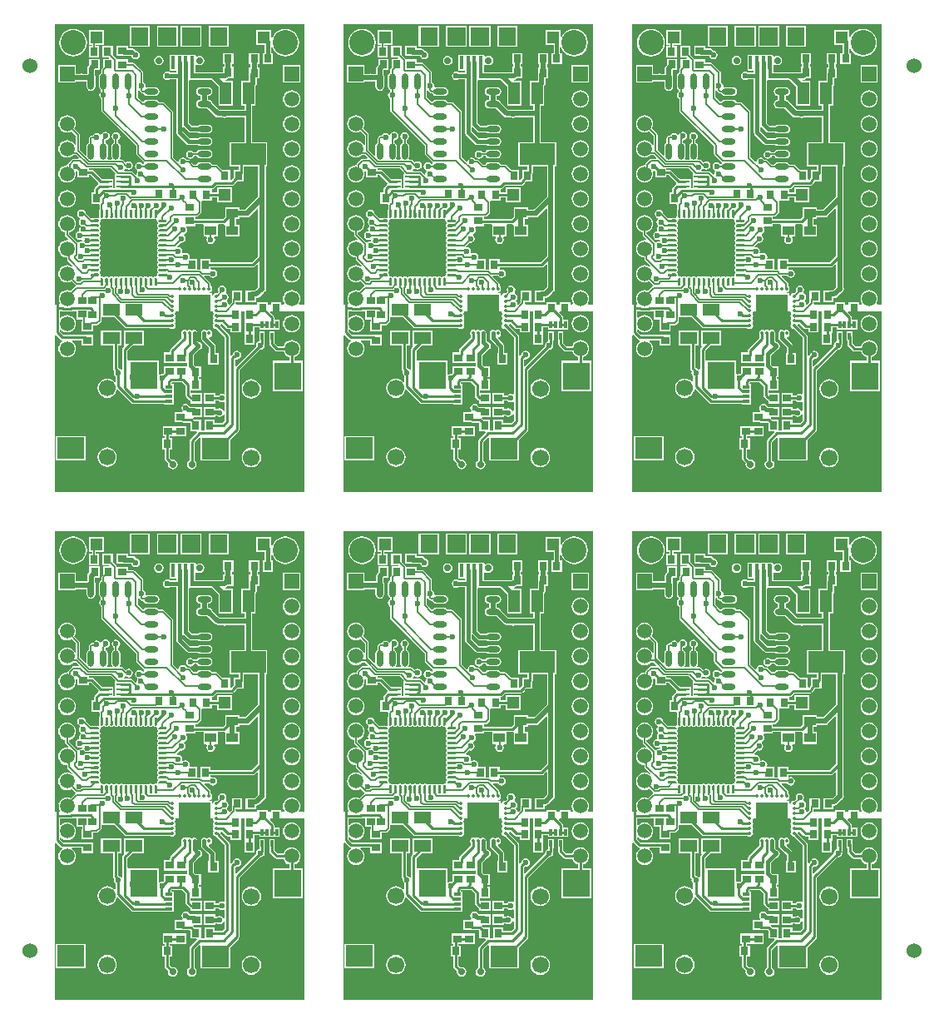
<source format=gtl>
G04*
G04 #@! TF.GenerationSoftware,Altium Limited,Altium Designer,19.0.10 (269)*
G04*
G04 Layer_Physical_Order=1*
G04 Layer_Color=255*
%FSLAX25Y25*%
%MOIN*%
G70*
G01*
G75*
%ADD10R,0.04724X0.03740*%
%ADD11R,0.02756X0.01181*%
%ADD12R,0.01181X0.02756*%
%ADD13R,0.03150X0.03543*%
%ADD14R,0.03543X0.03150*%
%ADD15C,0.02847*%
%ADD16C,0.02410*%
%ADD17C,0.02213*%
%ADD18R,0.12992X0.12992*%
%ADD19O,0.01968X0.01378*%
%ADD20O,0.01378X0.01968*%
%ADD21R,0.11024X0.08661*%
%ADD22R,0.11024X0.11024*%
%ADD23O,0.02362X0.06693*%
%ADD24R,0.05000X0.05000*%
%ADD25O,0.05512X0.02362*%
%ADD26R,0.14173X0.08661*%
%ADD27R,0.04800X0.08800*%
%ADD28R,0.03347X0.01102*%
%ADD29R,0.01575X0.05315*%
%ADD30R,0.07087X0.07480*%
%ADD31R,0.07480X0.07480*%
%ADD32R,0.07087X0.04921*%
G04:AMPARAMS|DCode=33|XSize=216.54mil|YSize=216.54mil|CornerRadius=0mil|HoleSize=0mil|Usage=FLASHONLY|Rotation=0.000|XOffset=0mil|YOffset=0mil|HoleType=Round|Shape=RoundedRectangle|*
%AMROUNDEDRECTD33*
21,1,0.21654,0.21654,0,0,0.0*
21,1,0.21654,0.21654,0,0,0.0*
1,1,0.00000,0.10827,-0.10827*
1,1,0.00000,-0.10827,-0.10827*
1,1,0.00000,-0.10827,0.10827*
1,1,0.00000,0.10827,0.10827*
%
%ADD33ROUNDEDRECTD33*%
%ADD34C,0.00984*%
%ADD35C,0.00500*%
%ADD36C,0.01000*%
%ADD37C,0.02000*%
%ADD38C,0.01500*%
%ADD39R,0.01600X0.09000*%
%ADD40C,0.06000*%
%ADD41C,0.04819*%
%ADD42C,0.05906*%
%ADD43R,0.05906X0.05906*%
%ADD44C,0.06693*%
%ADD45C,0.02756*%
%ADD46C,0.10000*%
%ADD47C,0.02362*%
%ADD48C,0.01968*%
G36*
X383806Y429519D02*
X383630Y429093D01*
X383630D01*
Y426991D01*
Y423474D01*
X382976D01*
Y427124D01*
X378630D01*
X378221Y427344D01*
X375114Y430450D01*
X374783Y430671D01*
X374393Y430749D01*
X373221D01*
Y431289D01*
X382036D01*
X383806Y429519D01*
D02*
G37*
G36*
X268058D02*
X267882Y429093D01*
X267882D01*
Y426991D01*
Y423474D01*
X267228D01*
Y427124D01*
X262882D01*
X262473Y427344D01*
X259366Y430450D01*
X259035Y430671D01*
X258645Y430749D01*
X257472D01*
Y431289D01*
X266288D01*
X268058Y429519D01*
D02*
G37*
G36*
X152310D02*
X152134Y429093D01*
X152134D01*
Y426991D01*
Y423474D01*
X151480D01*
Y427124D01*
X147134D01*
X146724Y427344D01*
X143618Y430450D01*
X143287Y430671D01*
X142897Y430749D01*
X141724D01*
Y431289D01*
X150540D01*
X152310Y429519D01*
D02*
G37*
G36*
X441082Y419950D02*
X436079Y414947D01*
X435983Y414928D01*
X435902Y414874D01*
X433488D01*
Y415772D01*
X427764D01*
Y411939D01*
X426867Y411043D01*
X415920D01*
Y412109D01*
X416549D01*
X416842Y412167D01*
X417090Y412332D01*
X418090Y413333D01*
X418090Y413333D01*
X418255Y413581D01*
X418314Y413873D01*
Y417840D01*
X418297Y417923D01*
X418597Y418353D01*
X418673Y418402D01*
X422499D01*
Y419654D01*
X424449D01*
Y417673D01*
X430449D01*
Y423673D01*
X424449D01*
Y421693D01*
X422499D01*
Y422630D01*
X422561Y422976D01*
X422914Y423151D01*
X422971Y423163D01*
X423301Y423384D01*
X424371Y424454D01*
X430649D01*
X431039Y424531D01*
X431370Y424752D01*
X432077Y425459D01*
X432298Y425790D01*
X432320Y425900D01*
X432622Y426202D01*
X435329D01*
Y429450D01*
X435349Y429548D01*
Y432142D01*
X441082D01*
Y419950D01*
D02*
G37*
G36*
X325334D02*
X320331Y414947D01*
X320235Y414928D01*
X320154Y414874D01*
X317740D01*
Y415772D01*
X312016D01*
Y411939D01*
X311119Y411043D01*
X300172D01*
Y412109D01*
X300801D01*
X301094Y412167D01*
X301342Y412332D01*
X302342Y413333D01*
X302342Y413333D01*
X302507Y413581D01*
X302566Y413873D01*
Y417840D01*
X302549Y417923D01*
X302849Y418353D01*
X302925Y418402D01*
X306751D01*
Y419654D01*
X308701D01*
Y417673D01*
X314701D01*
Y423673D01*
X308701D01*
Y421693D01*
X306751D01*
Y422630D01*
X306813Y422976D01*
X307166Y423151D01*
X307223Y423163D01*
X307553Y423384D01*
X308623Y424454D01*
X314901D01*
X315291Y424531D01*
X315622Y424752D01*
X316329Y425459D01*
X316550Y425790D01*
X316572Y425900D01*
X316874Y426202D01*
X319581D01*
Y429450D01*
X319601Y429548D01*
Y432142D01*
X325334D01*
Y419950D01*
D02*
G37*
G36*
X209586D02*
X204583Y414947D01*
X204487Y414928D01*
X204406Y414874D01*
X201992D01*
Y415772D01*
X196267D01*
Y411939D01*
X195371Y411043D01*
X184424D01*
Y412109D01*
X185053D01*
X185345Y412167D01*
X185593Y412332D01*
X186593Y413333D01*
X186593Y413333D01*
X186759Y413581D01*
X186818Y413873D01*
Y417840D01*
X186801Y417923D01*
X187101Y418353D01*
X187177Y418402D01*
X191003D01*
Y419654D01*
X192953D01*
Y417673D01*
X198953D01*
Y423673D01*
X192953D01*
Y421693D01*
X191003D01*
Y422630D01*
X191065Y422976D01*
X191417Y423151D01*
X191474Y423163D01*
X191805Y423384D01*
X192875Y424454D01*
X199153D01*
X199543Y424531D01*
X199874Y424752D01*
X200581Y425459D01*
X200802Y425790D01*
X200824Y425900D01*
X201126Y426202D01*
X203833D01*
Y429450D01*
X203853Y429548D01*
Y432142D01*
X209586D01*
Y419950D01*
D02*
G37*
G36*
X441082Y414971D02*
Y396186D01*
X438589Y393693D01*
X422036D01*
Y394945D01*
X417886D01*
Y390921D01*
X417663Y390738D01*
X416524D01*
Y394945D01*
X413872D01*
X413529Y395445D01*
X413608Y395842D01*
X413478Y396498D01*
X413106Y397054D01*
X412550Y397426D01*
X411894Y397556D01*
X411238Y397426D01*
X410998Y397265D01*
X410568Y397579D01*
X410663Y398056D01*
X410532Y398712D01*
X410161Y399268D01*
X409605Y399640D01*
X408949Y399770D01*
X408681Y399717D01*
X408435Y400178D01*
X409821Y401564D01*
X410349Y401459D01*
X411005Y401590D01*
X411561Y401961D01*
X411932Y402517D01*
X412063Y403173D01*
X411932Y403829D01*
X411561Y404385D01*
X411349Y404527D01*
X411454Y405058D01*
X411505Y405068D01*
X412061Y405439D01*
X412432Y405995D01*
X412563Y406651D01*
X412432Y407307D01*
X412179Y407687D01*
X412408Y408187D01*
X415920D01*
Y409004D01*
X418652D01*
X419102Y408882D01*
X419102Y408504D01*
Y404142D01*
X420407D01*
X420674Y403642D01*
X420465Y403329D01*
X420335Y402673D01*
X420465Y402017D01*
X420837Y401461D01*
X421393Y401090D01*
X422049Y400959D01*
X422705Y401090D01*
X423261Y401461D01*
X423632Y402017D01*
X423763Y402673D01*
X423632Y403329D01*
X423423Y403642D01*
X423691Y404142D01*
X424827D01*
X424827Y408882D01*
X425276Y409004D01*
X427289D01*
X427316Y409009D01*
X427764Y408588D01*
Y404142D01*
X433488D01*
Y408882D01*
X432140D01*
Y411032D01*
X433488D01*
Y411815D01*
X435902D01*
X435983Y411761D01*
X436639Y411630D01*
X437295Y411761D01*
X437851Y412132D01*
X438223Y412688D01*
X438242Y412784D01*
X440621Y415163D01*
X441082Y414971D01*
D02*
G37*
G36*
X325334D02*
Y396186D01*
X322842Y393693D01*
X306287D01*
Y394945D01*
X302138D01*
Y390921D01*
X301915Y390738D01*
X300776D01*
Y394945D01*
X298124D01*
X297781Y395445D01*
X297860Y395842D01*
X297729Y396498D01*
X297358Y397054D01*
X296802Y397426D01*
X296146Y397556D01*
X295490Y397426D01*
X295250Y397265D01*
X294820Y397579D01*
X294915Y398056D01*
X294784Y398712D01*
X294413Y399268D01*
X293857Y399640D01*
X293201Y399770D01*
X292933Y399717D01*
X292687Y400178D01*
X294073Y401564D01*
X294601Y401459D01*
X295257Y401590D01*
X295813Y401961D01*
X296184Y402517D01*
X296315Y403173D01*
X296184Y403829D01*
X295813Y404385D01*
X295601Y404527D01*
X295706Y405058D01*
X295757Y405068D01*
X296313Y405439D01*
X296684Y405995D01*
X296815Y406651D01*
X296684Y407307D01*
X296431Y407687D01*
X296660Y408187D01*
X300172D01*
Y409004D01*
X302905D01*
X303354Y408882D01*
X303354Y408504D01*
Y404142D01*
X304659D01*
X304926Y403642D01*
X304717Y403329D01*
X304587Y402673D01*
X304717Y402017D01*
X305089Y401461D01*
X305645Y401090D01*
X306301Y400959D01*
X306957Y401090D01*
X307513Y401461D01*
X307884Y402017D01*
X308015Y402673D01*
X307884Y403329D01*
X307675Y403642D01*
X307943Y404142D01*
X309079D01*
X309079Y408882D01*
X309528Y409004D01*
X311541D01*
X311568Y409009D01*
X312016Y408588D01*
Y404142D01*
X317740D01*
Y408882D01*
X316392D01*
Y411032D01*
X317740D01*
Y411815D01*
X320154D01*
X320235Y411761D01*
X320891Y411630D01*
X321547Y411761D01*
X322103Y412132D01*
X322475Y412688D01*
X322494Y412784D01*
X324872Y415163D01*
X325334Y414971D01*
D02*
G37*
G36*
X209586D02*
Y396186D01*
X207093Y393693D01*
X190539D01*
Y394945D01*
X186390D01*
Y390921D01*
X186167Y390738D01*
X185028D01*
Y394945D01*
X182376D01*
X182033Y395445D01*
X182112Y395842D01*
X181981Y396498D01*
X181610Y397054D01*
X181054Y397426D01*
X180398Y397556D01*
X179742Y397426D01*
X179501Y397265D01*
X179072Y397579D01*
X179167Y398056D01*
X179036Y398712D01*
X178665Y399268D01*
X178109Y399640D01*
X177453Y399770D01*
X177185Y399717D01*
X176939Y400178D01*
X178325Y401564D01*
X178853Y401459D01*
X179509Y401590D01*
X180065Y401961D01*
X180436Y402517D01*
X180567Y403173D01*
X180436Y403829D01*
X180065Y404385D01*
X179853Y404527D01*
X179958Y405058D01*
X180009Y405068D01*
X180565Y405439D01*
X180936Y405995D01*
X181067Y406651D01*
X180936Y407307D01*
X180683Y407687D01*
X180912Y408187D01*
X184424D01*
Y409004D01*
X187156D01*
X187606Y408882D01*
X187606Y408504D01*
Y404142D01*
X188911D01*
X189178Y403642D01*
X188969Y403329D01*
X188839Y402673D01*
X188969Y402017D01*
X189341Y401461D01*
X189897Y401090D01*
X190553Y400959D01*
X191209Y401090D01*
X191765Y401461D01*
X192136Y402017D01*
X192267Y402673D01*
X192136Y403329D01*
X191927Y403642D01*
X192194Y404142D01*
X193331D01*
X193331Y408882D01*
X193780Y409004D01*
X195793D01*
X195820Y409009D01*
X196267Y408588D01*
Y404142D01*
X201992D01*
Y408882D01*
X200644D01*
Y411032D01*
X201992D01*
Y411815D01*
X204406D01*
X204487Y411761D01*
X205143Y411630D01*
X205799Y411761D01*
X206355Y412132D01*
X206727Y412688D01*
X206746Y412784D01*
X209124Y415163D01*
X209586Y414971D01*
D02*
G37*
G36*
X400508Y411975D02*
X400352Y411598D01*
X399976Y411442D01*
X399599Y411598D01*
X399443Y411975D01*
X399484D01*
X399484Y414829D01*
X400468D01*
X400508Y411975D01*
D02*
G37*
G36*
X398540D02*
X398384Y411598D01*
X398007Y411442D01*
X397631Y411598D01*
X397475Y411975D01*
X397515D01*
Y414829D01*
X398499D01*
X398540Y411975D01*
D02*
G37*
G36*
X396571D02*
X396415Y411598D01*
X396039Y411442D01*
X395662Y411598D01*
X395506Y411975D01*
X395547D01*
Y414829D01*
X396531D01*
X396571Y411975D01*
D02*
G37*
G36*
X394603D02*
X394447Y411598D01*
X394070Y411442D01*
X393693Y411598D01*
X393537Y411975D01*
X393578D01*
Y414829D01*
X394562D01*
X394603Y411975D01*
D02*
G37*
G36*
X392634D02*
X392478Y411598D01*
X392102Y411442D01*
X391725Y411598D01*
X391569Y411975D01*
X391610D01*
Y414829D01*
X392594D01*
X392634Y411975D01*
D02*
G37*
G36*
X390666D02*
X390510Y411598D01*
X390133Y411442D01*
X389756Y411598D01*
X389600Y411975D01*
X389641D01*
Y414829D01*
X390625D01*
X390666Y411975D01*
D02*
G37*
G36*
X388697D02*
X388541Y411598D01*
X388165Y411442D01*
X387788Y411598D01*
X387632Y411975D01*
X387672D01*
Y414829D01*
X388657D01*
X388697Y411975D01*
D02*
G37*
G36*
X386729D02*
X386573Y411598D01*
X386196Y411442D01*
X385820Y411598D01*
X385664Y411975D01*
X385704D01*
Y414829D01*
X386688D01*
X386729Y411975D01*
D02*
G37*
G36*
X384760D02*
X384604Y411598D01*
X384228Y411442D01*
X383851Y411598D01*
X383695Y411975D01*
X383735D01*
Y414829D01*
X384720D01*
X384760Y411975D01*
D02*
G37*
G36*
X382792D02*
X382636Y411598D01*
X382259Y411442D01*
X381883Y411598D01*
X381727Y411975D01*
X381767D01*
Y414829D01*
X382751D01*
X382792Y411975D01*
D02*
G37*
G36*
X380823D02*
X380667Y411598D01*
X380291Y411442D01*
X379914Y411598D01*
X379758Y411975D01*
X379799D01*
Y414829D01*
X380783D01*
X380823Y411975D01*
D02*
G37*
G36*
X378855D02*
X378699Y411598D01*
X378322Y411442D01*
X377945Y411598D01*
X377789Y411975D01*
X377830D01*
X377830Y414829D01*
X378814D01*
X378855Y411975D01*
D02*
G37*
G36*
X284760D02*
X284604Y411598D01*
X284228Y411442D01*
X283851Y411598D01*
X283695Y411975D01*
X283735D01*
X283735Y414829D01*
X284720D01*
X284760Y411975D01*
D02*
G37*
G36*
X282792D02*
X282636Y411598D01*
X282259Y411442D01*
X281883Y411598D01*
X281727Y411975D01*
X281767D01*
Y414829D01*
X282751D01*
X282792Y411975D01*
D02*
G37*
G36*
X280823D02*
X280667Y411598D01*
X280291Y411442D01*
X279914Y411598D01*
X279758Y411975D01*
X279799D01*
Y414829D01*
X280783D01*
X280823Y411975D01*
D02*
G37*
G36*
X278855D02*
X278699Y411598D01*
X278322Y411442D01*
X277945Y411598D01*
X277789Y411975D01*
X277830D01*
Y414829D01*
X278814D01*
X278855Y411975D01*
D02*
G37*
G36*
X276886D02*
X276730Y411598D01*
X276354Y411442D01*
X275977Y411598D01*
X275821Y411975D01*
X275862D01*
Y414829D01*
X276846D01*
X276886Y411975D01*
D02*
G37*
G36*
X274918D02*
X274762Y411598D01*
X274385Y411442D01*
X274008Y411598D01*
X273852Y411975D01*
X273893D01*
Y414829D01*
X274877D01*
X274918Y411975D01*
D02*
G37*
G36*
X272949D02*
X272793Y411598D01*
X272417Y411442D01*
X272040Y411598D01*
X271884Y411975D01*
X271924D01*
Y414829D01*
X272909D01*
X272949Y411975D01*
D02*
G37*
G36*
X270981D02*
X270825Y411598D01*
X270448Y411442D01*
X270071Y411598D01*
X269915Y411975D01*
X269956D01*
Y414829D01*
X270940D01*
X270981Y411975D01*
D02*
G37*
G36*
X269012D02*
X268856Y411598D01*
X268480Y411442D01*
X268103Y411598D01*
X267947Y411975D01*
X267987D01*
Y414829D01*
X268972D01*
X269012Y411975D01*
D02*
G37*
G36*
X267044D02*
X266888Y411598D01*
X266511Y411442D01*
X266134Y411598D01*
X265978Y411975D01*
X266019D01*
Y414829D01*
X267003D01*
X267044Y411975D01*
D02*
G37*
G36*
X265075D02*
X264919Y411598D01*
X264543Y411442D01*
X264166Y411598D01*
X264010Y411975D01*
X264051D01*
Y414829D01*
X265035D01*
X265075Y411975D01*
D02*
G37*
G36*
X263107D02*
X262951Y411598D01*
X262574Y411442D01*
X262197Y411598D01*
X262041Y411975D01*
X262082D01*
X262082Y414829D01*
X263066D01*
X263107Y411975D01*
D02*
G37*
G36*
X169012D02*
X168856Y411598D01*
X168480Y411442D01*
X168103Y411598D01*
X167947Y411975D01*
X167988D01*
X167987Y414829D01*
X168972D01*
X169012Y411975D01*
D02*
G37*
G36*
X167044D02*
X166888Y411598D01*
X166511Y411442D01*
X166134Y411598D01*
X165978Y411975D01*
X166019D01*
Y414829D01*
X167003D01*
X167044Y411975D01*
D02*
G37*
G36*
X165075D02*
X164919Y411598D01*
X164543Y411442D01*
X164166Y411598D01*
X164010Y411975D01*
X164050D01*
Y414829D01*
X165035D01*
X165075Y411975D01*
D02*
G37*
G36*
X163107D02*
X162951Y411598D01*
X162574Y411442D01*
X162197Y411598D01*
X162041Y411975D01*
X162082D01*
Y414829D01*
X163066D01*
X163107Y411975D01*
D02*
G37*
G36*
X161138D02*
X160982Y411598D01*
X160606Y411442D01*
X160229Y411598D01*
X160073Y411975D01*
X160113D01*
Y414829D01*
X161098D01*
X161138Y411975D01*
D02*
G37*
G36*
X159170D02*
X159014Y411598D01*
X158637Y411442D01*
X158260Y411598D01*
X158104Y411975D01*
X158145D01*
Y414829D01*
X159129D01*
X159170Y411975D01*
D02*
G37*
G36*
X157201D02*
X157045Y411598D01*
X156669Y411442D01*
X156292Y411598D01*
X156136Y411975D01*
X156176D01*
Y414829D01*
X157161D01*
X157201Y411975D01*
D02*
G37*
G36*
X155233D02*
X155077Y411598D01*
X154700Y411442D01*
X154323Y411598D01*
X154167Y411975D01*
X154208D01*
Y414829D01*
X155192D01*
X155233Y411975D01*
D02*
G37*
G36*
X153264D02*
X153108Y411598D01*
X152732Y411442D01*
X152355Y411598D01*
X152199Y411975D01*
X152239D01*
Y414829D01*
X153224D01*
X153264Y411975D01*
D02*
G37*
G36*
X151296D02*
X151140Y411598D01*
X150763Y411442D01*
X150386Y411598D01*
X150230Y411975D01*
X150271D01*
Y414829D01*
X151255D01*
X151296Y411975D01*
D02*
G37*
G36*
X149327D02*
X149171Y411598D01*
X148794Y411442D01*
X148418Y411598D01*
X148262Y411975D01*
X148302D01*
Y414829D01*
X149287D01*
X149327Y411975D01*
D02*
G37*
G36*
X147359D02*
X147203Y411598D01*
X146826Y411442D01*
X146449Y411598D01*
X146293Y411975D01*
X146334D01*
X146334Y414829D01*
X147318D01*
X147359Y411975D01*
D02*
G37*
G36*
X389476Y411172D02*
X389549Y411098D01*
X389549Y411098D01*
X389926Y410942D01*
X389926Y410942D01*
X390133D01*
X390340D01*
X390340Y410942D01*
X390717Y411098D01*
X390717Y411098D01*
X390791Y411172D01*
X390945Y411250D01*
X391403Y411193D01*
X391444Y411172D01*
X391518Y411098D01*
X391518Y411098D01*
X391895Y410942D01*
X391895Y410942D01*
X392309D01*
X392309Y410942D01*
X392685Y411098D01*
X392685Y411098D01*
X392759Y411172D01*
X392914Y411250D01*
X393372Y411193D01*
X393412Y411172D01*
X393486Y411098D01*
X393486Y411098D01*
X393863Y410942D01*
X393863Y410942D01*
X394277D01*
X394277Y410942D01*
X394654Y411098D01*
X394654Y411098D01*
X394728Y411172D01*
X394882Y411250D01*
X395340Y411193D01*
X395381Y411172D01*
X395455Y411098D01*
X395455Y411098D01*
X395831Y410942D01*
X395832Y410942D01*
X396246D01*
X396246Y410942D01*
X396622Y411098D01*
X396622Y411098D01*
X396696Y411172D01*
X396737Y411193D01*
X397195Y411250D01*
X397350Y411172D01*
X397423Y411098D01*
X397423Y411098D01*
X397800Y410942D01*
X397800Y410942D01*
X398214D01*
X398214Y410942D01*
X398591Y411098D01*
X398591Y411098D01*
X398665Y411172D01*
X398819Y411250D01*
X399277Y411193D01*
X399318Y411172D01*
X399392Y411098D01*
X399392Y411098D01*
X399769Y410942D01*
X399769Y410942D01*
X400115D01*
X400335Y410759D01*
X400518Y410540D01*
Y410193D01*
X400518Y410193D01*
X400674Y409816D01*
X400748Y409742D01*
X400768Y409702D01*
X400826Y409243D01*
X400748Y409089D01*
X400674Y409015D01*
X400674Y409015D01*
X400518Y408639D01*
X400518Y408639D01*
Y408224D01*
X400518Y408224D01*
X400674Y407848D01*
X400748Y407774D01*
X400768Y407733D01*
X400826Y407275D01*
X400748Y407121D01*
X400674Y407047D01*
X400674Y407047D01*
X400518Y406670D01*
X400518Y406670D01*
Y406256D01*
X400518Y406256D01*
X400674Y405879D01*
X400674Y405879D01*
X400748Y405805D01*
X400768Y405765D01*
X400826Y405306D01*
X400748Y405152D01*
X400674Y405078D01*
X400674Y405078D01*
X400518Y404702D01*
X400518Y404702D01*
Y404287D01*
X400518Y404287D01*
X400674Y403911D01*
X400674Y403911D01*
X400748Y403837D01*
X400768Y403796D01*
X400826Y403338D01*
X400748Y403184D01*
X400674Y403110D01*
X400674Y403110D01*
X400518Y402733D01*
X400518Y402733D01*
Y402319D01*
X400518Y402319D01*
X400674Y401942D01*
X400674Y401942D01*
X400748Y401868D01*
X400768Y401828D01*
X400826Y401369D01*
X400748Y401215D01*
X400674Y401141D01*
X400674Y401141D01*
X400518Y400765D01*
X400518Y400765D01*
Y400558D01*
Y400350D01*
X400518Y400350D01*
X400674Y399974D01*
X400674Y399974D01*
X400748Y399900D01*
X400912Y399573D01*
X400748Y399247D01*
X400674Y399173D01*
X400674Y399173D01*
X400518Y398796D01*
X400518Y398796D01*
Y398589D01*
Y398382D01*
X400518Y398382D01*
X400674Y398005D01*
X400674Y398005D01*
X400748Y397931D01*
X400826Y397777D01*
X400768Y397319D01*
X400748Y397278D01*
X400674Y397204D01*
X400674Y397204D01*
X400518Y396828D01*
X400518Y396828D01*
Y396413D01*
X400518Y396413D01*
X400674Y396037D01*
X400674Y396037D01*
X400748Y395963D01*
X400768Y395922D01*
X400826Y395464D01*
X400748Y395310D01*
X400674Y395236D01*
X400674Y395236D01*
X400518Y394859D01*
X400518Y394859D01*
Y394445D01*
X400518Y394445D01*
X400674Y394068D01*
X400674Y394068D01*
X400748Y393994D01*
X400768Y393954D01*
X400826Y393495D01*
X400748Y393341D01*
X400674Y393267D01*
X400674Y393267D01*
X400518Y392891D01*
X400518Y392891D01*
Y392476D01*
X400518Y392476D01*
X400674Y392100D01*
X400674Y392100D01*
X400748Y392026D01*
X400768Y391985D01*
X400826Y391527D01*
X400748Y391373D01*
X400674Y391299D01*
X400518Y390922D01*
X400518Y390922D01*
Y390508D01*
X400518Y390508D01*
X400674Y390131D01*
X400674Y390131D01*
X400748Y390057D01*
X400768Y390017D01*
X400826Y389558D01*
X400748Y389404D01*
X400674Y389330D01*
X400518Y388954D01*
X400518Y388954D01*
Y388607D01*
X400335Y388387D01*
X400115Y388204D01*
X399769D01*
X399769Y388204D01*
X399392Y388048D01*
X399392Y388048D01*
X399318Y387975D01*
X399277Y387954D01*
X398819Y387897D01*
X398665Y387975D01*
X398591Y388048D01*
X398591Y388048D01*
X398214Y388204D01*
X398214Y388204D01*
X397800D01*
X397800Y388204D01*
X397423Y388048D01*
X397423Y388048D01*
X397350Y387975D01*
X397309Y387954D01*
X396851Y387897D01*
X396696Y387975D01*
X396622Y388048D01*
X396622Y388048D01*
X396246Y388204D01*
X396246Y388204D01*
X395832D01*
X395831Y388204D01*
X395455Y388048D01*
X395455Y388048D01*
X395381Y387975D01*
X395340Y387954D01*
X394882Y387897D01*
X394728Y387975D01*
X394654Y388048D01*
X394654Y388048D01*
X394277Y388204D01*
X394277Y388204D01*
X393863D01*
X393863Y388204D01*
X393486Y388048D01*
X393486Y388048D01*
X393412Y387975D01*
X393372Y387954D01*
X392914Y387897D01*
X392759Y387975D01*
X392685Y388048D01*
X392685Y388048D01*
X392309Y388204D01*
X392309Y388204D01*
X391895D01*
X391895Y388204D01*
X391518Y388048D01*
X391518Y388048D01*
X391444Y387975D01*
X391403Y387954D01*
X390945Y387897D01*
X390791Y387975D01*
X390717Y388048D01*
X390717Y388048D01*
X390340Y388204D01*
X390340Y388204D01*
X390133D01*
X389926D01*
X389926Y388204D01*
X389549Y388048D01*
X389549Y388048D01*
X389460Y387959D01*
X389405Y387934D01*
X388884Y387924D01*
X388807Y387959D01*
X388717Y388048D01*
X388717D01*
X388717Y388048D01*
X388340Y388204D01*
X388340Y388204D01*
X388133D01*
X387926D01*
X387926Y388204D01*
X387549Y388048D01*
X387549Y388048D01*
X387491Y387990D01*
X387372Y387924D01*
X386860Y387978D01*
X386838Y387990D01*
X386780Y388048D01*
X386780Y388048D01*
X386403Y388204D01*
X386403Y388204D01*
X385989D01*
X385989Y388204D01*
X385612Y388048D01*
X385612Y388048D01*
X385539Y387975D01*
X385498Y387954D01*
X385040Y387897D01*
X384885Y387975D01*
X384811Y388048D01*
X384811Y388048D01*
X384435Y388204D01*
X384435Y388204D01*
X384020D01*
X384020Y388204D01*
X383644Y388048D01*
X383644Y388048D01*
X383570Y387975D01*
X383529Y387954D01*
X383071Y387897D01*
X382917Y387975D01*
X382843Y388048D01*
X382843Y388048D01*
X382466Y388204D01*
X382466Y388204D01*
X382052D01*
X382052Y388204D01*
X381675Y388048D01*
X381675Y388048D01*
X381602Y387975D01*
X381561Y387954D01*
X381103Y387897D01*
X380948Y387975D01*
X380874Y388048D01*
X380874Y388048D01*
X380498Y388204D01*
X380498Y388204D01*
X380083D01*
X380083Y388204D01*
X379707Y388048D01*
X379707Y388048D01*
X379633Y387975D01*
X379592Y387954D01*
X379134Y387897D01*
X378980Y387975D01*
X378906Y388048D01*
X378906Y388048D01*
X378529Y388204D01*
X378529Y388204D01*
X378183D01*
X377963Y388387D01*
X377780Y388607D01*
Y388954D01*
X377780Y388954D01*
X377624Y389330D01*
X377550Y389404D01*
X377530Y389445D01*
X377472Y389903D01*
X377550Y390057D01*
X377624Y390131D01*
X377624Y390131D01*
X377780Y390508D01*
X377780Y390508D01*
Y390922D01*
X377780Y390922D01*
X377624Y391299D01*
X377550Y391373D01*
X377530Y391413D01*
X377472Y391872D01*
X377550Y392026D01*
X377624Y392100D01*
X377624Y392100D01*
X377780Y392476D01*
X377780Y392476D01*
Y392891D01*
X377780Y392891D01*
X377624Y393267D01*
X377624Y393267D01*
X377550Y393341D01*
X377530Y393382D01*
X377494Y393668D01*
X377530Y393954D01*
X377550Y393994D01*
X377624Y394068D01*
X377624Y394068D01*
X377780Y394445D01*
X377780Y394445D01*
Y394859D01*
X377780Y394859D01*
X377624Y395236D01*
X377624Y395236D01*
X377550Y395310D01*
X377530Y395350D01*
X377472Y395809D01*
X377550Y395963D01*
X377624Y396037D01*
X377624Y396037D01*
X377780Y396413D01*
X377780Y396413D01*
Y396828D01*
X377780Y396828D01*
X377624Y397204D01*
X377624Y397204D01*
X377550Y397278D01*
X377530Y397319D01*
X377472Y397777D01*
X377550Y397931D01*
X377624Y398005D01*
X377624Y398005D01*
X377780Y398382D01*
X377780Y398382D01*
Y398589D01*
Y398796D01*
X377780Y398796D01*
X377624Y399173D01*
X377624Y399173D01*
X377550Y399247D01*
X377385Y399573D01*
X377550Y399900D01*
X377624Y399974D01*
X377624Y399974D01*
X377780Y400350D01*
X377780Y400350D01*
Y400558D01*
Y400765D01*
X377780Y400765D01*
X377624Y401141D01*
X377624Y401141D01*
X377550Y401215D01*
X377472Y401369D01*
X377530Y401828D01*
X377550Y401868D01*
X377624Y401942D01*
X377624Y401942D01*
X377780Y402319D01*
X377780Y402319D01*
Y402733D01*
X377780Y402733D01*
X377624Y403110D01*
X377624Y403110D01*
X377550Y403184D01*
X377530Y403224D01*
X377494Y403510D01*
X377530Y403796D01*
X377550Y403837D01*
X377624Y403911D01*
X377624Y403911D01*
X377780Y404287D01*
X377780Y404287D01*
Y404702D01*
X377780Y404702D01*
X377624Y405078D01*
X377624Y405078D01*
X377550Y405152D01*
X377530Y405193D01*
X377472Y405651D01*
X377550Y405805D01*
X377624Y405879D01*
X377624Y405879D01*
X377780Y406256D01*
X377780Y406256D01*
Y406670D01*
X377780Y406670D01*
X377624Y407047D01*
X377624Y407047D01*
X377550Y407121D01*
X377530Y407161D01*
X377472Y407619D01*
X377550Y407774D01*
X377624Y407848D01*
X377780Y408224D01*
X377780Y408224D01*
Y408639D01*
X377780Y408639D01*
X377624Y409015D01*
X377624Y409015D01*
X377550Y409089D01*
X377530Y409130D01*
X377472Y409588D01*
X377550Y409742D01*
X377624Y409816D01*
X377780Y410193D01*
X377780Y410193D01*
Y410540D01*
X377963Y410759D01*
X378183Y410942D01*
X378529D01*
X378529Y410942D01*
X378906Y411098D01*
X378906Y411098D01*
X378980Y411172D01*
X379134Y411250D01*
X379592Y411193D01*
X379633Y411172D01*
X379707Y411098D01*
X379707Y411098D01*
X380083Y410942D01*
X380083Y410942D01*
X380498D01*
X380498Y410942D01*
X380874Y411098D01*
X380874Y411098D01*
X380948Y411172D01*
X381103Y411250D01*
X381561Y411193D01*
X381602Y411172D01*
X381675Y411098D01*
X381675Y411098D01*
X382052Y410942D01*
X382052Y410942D01*
X382466D01*
X382466Y410942D01*
X382843Y411098D01*
X382843Y411098D01*
X382917Y411172D01*
X383071Y411250D01*
X383529Y411193D01*
X383570Y411172D01*
X383644Y411098D01*
X383644Y411098D01*
X384020Y410942D01*
X384021Y410942D01*
X384435D01*
X384435Y410942D01*
X384811Y411098D01*
X384811Y411098D01*
X384885Y411172D01*
X385040Y411250D01*
X385498Y411193D01*
X385539Y411172D01*
X385612Y411098D01*
X385612Y411098D01*
X385989Y410942D01*
X385989Y410942D01*
X386403D01*
X386403Y410942D01*
X386780Y411098D01*
X386780Y411098D01*
X386854Y411172D01*
X386894Y411193D01*
X387353Y411250D01*
X387507Y411172D01*
X387581Y411098D01*
X387581Y411098D01*
X387958Y410942D01*
X387958Y410942D01*
X388165D01*
X388372D01*
X388372Y410942D01*
X388748Y411098D01*
X388748Y411098D01*
X388822Y411172D01*
X389149Y411337D01*
X389476Y411172D01*
D02*
G37*
G36*
X273727D02*
X273801Y411098D01*
X273801Y411098D01*
X274178Y410942D01*
X274178Y410942D01*
X274385D01*
X274592D01*
X274592Y410942D01*
X274969Y411098D01*
X274969Y411098D01*
X275043Y411172D01*
X275197Y411250D01*
X275655Y411193D01*
X275696Y411172D01*
X275770Y411098D01*
X275770Y411098D01*
X276147Y410942D01*
X276147Y410942D01*
X276561D01*
X276561Y410942D01*
X276937Y411098D01*
X276937Y411098D01*
X277011Y411172D01*
X277166Y411250D01*
X277624Y411193D01*
X277664Y411172D01*
X277738Y411098D01*
X277738Y411098D01*
X278115Y410942D01*
X278115Y410942D01*
X278529D01*
X278529Y410942D01*
X278906Y411098D01*
X278906Y411098D01*
X278980Y411172D01*
X279134Y411250D01*
X279592Y411193D01*
X279633Y411172D01*
X279707Y411098D01*
X279707Y411098D01*
X280083Y410942D01*
X280083Y410942D01*
X280498D01*
X280498Y410942D01*
X280874Y411098D01*
X280874Y411098D01*
X280948Y411172D01*
X280989Y411193D01*
X281447Y411250D01*
X281602Y411172D01*
X281675Y411098D01*
X281675Y411098D01*
X282052Y410942D01*
X282052Y410942D01*
X282466D01*
X282466Y410942D01*
X282843Y411098D01*
X282843Y411098D01*
X282917Y411172D01*
X283071Y411250D01*
X283529Y411193D01*
X283570Y411172D01*
X283644Y411098D01*
X283644Y411098D01*
X284020Y410942D01*
X284020Y410942D01*
X284367D01*
X284587Y410759D01*
X284770Y410540D01*
Y410193D01*
X284770Y410193D01*
X284926Y409816D01*
X285000Y409742D01*
X285020Y409702D01*
X285078Y409243D01*
X285000Y409089D01*
X284926Y409015D01*
X284926Y409015D01*
X284770Y408639D01*
X284770Y408639D01*
Y408224D01*
X284770Y408224D01*
X284926Y407848D01*
X285000Y407774D01*
X285020Y407733D01*
X285078Y407275D01*
X285000Y407121D01*
X284926Y407047D01*
X284926Y407047D01*
X284770Y406670D01*
X284770Y406670D01*
Y406256D01*
X284770Y406256D01*
X284926Y405879D01*
X284926Y405879D01*
X285000Y405805D01*
X285020Y405765D01*
X285078Y405306D01*
X285000Y405152D01*
X284926Y405078D01*
X284926Y405078D01*
X284770Y404702D01*
X284770Y404702D01*
Y404287D01*
X284770Y404287D01*
X284926Y403911D01*
X284926Y403911D01*
X285000Y403837D01*
X285020Y403796D01*
X285078Y403338D01*
X285000Y403184D01*
X284926Y403110D01*
X284926Y403110D01*
X284770Y402733D01*
X284770Y402733D01*
Y402319D01*
X284770Y402319D01*
X284926Y401942D01*
X284926Y401942D01*
X285000Y401868D01*
X285020Y401828D01*
X285078Y401369D01*
X285000Y401215D01*
X284926Y401141D01*
X284926Y401141D01*
X284770Y400765D01*
X284770Y400765D01*
Y400558D01*
Y400350D01*
X284770Y400350D01*
X284926Y399974D01*
X284926Y399974D01*
X285000Y399900D01*
X285164Y399573D01*
X285000Y399247D01*
X284926Y399173D01*
X284926Y399173D01*
X284770Y398796D01*
X284770Y398796D01*
Y398589D01*
Y398382D01*
X284770Y398382D01*
X284926Y398005D01*
X284926Y398005D01*
X285000Y397931D01*
X285078Y397777D01*
X285020Y397319D01*
X285000Y397278D01*
X284926Y397204D01*
X284926Y397204D01*
X284770Y396828D01*
X284770Y396828D01*
Y396413D01*
X284770Y396413D01*
X284926Y396037D01*
X284926Y396037D01*
X285000Y395963D01*
X285020Y395922D01*
X285078Y395464D01*
X285000Y395310D01*
X284926Y395236D01*
X284926Y395236D01*
X284770Y394859D01*
X284770Y394859D01*
Y394445D01*
X284770Y394445D01*
X284926Y394068D01*
X284926Y394068D01*
X285000Y393994D01*
X285020Y393954D01*
X285078Y393495D01*
X285000Y393341D01*
X284926Y393267D01*
X284926Y393267D01*
X284770Y392891D01*
X284770Y392891D01*
Y392476D01*
X284770Y392476D01*
X284926Y392100D01*
X284926Y392100D01*
X285000Y392026D01*
X285020Y391985D01*
X285078Y391527D01*
X285000Y391373D01*
X284926Y391299D01*
X284770Y390922D01*
X284770Y390922D01*
Y390508D01*
X284770Y390508D01*
X284926Y390131D01*
X284926Y390131D01*
X285000Y390057D01*
X285020Y390017D01*
X285078Y389558D01*
X285000Y389404D01*
X284926Y389330D01*
X284770Y388954D01*
X284770Y388954D01*
Y388607D01*
X284587Y388387D01*
X284367Y388204D01*
X284020D01*
X284020Y388204D01*
X283644Y388048D01*
X283644Y388048D01*
X283570Y387975D01*
X283529Y387954D01*
X283071Y387897D01*
X282917Y387975D01*
X282843Y388048D01*
X282843Y388048D01*
X282466Y388204D01*
X282466Y388204D01*
X282052D01*
X282052Y388204D01*
X281675Y388048D01*
X281675Y388048D01*
X281602Y387975D01*
X281561Y387954D01*
X281103Y387897D01*
X280948Y387975D01*
X280874Y388048D01*
X280874Y388048D01*
X280498Y388204D01*
X280498Y388204D01*
X280083D01*
X280083Y388204D01*
X279707Y388048D01*
X279707Y388048D01*
X279633Y387975D01*
X279592Y387954D01*
X279134Y387897D01*
X278980Y387975D01*
X278906Y388048D01*
X278906Y388048D01*
X278529Y388204D01*
X278529Y388204D01*
X278115D01*
X278115Y388204D01*
X277738Y388048D01*
X277738Y388048D01*
X277664Y387975D01*
X277624Y387954D01*
X277166Y387897D01*
X277011Y387975D01*
X276937Y388048D01*
X276937Y388048D01*
X276561Y388204D01*
X276561Y388204D01*
X276147D01*
X276147Y388204D01*
X275770Y388048D01*
X275770Y388048D01*
X275696Y387975D01*
X275655Y387954D01*
X275197Y387897D01*
X275043Y387975D01*
X274969Y388048D01*
X274969Y388048D01*
X274592Y388204D01*
X274592Y388204D01*
X274385D01*
X274178D01*
X274178Y388204D01*
X273801Y388048D01*
X273801Y388048D01*
X273712Y387959D01*
X273657Y387934D01*
X273136Y387924D01*
X273059Y387959D01*
X272969Y388048D01*
X272969D01*
X272969Y388048D01*
X272592Y388204D01*
X272592Y388204D01*
X272385D01*
X272178D01*
X272178Y388204D01*
X271801Y388048D01*
X271801Y388048D01*
X271743Y387990D01*
X271624Y387924D01*
X271112Y387978D01*
X271090Y387990D01*
X271032Y388048D01*
X271032Y388048D01*
X270655Y388204D01*
X270655Y388204D01*
X270241D01*
X270241Y388204D01*
X269864Y388048D01*
X269864Y388048D01*
X269791Y387975D01*
X269750Y387954D01*
X269291Y387897D01*
X269137Y387975D01*
X269063Y388048D01*
X269063Y388048D01*
X268687Y388204D01*
X268687Y388204D01*
X268272D01*
X268272Y388204D01*
X267896Y388048D01*
X267896Y388048D01*
X267822Y387975D01*
X267781Y387954D01*
X267323Y387897D01*
X267169Y387975D01*
X267095Y388048D01*
X267095Y388048D01*
X266718Y388204D01*
X266718Y388204D01*
X266304D01*
X266304Y388204D01*
X265927Y388048D01*
X265927Y388048D01*
X265854Y387975D01*
X265813Y387954D01*
X265355Y387897D01*
X265200Y387975D01*
X265126Y388048D01*
X265126Y388048D01*
X264750Y388204D01*
X264750Y388204D01*
X264335D01*
X264335Y388204D01*
X263959Y388048D01*
X263959Y388048D01*
X263885Y387975D01*
X263844Y387954D01*
X263386Y387897D01*
X263232Y387975D01*
X263158Y388048D01*
X263158Y388048D01*
X262781Y388204D01*
X262781Y388204D01*
X262434D01*
X262215Y388387D01*
X262032Y388607D01*
Y388954D01*
X262032Y388954D01*
X261876Y389330D01*
X261802Y389404D01*
X261782Y389445D01*
X261724Y389903D01*
X261802Y390057D01*
X261876Y390131D01*
X261876Y390131D01*
X262032Y390508D01*
X262032Y390508D01*
Y390922D01*
X262032Y390922D01*
X261876Y391299D01*
X261802Y391373D01*
X261782Y391413D01*
X261724Y391872D01*
X261802Y392026D01*
X261876Y392100D01*
X261876Y392100D01*
X262032Y392476D01*
X262032Y392476D01*
Y392891D01*
X262032Y392891D01*
X261876Y393267D01*
X261876Y393267D01*
X261802Y393341D01*
X261782Y393382D01*
X261746Y393668D01*
X261782Y393954D01*
X261802Y393994D01*
X261876Y394068D01*
X261876Y394068D01*
X262032Y394445D01*
X262032Y394445D01*
Y394859D01*
X262032Y394859D01*
X261876Y395236D01*
X261876Y395236D01*
X261802Y395310D01*
X261782Y395350D01*
X261724Y395809D01*
X261802Y395963D01*
X261876Y396037D01*
X261876Y396037D01*
X262032Y396413D01*
X262032Y396413D01*
Y396828D01*
X262032Y396828D01*
X261876Y397204D01*
X261876Y397204D01*
X261802Y397278D01*
X261782Y397319D01*
X261724Y397777D01*
X261802Y397931D01*
X261876Y398005D01*
X261876Y398005D01*
X262032Y398382D01*
X262032Y398382D01*
Y398589D01*
Y398796D01*
X262032Y398796D01*
X261876Y399173D01*
X261876Y399173D01*
X261802Y399247D01*
X261637Y399573D01*
X261802Y399900D01*
X261876Y399974D01*
X261876Y399974D01*
X262032Y400350D01*
X262032Y400350D01*
Y400558D01*
Y400765D01*
X262032Y400765D01*
X261876Y401141D01*
X261876Y401141D01*
X261802Y401215D01*
X261724Y401369D01*
X261782Y401828D01*
X261802Y401868D01*
X261876Y401942D01*
X261876Y401942D01*
X262032Y402319D01*
X262032Y402319D01*
Y402733D01*
X262032Y402733D01*
X261876Y403110D01*
X261876Y403110D01*
X261802Y403184D01*
X261782Y403224D01*
X261746Y403510D01*
X261782Y403796D01*
X261802Y403837D01*
X261876Y403911D01*
X261876Y403911D01*
X262032Y404287D01*
X262032Y404287D01*
Y404702D01*
X262032Y404702D01*
X261876Y405078D01*
X261876Y405078D01*
X261802Y405152D01*
X261782Y405193D01*
X261724Y405651D01*
X261802Y405805D01*
X261876Y405879D01*
X261876Y405879D01*
X262032Y406256D01*
X262032Y406256D01*
Y406670D01*
X262032Y406670D01*
X261876Y407047D01*
X261876Y407047D01*
X261802Y407121D01*
X261782Y407161D01*
X261724Y407619D01*
X261802Y407774D01*
X261876Y407848D01*
X262032Y408224D01*
X262032Y408224D01*
Y408639D01*
X262032Y408639D01*
X261876Y409015D01*
X261876Y409015D01*
X261802Y409089D01*
X261782Y409130D01*
X261724Y409588D01*
X261802Y409742D01*
X261876Y409816D01*
X262032Y410193D01*
X262032Y410193D01*
Y410540D01*
X262215Y410759D01*
X262434Y410942D01*
X262781D01*
X262781Y410942D01*
X263158Y411098D01*
X263158Y411098D01*
X263232Y411172D01*
X263386Y411250D01*
X263844Y411193D01*
X263885Y411172D01*
X263959Y411098D01*
X263959Y411098D01*
X264335Y410942D01*
X264335Y410942D01*
X264750D01*
X264750Y410942D01*
X265126Y411098D01*
X265126Y411098D01*
X265200Y411172D01*
X265355Y411250D01*
X265813Y411193D01*
X265854Y411172D01*
X265927Y411098D01*
X265927Y411098D01*
X266304Y410942D01*
X266304Y410942D01*
X266718D01*
X266718Y410942D01*
X267095Y411098D01*
X267095Y411098D01*
X267169Y411172D01*
X267323Y411250D01*
X267781Y411193D01*
X267822Y411172D01*
X267896Y411098D01*
X267896Y411098D01*
X268272Y410942D01*
X268272Y410942D01*
X268687D01*
X268687Y410942D01*
X269063Y411098D01*
X269063Y411098D01*
X269137Y411172D01*
X269291Y411250D01*
X269750Y411193D01*
X269791Y411172D01*
X269864Y411098D01*
X269864Y411098D01*
X270241Y410942D01*
X270241Y410942D01*
X270655D01*
X270655Y410942D01*
X271032Y411098D01*
X271032Y411098D01*
X271106Y411172D01*
X271146Y411193D01*
X271605Y411250D01*
X271759Y411172D01*
X271833Y411098D01*
X271833Y411098D01*
X272210Y410942D01*
X272210Y410942D01*
X272417D01*
X272624D01*
X272624Y410942D01*
X273000Y411098D01*
X273000Y411098D01*
X273074Y411172D01*
X273401Y411337D01*
X273727Y411172D01*
D02*
G37*
G36*
X157979D02*
X158053Y411098D01*
X158053Y411098D01*
X158430Y410942D01*
X158430Y410942D01*
X158637D01*
X158844D01*
X158844Y410942D01*
X159221Y411098D01*
X159221Y411098D01*
X159295Y411172D01*
X159449Y411250D01*
X159907Y411193D01*
X159948Y411172D01*
X160022Y411098D01*
X160022Y411098D01*
X160398Y410942D01*
X160398Y410942D01*
X160813D01*
X160813Y410942D01*
X161189Y411098D01*
X161189Y411098D01*
X161263Y411172D01*
X161417Y411250D01*
X161876Y411193D01*
X161916Y411172D01*
X161990Y411098D01*
X161990Y411098D01*
X162367Y410942D01*
X162367Y410942D01*
X162781D01*
X162781Y410942D01*
X163158Y411098D01*
X163158Y411098D01*
X163232Y411172D01*
X163386Y411250D01*
X163844Y411193D01*
X163885Y411172D01*
X163959Y411098D01*
X163959Y411098D01*
X164335Y410942D01*
X164335Y410942D01*
X164750D01*
X164750Y410942D01*
X165126Y411098D01*
X165126Y411098D01*
X165200Y411172D01*
X165241Y411193D01*
X165699Y411250D01*
X165853Y411172D01*
X165927Y411098D01*
X165927Y411098D01*
X166304Y410942D01*
X166304Y410942D01*
X166718D01*
X166718Y410942D01*
X167095Y411098D01*
X167095Y411098D01*
X167169Y411172D01*
X167323Y411250D01*
X167781Y411193D01*
X167822Y411172D01*
X167896Y411098D01*
X167896Y411098D01*
X168272Y410942D01*
X168272Y410942D01*
X168619D01*
X168839Y410759D01*
X169022Y410540D01*
Y410193D01*
X169022Y410193D01*
X169178Y409816D01*
X169252Y409742D01*
X169272Y409702D01*
X169329Y409243D01*
X169252Y409089D01*
X169178Y409015D01*
X169178Y409015D01*
X169022Y408639D01*
X169022Y408639D01*
Y408224D01*
X169022Y408224D01*
X169178Y407848D01*
X169252Y407774D01*
X169272Y407733D01*
X169329Y407275D01*
X169252Y407121D01*
X169178Y407047D01*
X169178Y407047D01*
X169022Y406670D01*
X169022Y406670D01*
Y406256D01*
X169022Y406256D01*
X169178Y405879D01*
X169178Y405879D01*
X169252Y405805D01*
X169272Y405765D01*
X169329Y405306D01*
X169252Y405152D01*
X169178Y405078D01*
X169178Y405078D01*
X169022Y404702D01*
X169022Y404702D01*
Y404287D01*
X169022Y404287D01*
X169178Y403911D01*
X169178Y403911D01*
X169252Y403837D01*
X169272Y403796D01*
X169329Y403338D01*
X169252Y403184D01*
X169178Y403110D01*
X169178Y403110D01*
X169022Y402733D01*
X169022Y402733D01*
Y402319D01*
X169022Y402319D01*
X169178Y401942D01*
X169178Y401942D01*
X169252Y401868D01*
X169272Y401828D01*
X169329Y401369D01*
X169252Y401215D01*
X169178Y401141D01*
X169178Y401141D01*
X169022Y400765D01*
X169022Y400765D01*
Y400558D01*
Y400350D01*
X169022Y400350D01*
X169178Y399974D01*
X169178Y399974D01*
X169252Y399900D01*
X169416Y399573D01*
X169252Y399247D01*
X169178Y399173D01*
X169178Y399173D01*
X169022Y398796D01*
X169022Y398796D01*
Y398589D01*
Y398382D01*
X169022Y398382D01*
X169178Y398005D01*
X169178Y398005D01*
X169252Y397931D01*
X169329Y397777D01*
X169272Y397319D01*
X169252Y397278D01*
X169178Y397204D01*
X169178Y397204D01*
X169022Y396828D01*
X169022Y396828D01*
Y396413D01*
X169022Y396413D01*
X169178Y396037D01*
X169178Y396037D01*
X169252Y395963D01*
X169272Y395922D01*
X169329Y395464D01*
X169252Y395310D01*
X169178Y395236D01*
X169178Y395236D01*
X169022Y394859D01*
X169022Y394859D01*
Y394445D01*
X169022Y394445D01*
X169178Y394068D01*
X169178Y394068D01*
X169252Y393994D01*
X169272Y393954D01*
X169329Y393495D01*
X169252Y393341D01*
X169178Y393267D01*
X169178Y393267D01*
X169022Y392891D01*
X169022Y392891D01*
Y392476D01*
X169022Y392476D01*
X169178Y392100D01*
X169178Y392100D01*
X169252Y392026D01*
X169272Y391985D01*
X169329Y391527D01*
X169252Y391373D01*
X169178Y391299D01*
X169022Y390922D01*
X169022Y390922D01*
Y390508D01*
X169022Y390508D01*
X169178Y390131D01*
X169178Y390131D01*
X169252Y390057D01*
X169272Y390017D01*
X169329Y389558D01*
X169252Y389404D01*
X169178Y389330D01*
X169022Y388954D01*
X169022Y388954D01*
Y388607D01*
X168839Y388387D01*
X168619Y388204D01*
X168272D01*
X168272Y388204D01*
X167896Y388048D01*
X167896Y388048D01*
X167822Y387975D01*
X167781Y387954D01*
X167323Y387897D01*
X167169Y387975D01*
X167095Y388048D01*
X167095Y388048D01*
X166718Y388204D01*
X166718Y388204D01*
X166304D01*
X166304Y388204D01*
X165927Y388048D01*
X165927Y388048D01*
X165853Y387975D01*
X165813Y387954D01*
X165355Y387897D01*
X165200Y387975D01*
X165126Y388048D01*
X165126Y388048D01*
X164750Y388204D01*
X164750Y388204D01*
X164335D01*
X164335Y388204D01*
X163959Y388048D01*
X163959Y388048D01*
X163885Y387975D01*
X163844Y387954D01*
X163386Y387897D01*
X163232Y387975D01*
X163158Y388048D01*
X163158Y388048D01*
X162781Y388204D01*
X162781Y388204D01*
X162367D01*
X162367Y388204D01*
X161990Y388048D01*
X161990Y388048D01*
X161916Y387975D01*
X161876Y387954D01*
X161417Y387897D01*
X161263Y387975D01*
X161189Y388048D01*
X161189Y388048D01*
X160813Y388204D01*
X160813Y388204D01*
X160398D01*
X160398Y388204D01*
X160022Y388048D01*
X160022Y388048D01*
X159948Y387975D01*
X159907Y387954D01*
X159449Y387897D01*
X159295Y387975D01*
X159221Y388048D01*
X159221Y388048D01*
X158844Y388204D01*
X158844Y388204D01*
X158637D01*
X158430D01*
X158430Y388204D01*
X158053Y388048D01*
X158053Y388048D01*
X157964Y387959D01*
X157909Y387934D01*
X157388Y387924D01*
X157310Y387959D01*
X157221Y388048D01*
X157221D01*
X157221Y388048D01*
X156844Y388204D01*
X156844Y388204D01*
X156637D01*
X156430D01*
X156430Y388204D01*
X156053Y388048D01*
X156053Y388048D01*
X155995Y387990D01*
X155876Y387924D01*
X155364Y387978D01*
X155342Y387990D01*
X155284Y388048D01*
X155284Y388048D01*
X154907Y388204D01*
X154907Y388204D01*
X154493D01*
X154493Y388204D01*
X154116Y388048D01*
X154116Y388048D01*
X154042Y387975D01*
X154002Y387954D01*
X153543Y387897D01*
X153389Y387975D01*
X153315Y388048D01*
X153315Y388048D01*
X152939Y388204D01*
X152939Y388204D01*
X152524D01*
X152524Y388204D01*
X152148Y388048D01*
X152148Y388048D01*
X152074Y387975D01*
X152033Y387954D01*
X151575Y387897D01*
X151421Y387975D01*
X151347Y388048D01*
X151347Y388048D01*
X150970Y388204D01*
X150970Y388204D01*
X150556D01*
X150556Y388204D01*
X150179Y388048D01*
X150179Y388048D01*
X150105Y387975D01*
X150065Y387954D01*
X149607Y387897D01*
X149452Y387975D01*
X149378Y388048D01*
X149378Y388048D01*
X149002Y388204D01*
X149002Y388204D01*
X148587D01*
X148587Y388204D01*
X148211Y388048D01*
X148211Y388048D01*
X148137Y387975D01*
X148096Y387954D01*
X147638Y387897D01*
X147484Y387975D01*
X147410Y388048D01*
X147410Y388048D01*
X147033Y388204D01*
X147033Y388204D01*
X146686D01*
X146467Y388387D01*
X146284Y388607D01*
Y388954D01*
X146284Y388954D01*
X146128Y389330D01*
X146054Y389404D01*
X146034Y389445D01*
X145976Y389903D01*
X146054Y390057D01*
X146128Y390131D01*
X146128Y390131D01*
X146284Y390508D01*
X146284Y390508D01*
Y390922D01*
X146284Y390922D01*
X146128Y391299D01*
X146054Y391373D01*
X146034Y391413D01*
X145976Y391872D01*
X146054Y392026D01*
X146128Y392100D01*
X146128Y392100D01*
X146284Y392476D01*
X146284Y392476D01*
Y392891D01*
X146284Y392891D01*
X146128Y393267D01*
X146128Y393267D01*
X146054Y393341D01*
X146034Y393382D01*
X145998Y393668D01*
X146034Y393954D01*
X146054Y393994D01*
X146128Y394068D01*
X146128Y394068D01*
X146284Y394445D01*
X146284Y394445D01*
Y394859D01*
X146284Y394859D01*
X146128Y395236D01*
X146128Y395236D01*
X146054Y395310D01*
X146034Y395350D01*
X145976Y395809D01*
X146054Y395963D01*
X146128Y396037D01*
X146128Y396037D01*
X146284Y396413D01*
X146284Y396413D01*
Y396828D01*
X146284Y396828D01*
X146128Y397204D01*
X146128Y397204D01*
X146054Y397278D01*
X146034Y397319D01*
X145976Y397777D01*
X146054Y397931D01*
X146128Y398005D01*
X146128Y398005D01*
X146284Y398382D01*
X146284Y398382D01*
Y398589D01*
Y398796D01*
X146284Y398796D01*
X146128Y399173D01*
X146128Y399173D01*
X146054Y399247D01*
X145889Y399573D01*
X146054Y399900D01*
X146128Y399974D01*
X146128Y399974D01*
X146284Y400350D01*
X146284Y400350D01*
Y400558D01*
Y400765D01*
X146284Y400765D01*
X146128Y401141D01*
X146128Y401141D01*
X146054Y401215D01*
X145976Y401369D01*
X146034Y401828D01*
X146054Y401868D01*
X146128Y401942D01*
X146128Y401942D01*
X146284Y402319D01*
X146284Y402319D01*
Y402733D01*
X146284Y402733D01*
X146128Y403110D01*
X146128Y403110D01*
X146054Y403184D01*
X146034Y403224D01*
X145998Y403510D01*
X146034Y403796D01*
X146054Y403837D01*
X146128Y403911D01*
X146128Y403911D01*
X146284Y404287D01*
X146284Y404287D01*
Y404702D01*
X146284Y404702D01*
X146128Y405078D01*
X146128Y405078D01*
X146054Y405152D01*
X146034Y405193D01*
X145976Y405651D01*
X146054Y405805D01*
X146128Y405879D01*
X146128Y405879D01*
X146284Y406256D01*
X146284Y406256D01*
Y406670D01*
X146284Y406670D01*
X146128Y407047D01*
X146128Y407047D01*
X146054Y407121D01*
X146034Y407161D01*
X145976Y407619D01*
X146054Y407774D01*
X146128Y407848D01*
X146284Y408224D01*
X146284Y408224D01*
Y408639D01*
X146284Y408639D01*
X146128Y409015D01*
X146128Y409015D01*
X146054Y409089D01*
X146034Y409130D01*
X145976Y409588D01*
X146054Y409742D01*
X146128Y409816D01*
X146284Y410193D01*
X146284Y410193D01*
Y410540D01*
X146467Y410759D01*
X146686Y410942D01*
X147033D01*
X147033Y410942D01*
X147410Y411098D01*
X147410Y411098D01*
X147484Y411172D01*
X147638Y411250D01*
X148096Y411193D01*
X148137Y411172D01*
X148211Y411098D01*
X148211Y411098D01*
X148587Y410942D01*
X148587Y410942D01*
X149002D01*
X149002Y410942D01*
X149378Y411098D01*
X149378Y411098D01*
X149452Y411172D01*
X149607Y411250D01*
X150065Y411193D01*
X150105Y411172D01*
X150179Y411098D01*
X150179Y411098D01*
X150556Y410942D01*
X150556Y410942D01*
X150970D01*
X150970Y410942D01*
X151347Y411098D01*
X151347Y411098D01*
X151421Y411172D01*
X151575Y411250D01*
X152033Y411193D01*
X152074Y411172D01*
X152148Y411098D01*
X152148Y411098D01*
X152524Y410942D01*
X152524Y410942D01*
X152939D01*
X152939Y410942D01*
X153315Y411098D01*
X153315Y411098D01*
X153389Y411172D01*
X153543Y411250D01*
X154002Y411193D01*
X154042Y411172D01*
X154116Y411098D01*
X154116Y411098D01*
X154493Y410942D01*
X154493Y410942D01*
X154907D01*
X154907Y410942D01*
X155284Y411098D01*
X155284Y411098D01*
X155358Y411172D01*
X155398Y411193D01*
X155857Y411250D01*
X156011Y411172D01*
X156085Y411098D01*
X156085Y411098D01*
X156461Y410942D01*
X156461Y410942D01*
X156668D01*
X156876D01*
X156876Y410942D01*
X157252Y411098D01*
X157252Y411098D01*
X157326Y411172D01*
X157653Y411337D01*
X157979Y411172D01*
D02*
G37*
G36*
X401550Y410892D02*
X404405Y410892D01*
Y409908D01*
X401550Y409867D01*
X401174Y410023D01*
X401018Y410400D01*
X401174Y410777D01*
X401550Y410933D01*
Y410892D01*
D02*
G37*
G36*
X377124Y410777D02*
X377280Y410400D01*
X377124Y410023D01*
X376747Y409867D01*
Y409908D01*
X373893Y409908D01*
Y410892D01*
X376747Y410933D01*
X377124Y410777D01*
D02*
G37*
G36*
X285802Y410892D02*
X288657Y410892D01*
Y409908D01*
X285802Y409867D01*
X285426Y410023D01*
X285270Y410400D01*
X285426Y410777D01*
X285802Y410933D01*
Y410892D01*
D02*
G37*
G36*
X261376Y410777D02*
X261532Y410400D01*
X261376Y410023D01*
X260999Y409867D01*
Y409908D01*
X258145Y409908D01*
Y410892D01*
X260999Y410933D01*
X261376Y410777D01*
D02*
G37*
G36*
X170054Y410892D02*
X172909Y410892D01*
Y409908D01*
X170054Y409867D01*
X169678Y410023D01*
X169522Y410400D01*
X169678Y410777D01*
X170054Y410933D01*
Y410892D01*
D02*
G37*
G36*
X145628Y410777D02*
X145784Y410400D01*
X145628Y410023D01*
X145251Y409867D01*
Y409908D01*
X142397Y409908D01*
Y410892D01*
X145251Y410933D01*
X145628Y410777D01*
D02*
G37*
G36*
X401550Y408924D02*
X404405D01*
Y407939D01*
X401550Y407899D01*
X401174Y408055D01*
X401018Y408431D01*
X401174Y408808D01*
X401550Y408964D01*
Y408924D01*
D02*
G37*
G36*
X377124Y408808D02*
X377280Y408431D01*
X377124Y408055D01*
X376747Y407899D01*
Y407939D01*
X373893D01*
Y408924D01*
X376747Y408964D01*
X377124Y408808D01*
D02*
G37*
G36*
X285802Y408924D02*
X288657D01*
Y407939D01*
X285802Y407899D01*
X285426Y408055D01*
X285270Y408431D01*
X285426Y408808D01*
X285802Y408964D01*
Y408924D01*
D02*
G37*
G36*
X261376Y408808D02*
X261532Y408431D01*
X261376Y408055D01*
X260999Y407899D01*
Y407939D01*
X258145D01*
Y408924D01*
X260999Y408964D01*
X261376Y408808D01*
D02*
G37*
G36*
X170054Y408924D02*
X172909D01*
Y407939D01*
X170054Y407899D01*
X169678Y408055D01*
X169522Y408431D01*
X169678Y408808D01*
X170054Y408964D01*
Y408924D01*
D02*
G37*
G36*
X145628Y408808D02*
X145784Y408431D01*
X145628Y408055D01*
X145251Y407899D01*
Y407939D01*
X142397D01*
Y408924D01*
X145251Y408964D01*
X145628Y408808D01*
D02*
G37*
G36*
X401550Y406955D02*
X404405D01*
Y405971D01*
X401550Y405930D01*
X401174Y406086D01*
X401018Y406463D01*
X401174Y406840D01*
X401550Y406996D01*
Y406955D01*
D02*
G37*
G36*
X377124Y406840D02*
X377280Y406463D01*
X377124Y406086D01*
X376747Y405930D01*
Y405971D01*
X373893D01*
Y406955D01*
X376747Y406996D01*
X377124Y406840D01*
D02*
G37*
G36*
X285802Y406955D02*
X288657D01*
Y405971D01*
X285802Y405930D01*
X285426Y406086D01*
X285270Y406463D01*
X285426Y406840D01*
X285802Y406996D01*
Y406955D01*
D02*
G37*
G36*
X261376Y406840D02*
X261532Y406463D01*
X261376Y406086D01*
X260999Y405930D01*
Y405971D01*
X258145D01*
Y406955D01*
X260999Y406996D01*
X261376Y406840D01*
D02*
G37*
G36*
X170054Y406955D02*
X172909D01*
Y405971D01*
X170054Y405930D01*
X169678Y406086D01*
X169522Y406463D01*
X169678Y406840D01*
X170054Y406996D01*
Y406955D01*
D02*
G37*
G36*
X145628Y406840D02*
X145784Y406463D01*
X145628Y406086D01*
X145251Y405930D01*
Y405971D01*
X142397D01*
Y406955D01*
X145251Y406996D01*
X145628Y406840D01*
D02*
G37*
G36*
X401550Y404987D02*
X404405D01*
Y404002D01*
X401550Y403962D01*
X401174Y404118D01*
X401018Y404494D01*
X401174Y404871D01*
X401550Y405027D01*
Y404987D01*
D02*
G37*
G36*
X377124Y404871D02*
X377280Y404494D01*
X377124Y404118D01*
X376747Y403962D01*
Y404002D01*
X373893D01*
Y404987D01*
X376747Y405027D01*
X377124Y404871D01*
D02*
G37*
G36*
X285802Y404987D02*
X288657D01*
Y404002D01*
X285802Y403962D01*
X285426Y404118D01*
X285270Y404494D01*
X285426Y404871D01*
X285802Y405027D01*
Y404987D01*
D02*
G37*
G36*
X261376Y404871D02*
X261532Y404494D01*
X261376Y404118D01*
X260999Y403962D01*
Y404002D01*
X258145D01*
Y404987D01*
X260999Y405027D01*
X261376Y404871D01*
D02*
G37*
G36*
X170054Y404987D02*
X172909D01*
Y404002D01*
X170054Y403962D01*
X169678Y404118D01*
X169522Y404494D01*
X169678Y404871D01*
X170054Y405027D01*
Y404987D01*
D02*
G37*
G36*
X145628Y404871D02*
X145784Y404494D01*
X145628Y404118D01*
X145251Y403962D01*
Y404002D01*
X142397D01*
Y404987D01*
X145251Y405027D01*
X145628Y404871D01*
D02*
G37*
G36*
X401550Y403018D02*
X404405D01*
Y402034D01*
X401550Y401993D01*
X401174Y402149D01*
X401018Y402526D01*
X401174Y402903D01*
X401550Y403059D01*
Y403018D01*
D02*
G37*
G36*
X377124Y402903D02*
X377280Y402526D01*
X377124Y402149D01*
X376747Y401993D01*
Y402034D01*
X373893D01*
Y403018D01*
X376747Y403059D01*
X377124Y402903D01*
D02*
G37*
G36*
X285802Y403018D02*
X288657D01*
Y402034D01*
X285802Y401993D01*
X285426Y402149D01*
X285270Y402526D01*
X285426Y402903D01*
X285802Y403059D01*
Y403018D01*
D02*
G37*
G36*
X261376Y402903D02*
X261532Y402526D01*
X261376Y402149D01*
X260999Y401993D01*
Y402034D01*
X258145D01*
Y403018D01*
X260999Y403059D01*
X261376Y402903D01*
D02*
G37*
G36*
X170054Y403018D02*
X172909D01*
Y402034D01*
X170054Y401993D01*
X169678Y402149D01*
X169522Y402526D01*
X169678Y402903D01*
X170054Y403059D01*
Y403018D01*
D02*
G37*
G36*
X145628Y402903D02*
X145784Y402526D01*
X145628Y402149D01*
X145251Y401993D01*
Y402034D01*
X142397D01*
Y403018D01*
X145251Y403059D01*
X145628Y402903D01*
D02*
G37*
G36*
X401550Y401050D02*
X404405D01*
Y400065D01*
X401550Y400025D01*
X401174Y400181D01*
X401018Y400558D01*
X401174Y400934D01*
X401550Y401090D01*
Y401050D01*
D02*
G37*
G36*
X377124Y400934D02*
X377280Y400558D01*
X377124Y400181D01*
X376747Y400025D01*
Y400065D01*
X373893D01*
Y401050D01*
X376747Y401090D01*
X377124Y400934D01*
D02*
G37*
G36*
X285802Y401050D02*
X288657D01*
Y400065D01*
X285802Y400025D01*
X285426Y400181D01*
X285270Y400558D01*
X285426Y400934D01*
X285802Y401090D01*
Y401050D01*
D02*
G37*
G36*
X261376Y400934D02*
X261532Y400558D01*
X261376Y400181D01*
X260999Y400025D01*
Y400065D01*
X258145D01*
Y401050D01*
X260999Y401090D01*
X261376Y400934D01*
D02*
G37*
G36*
X170054Y401050D02*
X172909D01*
Y400065D01*
X170054Y400025D01*
X169678Y400181D01*
X169522Y400558D01*
X169678Y400934D01*
X170054Y401090D01*
Y401050D01*
D02*
G37*
G36*
X145628Y400934D02*
X145784Y400558D01*
X145628Y400181D01*
X145251Y400025D01*
Y400065D01*
X142397D01*
Y401050D01*
X145251Y401090D01*
X145628Y400934D01*
D02*
G37*
G36*
X401550Y399081D02*
X404405D01*
Y398097D01*
X401550Y398056D01*
X401174Y398212D01*
X401018Y398589D01*
X401174Y398966D01*
X401550Y399122D01*
Y399081D01*
D02*
G37*
G36*
X377124Y398966D02*
X377280Y398589D01*
X377124Y398212D01*
X376747Y398056D01*
Y398097D01*
X373893D01*
Y399081D01*
X376747Y399122D01*
X377124Y398966D01*
D02*
G37*
G36*
X285802Y399081D02*
X288657D01*
Y398097D01*
X285802Y398056D01*
X285426Y398212D01*
X285270Y398589D01*
X285426Y398966D01*
X285802Y399122D01*
Y399081D01*
D02*
G37*
G36*
X261376Y398966D02*
X261532Y398589D01*
X261376Y398212D01*
X260999Y398056D01*
Y398097D01*
X258145D01*
Y399081D01*
X260999Y399122D01*
X261376Y398966D01*
D02*
G37*
G36*
X170054Y399081D02*
X172909D01*
Y398097D01*
X170054Y398056D01*
X169678Y398212D01*
X169522Y398589D01*
X169678Y398966D01*
X170054Y399122D01*
Y399081D01*
D02*
G37*
G36*
X145628Y398966D02*
X145784Y398589D01*
X145628Y398212D01*
X145251Y398056D01*
Y398097D01*
X142397D01*
Y399081D01*
X145251Y399122D01*
X145628Y398966D01*
D02*
G37*
G36*
X401550Y397113D02*
X404405D01*
Y396128D01*
X401550Y396088D01*
X401174Y396244D01*
X401018Y396620D01*
X401174Y396997D01*
X401550Y397153D01*
Y397113D01*
D02*
G37*
G36*
X377124Y396997D02*
X377280Y396620D01*
X377124Y396244D01*
X376747Y396088D01*
Y396128D01*
X373893D01*
Y397113D01*
X376747Y397153D01*
X377124Y396997D01*
D02*
G37*
G36*
X285802Y397113D02*
X288657D01*
Y396128D01*
X285802Y396088D01*
X285426Y396244D01*
X285270Y396620D01*
X285426Y396997D01*
X285802Y397153D01*
Y397113D01*
D02*
G37*
G36*
X261376Y396997D02*
X261532Y396620D01*
X261376Y396244D01*
X260999Y396088D01*
Y396128D01*
X258145D01*
Y397113D01*
X260999Y397153D01*
X261376Y396997D01*
D02*
G37*
G36*
X170054Y397113D02*
X172909D01*
Y396128D01*
X170054Y396088D01*
X169678Y396244D01*
X169522Y396620D01*
X169678Y396997D01*
X170054Y397153D01*
Y397113D01*
D02*
G37*
G36*
X145628Y396997D02*
X145784Y396620D01*
X145628Y396244D01*
X145251Y396088D01*
Y396128D01*
X142397D01*
Y397113D01*
X145251Y397153D01*
X145628Y396997D01*
D02*
G37*
G36*
X401550Y395144D02*
X404405D01*
Y394160D01*
X401550Y394119D01*
X401174Y394275D01*
X401018Y394652D01*
X401174Y395029D01*
X401550Y395185D01*
Y395144D01*
D02*
G37*
G36*
X377124Y395029D02*
X377280Y394652D01*
X377124Y394275D01*
X376747Y394119D01*
Y394160D01*
X373893D01*
Y395144D01*
X376747Y395185D01*
X377124Y395029D01*
D02*
G37*
G36*
X285802Y395144D02*
X288657D01*
Y394160D01*
X285802Y394119D01*
X285426Y394275D01*
X285270Y394652D01*
X285426Y395029D01*
X285802Y395185D01*
Y395144D01*
D02*
G37*
G36*
X261376Y395029D02*
X261532Y394652D01*
X261376Y394275D01*
X260999Y394119D01*
Y394160D01*
X258145D01*
Y395144D01*
X260999Y395185D01*
X261376Y395029D01*
D02*
G37*
G36*
X170054Y395144D02*
X172909D01*
Y394160D01*
X170054Y394119D01*
X169678Y394275D01*
X169522Y394652D01*
X169678Y395029D01*
X170054Y395185D01*
Y395144D01*
D02*
G37*
G36*
X145628Y395029D02*
X145784Y394652D01*
X145628Y394275D01*
X145251Y394119D01*
Y394160D01*
X142397D01*
Y395144D01*
X145251Y395185D01*
X145628Y395029D01*
D02*
G37*
G36*
X401550Y393176D02*
X404405D01*
Y392191D01*
X401550Y392151D01*
X401174Y392307D01*
X401018Y392684D01*
X401174Y393060D01*
X401550Y393216D01*
Y393176D01*
D02*
G37*
G36*
X377124Y393060D02*
X377280Y392684D01*
X377124Y392307D01*
X376747Y392151D01*
Y392191D01*
X373893D01*
Y393176D01*
X376747Y393216D01*
X377124Y393060D01*
D02*
G37*
G36*
X285802Y393176D02*
X288657D01*
Y392191D01*
X285802Y392151D01*
X285426Y392307D01*
X285270Y392684D01*
X285426Y393060D01*
X285802Y393216D01*
Y393176D01*
D02*
G37*
G36*
X261376Y393060D02*
X261532Y392684D01*
X261376Y392307D01*
X260999Y392151D01*
Y392191D01*
X258145D01*
Y393176D01*
X260999Y393216D01*
X261376Y393060D01*
D02*
G37*
G36*
X170054Y393176D02*
X172909D01*
Y392191D01*
X170054Y392151D01*
X169678Y392307D01*
X169522Y392684D01*
X169678Y393060D01*
X170054Y393216D01*
Y393176D01*
D02*
G37*
G36*
X145628Y393060D02*
X145784Y392684D01*
X145628Y392307D01*
X145251Y392151D01*
Y392191D01*
X142397D01*
Y393176D01*
X145251Y393216D01*
X145628Y393060D01*
D02*
G37*
G36*
X401550Y391207D02*
X404405D01*
Y390223D01*
X401550Y390182D01*
X401174Y390338D01*
X401018Y390715D01*
X401174Y391092D01*
X401550Y391248D01*
Y391207D01*
D02*
G37*
G36*
X377124Y391092D02*
X377280Y390715D01*
X377124Y390338D01*
X376747Y390182D01*
Y390223D01*
X373893D01*
Y391207D01*
X376747Y391248D01*
X377124Y391092D01*
D02*
G37*
G36*
X285802Y391207D02*
X288657D01*
Y390223D01*
X285802Y390182D01*
X285426Y390338D01*
X285270Y390715D01*
X285426Y391092D01*
X285802Y391248D01*
Y391207D01*
D02*
G37*
G36*
X261376Y391092D02*
X261532Y390715D01*
X261376Y390338D01*
X260999Y390182D01*
Y390223D01*
X258145D01*
Y391207D01*
X260999Y391248D01*
X261376Y391092D01*
D02*
G37*
G36*
X170054Y391207D02*
X172909D01*
Y390223D01*
X170054Y390182D01*
X169678Y390338D01*
X169522Y390715D01*
X169678Y391092D01*
X170054Y391248D01*
Y391207D01*
D02*
G37*
G36*
X145628Y391092D02*
X145784Y390715D01*
X145628Y390338D01*
X145251Y390182D01*
Y390223D01*
X142397D01*
Y391207D01*
X145251Y391248D01*
X145628Y391092D01*
D02*
G37*
G36*
X401550Y389239D02*
X404405Y389239D01*
Y388254D01*
X401550Y388214D01*
X401174Y388370D01*
X401018Y388747D01*
X401174Y389123D01*
X401550Y389279D01*
Y389239D01*
D02*
G37*
G36*
X377124Y389123D02*
X377280Y388747D01*
X377124Y388370D01*
X376747Y388214D01*
Y388254D01*
X373893Y388254D01*
Y389239D01*
X376747Y389279D01*
X377124Y389123D01*
D02*
G37*
G36*
X285802Y389239D02*
X288657Y389239D01*
Y388254D01*
X285802Y388214D01*
X285426Y388370D01*
X285270Y388747D01*
X285426Y389123D01*
X285802Y389279D01*
Y389239D01*
D02*
G37*
G36*
X261376Y389123D02*
X261532Y388747D01*
X261376Y388370D01*
X260999Y388214D01*
Y388254D01*
X258145Y388254D01*
Y389239D01*
X260999Y389279D01*
X261376Y389123D01*
D02*
G37*
G36*
X170054Y389239D02*
X172909Y389239D01*
Y388254D01*
X170054Y388214D01*
X169678Y388370D01*
X169522Y388747D01*
X169678Y389123D01*
X170054Y389279D01*
Y389239D01*
D02*
G37*
G36*
X145628Y389123D02*
X145784Y388747D01*
X145628Y388370D01*
X145251Y388214D01*
Y388254D01*
X142397Y388254D01*
Y389239D01*
X145251Y389279D01*
X145628Y389123D01*
D02*
G37*
G36*
X400352Y387548D02*
X400508Y387172D01*
X400468D01*
X400468Y384317D01*
X399484D01*
X399443Y387172D01*
X399599Y387548D01*
X399976Y387704D01*
X400352Y387548D01*
D02*
G37*
G36*
X398384D02*
X398540Y387172D01*
X398499D01*
Y384317D01*
X397515D01*
X397475Y387172D01*
X397631Y387548D01*
X398007Y387704D01*
X398384Y387548D01*
D02*
G37*
G36*
X396415D02*
X396571Y387172D01*
X396531D01*
Y384317D01*
X395547D01*
X395506Y387172D01*
X395662Y387548D01*
X396039Y387704D01*
X396415Y387548D01*
D02*
G37*
G36*
X394447D02*
X394603Y387172D01*
X394562D01*
Y384317D01*
X393578D01*
X393537Y387172D01*
X393693Y387548D01*
X394070Y387704D01*
X394447Y387548D01*
D02*
G37*
G36*
X392478D02*
X392634Y387172D01*
X392594D01*
Y384317D01*
X391610D01*
X391569Y387172D01*
X391725Y387548D01*
X392102Y387704D01*
X392478Y387548D01*
D02*
G37*
G36*
X390510D02*
X390666Y387172D01*
X390625D01*
Y384317D01*
X389641D01*
X389600Y387172D01*
X389756Y387548D01*
X390133Y387704D01*
X390510Y387548D01*
D02*
G37*
G36*
X388510D02*
X388669Y387165D01*
X388628Y384317D01*
X387641Y384317D01*
X387600Y387172D01*
X387756Y387548D01*
X388133Y387704D01*
X388510Y387548D01*
D02*
G37*
G36*
X386573D02*
X386729Y387172D01*
X386688D01*
Y384317D01*
X385704D01*
X385664Y387172D01*
X385820Y387548D01*
X386196Y387704D01*
X386573Y387548D01*
D02*
G37*
G36*
X384604D02*
X384760Y387172D01*
X384720D01*
Y384317D01*
X383735D01*
X383695Y387172D01*
X383851Y387548D01*
X384228Y387704D01*
X384604Y387548D01*
D02*
G37*
G36*
X382636D02*
X382792Y387172D01*
X382751D01*
Y384317D01*
X381767D01*
X381727Y387172D01*
X381883Y387548D01*
X382259Y387704D01*
X382636Y387548D01*
D02*
G37*
G36*
X380667D02*
X380823Y387172D01*
X380783D01*
Y384317D01*
X379799D01*
X379758Y387172D01*
X379914Y387548D01*
X380291Y387704D01*
X380667Y387548D01*
D02*
G37*
G36*
X378699D02*
X378855Y387172D01*
X378814D01*
X378814Y384317D01*
X377830D01*
X377789Y387172D01*
X377945Y387548D01*
X378322Y387704D01*
X378699Y387548D01*
D02*
G37*
G36*
X284604D02*
X284760Y387172D01*
X284720D01*
X284720Y384317D01*
X283735D01*
X283695Y387172D01*
X283851Y387548D01*
X284228Y387704D01*
X284604Y387548D01*
D02*
G37*
G36*
X282636D02*
X282792Y387172D01*
X282751D01*
Y384317D01*
X281767D01*
X281727Y387172D01*
X281883Y387548D01*
X282259Y387704D01*
X282636Y387548D01*
D02*
G37*
G36*
X280667D02*
X280823Y387172D01*
X280783D01*
Y384317D01*
X279799D01*
X279758Y387172D01*
X279914Y387548D01*
X280291Y387704D01*
X280667Y387548D01*
D02*
G37*
G36*
X278699D02*
X278855Y387172D01*
X278814D01*
Y384317D01*
X277830D01*
X277789Y387172D01*
X277945Y387548D01*
X278322Y387704D01*
X278699Y387548D01*
D02*
G37*
G36*
X276730D02*
X276886Y387172D01*
X276846D01*
Y384317D01*
X275862D01*
X275821Y387172D01*
X275977Y387548D01*
X276354Y387704D01*
X276730Y387548D01*
D02*
G37*
G36*
X274762D02*
X274918Y387172D01*
X274877D01*
Y384317D01*
X273893D01*
X273852Y387172D01*
X274008Y387548D01*
X274385Y387704D01*
X274762Y387548D01*
D02*
G37*
G36*
X272762D02*
X272920Y387165D01*
X272880Y384317D01*
X271893Y384317D01*
X271852Y387172D01*
X272008Y387548D01*
X272385Y387704D01*
X272762Y387548D01*
D02*
G37*
G36*
X270825D02*
X270981Y387172D01*
X270940D01*
Y384317D01*
X269956D01*
X269915Y387172D01*
X270071Y387548D01*
X270448Y387704D01*
X270825Y387548D01*
D02*
G37*
G36*
X268856D02*
X269012Y387172D01*
X268972D01*
Y384317D01*
X267987D01*
X267947Y387172D01*
X268103Y387548D01*
X268480Y387704D01*
X268856Y387548D01*
D02*
G37*
G36*
X266888D02*
X267044Y387172D01*
X267003D01*
Y384317D01*
X266019D01*
X265978Y387172D01*
X266134Y387548D01*
X266511Y387704D01*
X266888Y387548D01*
D02*
G37*
G36*
X264919D02*
X265075Y387172D01*
X265035D01*
Y384317D01*
X264051D01*
X264010Y387172D01*
X264166Y387548D01*
X264543Y387704D01*
X264919Y387548D01*
D02*
G37*
G36*
X262951D02*
X263107Y387172D01*
X263066D01*
X263066Y384317D01*
X262082D01*
X262041Y387172D01*
X262197Y387548D01*
X262574Y387704D01*
X262951Y387548D01*
D02*
G37*
G36*
X168856D02*
X169012Y387172D01*
X168972D01*
X168972Y384317D01*
X167987D01*
X167947Y387172D01*
X168103Y387548D01*
X168480Y387704D01*
X168856Y387548D01*
D02*
G37*
G36*
X166888D02*
X167044Y387172D01*
X167003D01*
Y384317D01*
X166019D01*
X165978Y387172D01*
X166134Y387548D01*
X166511Y387704D01*
X166888Y387548D01*
D02*
G37*
G36*
X164919D02*
X165075Y387172D01*
X165035D01*
Y384317D01*
X164050D01*
X164010Y387172D01*
X164166Y387548D01*
X164543Y387704D01*
X164919Y387548D01*
D02*
G37*
G36*
X162951D02*
X163107Y387172D01*
X163066D01*
Y384317D01*
X162082D01*
X162041Y387172D01*
X162197Y387548D01*
X162574Y387704D01*
X162951Y387548D01*
D02*
G37*
G36*
X160982D02*
X161138Y387172D01*
X161098D01*
Y384317D01*
X160113D01*
X160073Y387172D01*
X160229Y387548D01*
X160606Y387704D01*
X160982Y387548D01*
D02*
G37*
G36*
X159014D02*
X159170Y387172D01*
X159129D01*
Y384317D01*
X158145D01*
X158104Y387172D01*
X158260Y387548D01*
X158637Y387704D01*
X159014Y387548D01*
D02*
G37*
G36*
X157014D02*
X157173Y387165D01*
X157132Y384317D01*
X156145Y384317D01*
X156104Y387172D01*
X156260Y387548D01*
X156637Y387704D01*
X157014Y387548D01*
D02*
G37*
G36*
X155077D02*
X155233Y387172D01*
X155192D01*
Y384317D01*
X154208D01*
X154167Y387172D01*
X154323Y387548D01*
X154700Y387704D01*
X155077Y387548D01*
D02*
G37*
G36*
X153108D02*
X153264Y387172D01*
X153224D01*
Y384317D01*
X152239D01*
X152199Y387172D01*
X152355Y387548D01*
X152732Y387704D01*
X153108Y387548D01*
D02*
G37*
G36*
X151140D02*
X151296Y387172D01*
X151255D01*
Y384317D01*
X150271D01*
X150230Y387172D01*
X150386Y387548D01*
X150763Y387704D01*
X151140Y387548D01*
D02*
G37*
G36*
X149171D02*
X149327Y387172D01*
X149287D01*
Y384317D01*
X148302D01*
X148262Y387172D01*
X148418Y387548D01*
X148794Y387704D01*
X149171Y387548D01*
D02*
G37*
G36*
X147203D02*
X147359Y387172D01*
X147318D01*
X147318Y384317D01*
X146334D01*
X146293Y387172D01*
X146449Y387548D01*
X146826Y387704D01*
X147203Y387548D01*
D02*
G37*
G36*
X459449Y376873D02*
X457601D01*
X457380Y377322D01*
X457465Y377432D01*
X457813Y378272D01*
X457932Y379173D01*
X457813Y380075D01*
X457465Y380914D01*
X456911Y381636D01*
X456190Y382189D01*
X455350Y382537D01*
X454449Y382656D01*
X453548Y382537D01*
X452708Y382189D01*
X451986Y381636D01*
X451433Y380914D01*
X451085Y380075D01*
X450966Y379173D01*
X451085Y378272D01*
X451433Y377432D01*
X451518Y377322D01*
X451296Y376873D01*
X450380D01*
Y377745D01*
X446230D01*
Y376873D01*
X444868D01*
Y377745D01*
X440718D01*
Y376873D01*
X432462D01*
X432083Y377342D01*
Y377907D01*
X434718D01*
Y382450D01*
X430568D01*
Y378928D01*
X430553Y378854D01*
Y377659D01*
X429768Y376873D01*
X429163D01*
X429032Y377529D01*
X428719Y377999D01*
X428679Y378323D01*
X428719Y378648D01*
X429032Y379117D01*
X429163Y379773D01*
X429032Y380429D01*
X428661Y380985D01*
X428105Y381357D01*
X428129Y381862D01*
X428232Y382017D01*
X428363Y382673D01*
X428232Y383329D01*
X427861Y383885D01*
X427305Y384257D01*
X426649Y384387D01*
X425993Y384257D01*
X425437Y383885D01*
X425065Y383329D01*
X424935Y382673D01*
X425065Y382017D01*
X425127Y381924D01*
X424594Y381391D01*
X424110D01*
X423646Y381299D01*
X423253Y381036D01*
X422990Y380643D01*
X422945Y380415D01*
X422445Y380464D01*
Y381269D01*
X421639D01*
X421590Y381769D01*
X421818Y381815D01*
X422212Y382077D01*
X422474Y382471D01*
X422567Y382935D01*
Y383525D01*
X422474Y383989D01*
X422212Y384382D01*
X422023Y384509D01*
Y384964D01*
X421964Y385257D01*
X421799Y385505D01*
X421799Y385505D01*
X419329Y387975D01*
X419520Y388436D01*
X421438D01*
X421737Y387989D01*
X422293Y387618D01*
X422949Y387487D01*
X423605Y387618D01*
X424161Y387989D01*
X424532Y388545D01*
X424663Y389201D01*
X424532Y389857D01*
X424161Y390413D01*
X423605Y390785D01*
X422949Y390915D01*
X422536Y390833D01*
X422036Y391168D01*
Y391654D01*
X439012D01*
X439402Y391731D01*
X439733Y391952D01*
X440621Y392840D01*
X441082Y392649D01*
Y383910D01*
X441028Y383829D01*
X441009Y383734D01*
X439756Y382480D01*
X438729D01*
X438582Y382450D01*
X436080D01*
Y377907D01*
X440229D01*
Y379421D01*
X440389D01*
X440974Y379537D01*
X441470Y379869D01*
X443172Y381571D01*
X443268Y381590D01*
X443824Y381961D01*
X444195Y382517D01*
X444326Y383173D01*
X444195Y383829D01*
X444141Y383910D01*
Y396273D01*
Y419317D01*
Y432142D01*
X444691D01*
Y441803D01*
X438634D01*
Y453273D01*
Y456473D01*
X440005D01*
Y464113D01*
X440331Y464601D01*
X440448Y465187D01*
Y467302D01*
X441568D01*
Y471845D01*
X441022D01*
Y473002D01*
X441568D01*
Y477545D01*
X437418D01*
Y473002D01*
X437964D01*
Y471845D01*
X437418D01*
Y469146D01*
X437389Y468998D01*
Y466273D01*
X434205D01*
Y456473D01*
X435575D01*
Y454803D01*
X427974D01*
X427549Y454887D01*
X427123Y454803D01*
X425464D01*
X422633Y457633D01*
X422614Y457729D01*
X422242Y458285D01*
X421686Y458657D01*
X421030Y458787D01*
X420985D01*
Y460359D01*
X421030D01*
X421686Y460490D01*
X422242Y460861D01*
X422614Y461417D01*
X422744Y462073D01*
X422614Y462729D01*
X422242Y463285D01*
X421686Y463657D01*
X421030Y463787D01*
X417881D01*
X417225Y463657D01*
X416669Y463285D01*
X416297Y462729D01*
X416166Y462073D01*
X416297Y461417D01*
X416669Y460861D01*
X417225Y460490D01*
X417881Y460359D01*
X417926D01*
Y458787D01*
X417881D01*
X417225Y458657D01*
X416669Y458285D01*
X416297Y457729D01*
X416166Y457073D01*
X416297Y456417D01*
X416669Y455861D01*
X417225Y455490D01*
X417881Y455359D01*
X420581D01*
X423749Y452192D01*
X424245Y451860D01*
X424830Y451744D01*
X426662D01*
X426893Y451590D01*
X427549Y451459D01*
X428205Y451590D01*
X428436Y451744D01*
X435575D01*
Y441803D01*
X429518D01*
Y432142D01*
X433310D01*
Y430745D01*
X431180D01*
Y427643D01*
X430635Y427099D01*
X430414Y426768D01*
X430318Y426752D01*
X429818Y427170D01*
Y430745D01*
X426553D01*
X424684Y432614D01*
X424436Y432780D01*
X424143Y432838D01*
X422541D01*
X422242Y433285D01*
X421686Y433657D01*
X421030Y433787D01*
X417881D01*
X417225Y433657D01*
X416669Y433285D01*
X416370Y432838D01*
X415366D01*
X413690Y434514D01*
X413442Y434680D01*
X413149Y434738D01*
X412460D01*
X412161Y435185D01*
X411605Y435557D01*
X410949Y435687D01*
X410293Y435557D01*
X409737Y435185D01*
X409365Y434629D01*
X409285Y434226D01*
X408747Y434056D01*
X406914Y435890D01*
Y453773D01*
X406855Y454066D01*
X406690Y454314D01*
X406690Y454314D01*
X403390Y457614D01*
X403141Y457780D01*
X402849Y457838D01*
X401281D01*
X400982Y458285D01*
X400426Y458657D01*
X399770Y458787D01*
X396621D01*
X395965Y458657D01*
X395409Y458285D01*
X395225Y458011D01*
X394682Y457973D01*
X392814Y459842D01*
Y462279D01*
X392821Y462291D01*
X393314Y462564D01*
X393542Y462431D01*
X393552Y462381D01*
X393718Y462133D01*
X394149Y461701D01*
X394397Y461536D01*
X394690Y461477D01*
X395037Y461417D01*
X395409Y460861D01*
X395965Y460490D01*
X396621Y460359D01*
X399770D01*
X400426Y460490D01*
X400982Y460861D01*
X401354Y461417D01*
X401484Y462073D01*
X401354Y462729D01*
X400982Y463285D01*
X400426Y463657D01*
X399770Y463787D01*
X396621D01*
X396366Y463737D01*
X395941Y464162D01*
X395963Y464273D01*
X395832Y464929D01*
X395461Y465485D01*
X395014Y465784D01*
Y469673D01*
X394955Y469966D01*
X394790Y470214D01*
X394790Y470214D01*
X391596Y473408D01*
X391348Y473574D01*
X391055Y473632D01*
X388821D01*
Y474942D01*
X384475D01*
X384422Y475208D01*
X384256Y475456D01*
X382829Y476883D01*
Y480345D01*
X378680D01*
Y475802D01*
X381341D01*
X381379Y475745D01*
X381111Y475245D01*
X378880D01*
Y471783D01*
X378508Y471411D01*
X378342Y471163D01*
X378284Y470870D01*
Y469826D01*
X377837Y469527D01*
X377465Y468971D01*
X377335Y468315D01*
Y463984D01*
X377465Y463328D01*
X377837Y462772D01*
X378075Y462613D01*
Y462044D01*
X377837Y461885D01*
X377465Y461329D01*
X377335Y460673D01*
X377465Y460017D01*
X377837Y459461D01*
X378284Y459162D01*
Y454526D01*
X378342Y454233D01*
X378508Y453985D01*
X392211Y440283D01*
Y437247D01*
X392269Y436954D01*
X392435Y436706D01*
X395108Y434032D01*
X395108Y434032D01*
X395242Y433943D01*
X395327Y433454D01*
X395322Y433382D01*
X395146Y433168D01*
X394629Y433184D01*
X394561Y433285D01*
X394005Y433657D01*
X393349Y433787D01*
X392693Y433657D01*
X392137Y433285D01*
X391765Y432729D01*
X391635Y432073D01*
X391765Y431417D01*
X392137Y430861D01*
X392457Y430648D01*
X392692Y430485D01*
X392584Y430007D01*
X392465Y429829D01*
X392335Y429173D01*
X392365Y429021D01*
X391904Y428775D01*
X390688Y429991D01*
X390440Y430157D01*
X390147Y430215D01*
X387475D01*
X387264Y430715D01*
X387503Y431074D01*
X387608Y431135D01*
X388066Y431239D01*
X388493Y430954D01*
X389149Y430823D01*
X389805Y430954D01*
X390361Y431325D01*
X390732Y431881D01*
X390863Y432537D01*
X390732Y433193D01*
X390361Y433749D01*
X389805Y434121D01*
X389149Y434251D01*
X388493Y434121D01*
X387937Y433749D01*
X387915Y433747D01*
X387021Y434641D01*
X386773Y434807D01*
X386480Y434865D01*
X385822D01*
X385586Y435306D01*
X385632Y435376D01*
X385763Y436031D01*
Y440362D01*
X385632Y441018D01*
X385261Y441574D01*
X384814Y441873D01*
Y442662D01*
X385261Y442961D01*
X385632Y443517D01*
X385763Y444173D01*
X385632Y444829D01*
X385261Y445385D01*
X384705Y445757D01*
X384049Y445887D01*
X383393Y445757D01*
X382837Y445385D01*
X382465Y444829D01*
X382335Y444173D01*
X382465Y443517D01*
X382837Y442961D01*
X383284Y442662D01*
Y441873D01*
X382837Y441574D01*
X382465Y441018D01*
X382335Y440362D01*
Y436031D01*
X382465Y435376D01*
X382512Y435306D01*
X382276Y434865D01*
X380822D01*
X380586Y435306D01*
X380632Y435376D01*
X380763Y436031D01*
Y440362D01*
X380632Y441018D01*
X380261Y441574D01*
X379814Y441873D01*
Y442530D01*
X379849Y442559D01*
X380505Y442690D01*
X381061Y443061D01*
X381433Y443617D01*
X381563Y444273D01*
X381433Y444929D01*
X381061Y445485D01*
X380505Y445857D01*
X379849Y445987D01*
X379193Y445857D01*
X378637Y445485D01*
X378265Y444929D01*
X377735Y444825D01*
X377561Y445085D01*
X377005Y445457D01*
X376349Y445587D01*
X375693Y445457D01*
X375137Y445085D01*
X374765Y444529D01*
X374761Y444507D01*
X374418D01*
X374125Y444449D01*
X373877Y444283D01*
X373877Y444283D01*
X373408Y443814D01*
X373242Y443566D01*
X373184Y443273D01*
Y441806D01*
X372837Y441574D01*
X372465Y441018D01*
X372335Y440362D01*
Y436749D01*
X371873Y436558D01*
X369614Y438817D01*
Y444773D01*
X369555Y445066D01*
X369390Y445314D01*
X367381Y447323D01*
X367465Y447432D01*
X367813Y448272D01*
X367931Y449173D01*
X367813Y450075D01*
X367465Y450914D01*
X366911Y451636D01*
X366190Y452189D01*
X365350Y452537D01*
X364449Y452656D01*
X363547Y452537D01*
X362708Y452189D01*
X361986Y451636D01*
X361433Y450914D01*
X361085Y450075D01*
X360966Y449173D01*
X361085Y448272D01*
X361433Y447432D01*
X361986Y446711D01*
X362708Y446157D01*
X363547Y445809D01*
X364449Y445691D01*
X365350Y445809D01*
X366190Y446157D01*
X366300Y446241D01*
X368084Y444456D01*
Y440726D01*
X367584Y440626D01*
X367465Y440914D01*
X366911Y441636D01*
X366190Y442189D01*
X365350Y442537D01*
X364449Y442656D01*
X363547Y442537D01*
X362708Y442189D01*
X361986Y441636D01*
X361433Y440914D01*
X361085Y440075D01*
X360966Y439173D01*
X361085Y438272D01*
X361433Y437432D01*
X361986Y436711D01*
X362708Y436157D01*
X363547Y435809D01*
X364449Y435691D01*
X365350Y435809D01*
X366190Y436157D01*
X366911Y436711D01*
X366986Y436808D01*
X368045D01*
X369154Y435700D01*
X368963Y435238D01*
X367049D01*
X366756Y435180D01*
X366508Y435014D01*
X364911Y433417D01*
X364745Y433169D01*
X364687Y432876D01*
Y432865D01*
X364449Y432656D01*
X363547Y432537D01*
X362708Y432189D01*
X361986Y431636D01*
X361433Y430914D01*
X361085Y430075D01*
X360966Y429173D01*
X361085Y428272D01*
X361433Y427432D01*
X361986Y426711D01*
X362708Y426157D01*
X363547Y425809D01*
X364449Y425691D01*
X365350Y425809D01*
X366190Y426157D01*
X366911Y426711D01*
X367465Y427432D01*
X367813Y428272D01*
X367931Y429173D01*
X367823Y429994D01*
X367895Y430141D01*
X368256Y430305D01*
X368677Y429999D01*
Y427654D01*
X373221D01*
Y428710D01*
X373971D01*
X377111Y425569D01*
X377083Y425345D01*
X376974Y424999D01*
X376715Y424826D01*
X375684Y423794D01*
X375463Y423463D01*
X375385Y423073D01*
Y421645D01*
X374330D01*
Y417102D01*
X377169D01*
X377557Y416646D01*
Y415257D01*
X377447Y415212D01*
X377289Y414829D01*
X377289Y412073D01*
X377248Y411975D01*
X377290Y411875D01*
Y411835D01*
X377107Y411616D01*
X376887Y411433D01*
X376843D01*
X376740Y411474D01*
X373885Y411433D01*
X373875Y411429D01*
X371897Y413407D01*
X371832Y413729D01*
X371461Y414285D01*
X370905Y414657D01*
X370249Y414787D01*
X369593Y414657D01*
X369037Y414285D01*
X368665Y413729D01*
X368535Y413073D01*
X368665Y412417D01*
X369037Y411861D01*
X369492Y411557D01*
X369604Y411356D01*
X369637Y410971D01*
X369365Y410564D01*
X369235Y409908D01*
X369365Y409252D01*
X369726Y408712D01*
X369837Y408506D01*
Y408185D01*
X369465Y407629D01*
X369335Y406973D01*
X369414Y406575D01*
X369465Y406317D01*
X369054Y406032D01*
X368900Y406002D01*
X368344Y405630D01*
X367973Y405074D01*
X367842Y404418D01*
X367973Y403762D01*
X368344Y403206D01*
X368900Y402835D01*
X369556Y402704D01*
X370124Y402817D01*
X370393Y402701D01*
X370639Y402519D01*
X370646Y402385D01*
X370469Y402235D01*
X369814Y402105D01*
X369257Y401733D01*
X369235Y401699D01*
X368936Y401651D01*
X368622Y401682D01*
X365214Y405090D01*
Y405791D01*
X365350Y405809D01*
X366190Y406157D01*
X366911Y406711D01*
X367465Y407432D01*
X367813Y408272D01*
X367931Y409173D01*
X367813Y410075D01*
X367465Y410915D01*
X366911Y411636D01*
X366190Y412189D01*
X365350Y412537D01*
X364449Y412656D01*
X363547Y412537D01*
X362708Y412189D01*
X361986Y411636D01*
X361433Y410915D01*
X361085Y410075D01*
X360966Y409173D01*
X361085Y408272D01*
X361433Y407432D01*
X361986Y406711D01*
X362708Y406157D01*
X363547Y405809D01*
X363684Y405791D01*
Y404773D01*
X363742Y404481D01*
X363908Y404233D01*
X365061Y403080D01*
X364828Y402606D01*
X364449Y402656D01*
X363547Y402537D01*
X362708Y402189D01*
X361986Y401636D01*
X361433Y400914D01*
X361085Y400075D01*
X360966Y399173D01*
X361085Y398272D01*
X361433Y397432D01*
X361986Y396711D01*
X362708Y396157D01*
X363547Y395809D01*
X364441Y395692D01*
Y395016D01*
X364499Y394724D01*
X364665Y394476D01*
X366754Y392387D01*
X366423Y392010D01*
X366190Y392189D01*
X365350Y392537D01*
X364449Y392656D01*
X363547Y392537D01*
X362708Y392189D01*
X361986Y391636D01*
X361433Y390915D01*
X361085Y390075D01*
X360966Y389173D01*
X361085Y388272D01*
X361433Y387432D01*
X361986Y386711D01*
X362708Y386157D01*
X363547Y385809D01*
X364449Y385691D01*
X365350Y385809D01*
X366190Y386157D01*
X366300Y386241D01*
X367775Y384766D01*
X367801Y384616D01*
X367795Y384482D01*
X367719Y384178D01*
X367614Y384108D01*
X365840Y382334D01*
X365350Y382537D01*
X364449Y382656D01*
X363547Y382537D01*
X362708Y382189D01*
X361986Y381636D01*
X361433Y380914D01*
X361085Y380075D01*
X360966Y379173D01*
X361085Y378272D01*
X361433Y377432D01*
X361518Y377322D01*
X361296Y376873D01*
X359449D01*
Y489173D01*
X459449D01*
Y376873D01*
D02*
G37*
G36*
X343701D02*
X341853D01*
X341632Y377322D01*
X341717Y377432D01*
X342065Y378272D01*
X342183Y379173D01*
X342065Y380075D01*
X341717Y380914D01*
X341163Y381636D01*
X340442Y382189D01*
X339602Y382537D01*
X338701Y382656D01*
X337800Y382537D01*
X336960Y382189D01*
X336238Y381636D01*
X335685Y380914D01*
X335337Y380075D01*
X335218Y379173D01*
X335337Y378272D01*
X335685Y377432D01*
X335770Y377322D01*
X335548Y376873D01*
X334631D01*
Y377745D01*
X330482D01*
Y376873D01*
X329120D01*
Y377745D01*
X324970D01*
Y376873D01*
X316714D01*
X316335Y377342D01*
Y377907D01*
X318969D01*
Y382450D01*
X314820D01*
Y378928D01*
X314805Y378854D01*
Y377659D01*
X314019Y376873D01*
X313415D01*
X313284Y377529D01*
X312971Y377999D01*
X312931Y378323D01*
X312971Y378648D01*
X313284Y379117D01*
X313415Y379773D01*
X313284Y380429D01*
X312913Y380985D01*
X312357Y381357D01*
X312381Y381862D01*
X312484Y382017D01*
X312615Y382673D01*
X312484Y383329D01*
X312113Y383885D01*
X311557Y384257D01*
X310901Y384387D01*
X310245Y384257D01*
X309689Y383885D01*
X309317Y383329D01*
X309187Y382673D01*
X309317Y382017D01*
X309379Y381924D01*
X308846Y381391D01*
X308362D01*
X307898Y381299D01*
X307505Y381036D01*
X307242Y380643D01*
X307197Y380415D01*
X306697Y380464D01*
Y381269D01*
X305891D01*
X305842Y381769D01*
X306070Y381815D01*
X306464Y382077D01*
X306726Y382471D01*
X306819Y382935D01*
Y383525D01*
X306726Y383989D01*
X306464Y384382D01*
X306275Y384509D01*
Y384964D01*
X306216Y385257D01*
X306051Y385505D01*
X306051Y385505D01*
X303581Y387975D01*
X303772Y388436D01*
X305690D01*
X305989Y387989D01*
X306545Y387618D01*
X307201Y387487D01*
X307857Y387618D01*
X308413Y387989D01*
X308784Y388545D01*
X308915Y389201D01*
X308784Y389857D01*
X308413Y390413D01*
X307857Y390785D01*
X307201Y390915D01*
X306787Y390833D01*
X306287Y391168D01*
Y391654D01*
X323264D01*
X323654Y391731D01*
X323985Y391952D01*
X324872Y392840D01*
X325334Y392649D01*
Y383910D01*
X325280Y383829D01*
X325261Y383734D01*
X324008Y382480D01*
X322981D01*
X322834Y382450D01*
X320332D01*
Y377907D01*
X324481D01*
Y379421D01*
X324641D01*
X325226Y379537D01*
X325722Y379869D01*
X327424Y381571D01*
X327520Y381590D01*
X328076Y381961D01*
X328447Y382517D01*
X328578Y383173D01*
X328447Y383829D01*
X328393Y383910D01*
Y396273D01*
Y419317D01*
Y432142D01*
X328943D01*
Y441803D01*
X322886D01*
Y453273D01*
Y456473D01*
X324257D01*
Y464113D01*
X324583Y464601D01*
X324699Y465187D01*
Y467302D01*
X325820D01*
Y471845D01*
X325274D01*
Y473002D01*
X325820D01*
Y477545D01*
X321670D01*
Y473002D01*
X322216D01*
Y471845D01*
X321670D01*
Y469146D01*
X321641Y468998D01*
Y466273D01*
X318457D01*
Y456473D01*
X319827D01*
Y454803D01*
X312226D01*
X311801Y454887D01*
X311375Y454803D01*
X309716D01*
X306885Y457633D01*
X306866Y457729D01*
X306494Y458285D01*
X305938Y458657D01*
X305282Y458787D01*
X305237D01*
Y460359D01*
X305282D01*
X305938Y460490D01*
X306494Y460861D01*
X306866Y461417D01*
X306996Y462073D01*
X306866Y462729D01*
X306494Y463285D01*
X305938Y463657D01*
X305282Y463787D01*
X302133D01*
X301477Y463657D01*
X300921Y463285D01*
X300549Y462729D01*
X300418Y462073D01*
X300549Y461417D01*
X300921Y460861D01*
X301477Y460490D01*
X302133Y460359D01*
X302178D01*
Y458787D01*
X302133D01*
X301477Y458657D01*
X300921Y458285D01*
X300549Y457729D01*
X300418Y457073D01*
X300549Y456417D01*
X300921Y455861D01*
X301477Y455490D01*
X302133Y455359D01*
X304833D01*
X308001Y452192D01*
X308497Y451860D01*
X309082Y451744D01*
X310914D01*
X311145Y451590D01*
X311801Y451459D01*
X312457Y451590D01*
X312687Y451744D01*
X319827D01*
Y441803D01*
X313770D01*
Y432142D01*
X317562D01*
Y430745D01*
X315432D01*
Y427643D01*
X314887Y427099D01*
X314666Y426768D01*
X314570Y426752D01*
X314070Y427170D01*
Y430745D01*
X310805D01*
X308935Y432614D01*
X308687Y432780D01*
X308395Y432838D01*
X306793D01*
X306494Y433285D01*
X305938Y433657D01*
X305282Y433787D01*
X302133D01*
X301477Y433657D01*
X300921Y433285D01*
X300622Y432838D01*
X299618D01*
X297942Y434514D01*
X297693Y434680D01*
X297401Y434738D01*
X296712D01*
X296413Y435185D01*
X295857Y435557D01*
X295201Y435687D01*
X294545Y435557D01*
X293989Y435185D01*
X293617Y434629D01*
X293537Y434226D01*
X292999Y434056D01*
X291165Y435890D01*
Y453773D01*
X291107Y454066D01*
X290942Y454314D01*
X290942Y454314D01*
X287642Y457614D01*
X287393Y457780D01*
X287101Y457838D01*
X285533D01*
X285234Y458285D01*
X284678Y458657D01*
X284022Y458787D01*
X280873D01*
X280217Y458657D01*
X279661Y458285D01*
X279477Y458011D01*
X278934Y457973D01*
X277065Y459842D01*
Y462279D01*
X277073Y462291D01*
X277566Y462564D01*
X277794Y462431D01*
X277804Y462381D01*
X277970Y462133D01*
X278401Y461701D01*
X278649Y461536D01*
X278941Y461477D01*
X279289Y461417D01*
X279661Y460861D01*
X280217Y460490D01*
X280873Y460359D01*
X284022D01*
X284678Y460490D01*
X285234Y460861D01*
X285606Y461417D01*
X285736Y462073D01*
X285606Y462729D01*
X285234Y463285D01*
X284678Y463657D01*
X284022Y463787D01*
X280873D01*
X280618Y463737D01*
X280193Y464162D01*
X280215Y464273D01*
X280084Y464929D01*
X279713Y465485D01*
X279265Y465784D01*
Y469673D01*
X279207Y469966D01*
X279042Y470214D01*
X279042Y470214D01*
X275848Y473408D01*
X275600Y473574D01*
X275307Y473632D01*
X273073D01*
Y474942D01*
X268727D01*
X268674Y475208D01*
X268508Y475456D01*
X267081Y476883D01*
Y480345D01*
X262932D01*
Y475802D01*
X265593D01*
X265631Y475745D01*
X265363Y475245D01*
X263132D01*
Y471783D01*
X262760Y471411D01*
X262594Y471163D01*
X262536Y470870D01*
Y469826D01*
X262089Y469527D01*
X261717Y468971D01*
X261587Y468315D01*
Y463984D01*
X261717Y463328D01*
X262089Y462772D01*
X262327Y462613D01*
Y462044D01*
X262089Y461885D01*
X261717Y461329D01*
X261587Y460673D01*
X261717Y460017D01*
X262089Y459461D01*
X262536Y459162D01*
Y454526D01*
X262594Y454233D01*
X262760Y453985D01*
X276463Y440283D01*
Y437247D01*
X276521Y436954D01*
X276687Y436706D01*
X279360Y434032D01*
X279360Y434032D01*
X279493Y433943D01*
X279579Y433454D01*
X279574Y433382D01*
X279398Y433168D01*
X278881Y433184D01*
X278813Y433285D01*
X278257Y433657D01*
X277601Y433787D01*
X276945Y433657D01*
X276389Y433285D01*
X276017Y432729D01*
X275887Y432073D01*
X276017Y431417D01*
X276389Y430861D01*
X276709Y430648D01*
X276944Y430485D01*
X276836Y430007D01*
X276717Y429829D01*
X276587Y429173D01*
X276617Y429021D01*
X276156Y428775D01*
X274940Y429991D01*
X274692Y430157D01*
X274399Y430215D01*
X271727D01*
X271516Y430715D01*
X271755Y431074D01*
X271860Y431135D01*
X272318Y431239D01*
X272745Y430954D01*
X273401Y430823D01*
X274057Y430954D01*
X274613Y431325D01*
X274984Y431881D01*
X275115Y432537D01*
X274984Y433193D01*
X274613Y433749D01*
X274057Y434121D01*
X273401Y434251D01*
X272745Y434121D01*
X272189Y433749D01*
X272167Y433747D01*
X271273Y434641D01*
X271025Y434807D01*
X270732Y434865D01*
X270074D01*
X269838Y435306D01*
X269884Y435376D01*
X270015Y436031D01*
Y440362D01*
X269884Y441018D01*
X269513Y441574D01*
X269065Y441873D01*
Y442662D01*
X269513Y442961D01*
X269884Y443517D01*
X270015Y444173D01*
X269884Y444829D01*
X269513Y445385D01*
X268957Y445757D01*
X268301Y445887D01*
X267645Y445757D01*
X267089Y445385D01*
X266717Y444829D01*
X266587Y444173D01*
X266717Y443517D01*
X267089Y442961D01*
X267536Y442662D01*
Y441873D01*
X267089Y441574D01*
X266717Y441018D01*
X266587Y440362D01*
Y436031D01*
X266717Y435376D01*
X266764Y435306D01*
X266528Y434865D01*
X265074D01*
X264838Y435306D01*
X264884Y435376D01*
X265015Y436031D01*
Y440362D01*
X264884Y441018D01*
X264513Y441574D01*
X264066Y441873D01*
Y442530D01*
X264101Y442559D01*
X264757Y442690D01*
X265313Y443061D01*
X265684Y443617D01*
X265815Y444273D01*
X265684Y444929D01*
X265313Y445485D01*
X264757Y445857D01*
X264101Y445987D01*
X263445Y445857D01*
X262889Y445485D01*
X262517Y444929D01*
X261987Y444825D01*
X261813Y445085D01*
X261257Y445457D01*
X260601Y445587D01*
X259945Y445457D01*
X259389Y445085D01*
X259017Y444529D01*
X259013Y444507D01*
X258670D01*
X258377Y444449D01*
X258129Y444283D01*
X258129Y444283D01*
X257660Y443814D01*
X257494Y443566D01*
X257436Y443273D01*
Y441806D01*
X257089Y441574D01*
X256717Y441018D01*
X256587Y440362D01*
Y436749D01*
X256125Y436558D01*
X253866Y438817D01*
Y444773D01*
X253807Y445066D01*
X253642Y445314D01*
X251633Y447323D01*
X251717Y447432D01*
X252065Y448272D01*
X252183Y449173D01*
X252065Y450075D01*
X251717Y450914D01*
X251163Y451636D01*
X250442Y452189D01*
X249602Y452537D01*
X248701Y452656D01*
X247799Y452537D01*
X246960Y452189D01*
X246238Y451636D01*
X245685Y450914D01*
X245337Y450075D01*
X245218Y449173D01*
X245337Y448272D01*
X245685Y447432D01*
X246238Y446711D01*
X246960Y446157D01*
X247799Y445809D01*
X248701Y445691D01*
X249602Y445809D01*
X250442Y446157D01*
X250552Y446241D01*
X252336Y444456D01*
Y440726D01*
X251836Y440626D01*
X251717Y440914D01*
X251163Y441636D01*
X250442Y442189D01*
X249602Y442537D01*
X248701Y442656D01*
X247799Y442537D01*
X246960Y442189D01*
X246238Y441636D01*
X245685Y440914D01*
X245337Y440075D01*
X245218Y439173D01*
X245337Y438272D01*
X245685Y437432D01*
X246238Y436711D01*
X246960Y436157D01*
X247799Y435809D01*
X248701Y435691D01*
X249602Y435809D01*
X250442Y436157D01*
X251163Y436711D01*
X251238Y436808D01*
X252297D01*
X253406Y435700D01*
X253215Y435238D01*
X251301D01*
X251008Y435180D01*
X250760Y435014D01*
X249163Y433417D01*
X248997Y433169D01*
X248939Y432876D01*
Y432865D01*
X248701Y432656D01*
X247799Y432537D01*
X246960Y432189D01*
X246238Y431636D01*
X245685Y430914D01*
X245337Y430075D01*
X245218Y429173D01*
X245337Y428272D01*
X245685Y427432D01*
X246238Y426711D01*
X246960Y426157D01*
X247799Y425809D01*
X248701Y425691D01*
X249602Y425809D01*
X250442Y426157D01*
X251163Y426711D01*
X251717Y427432D01*
X252065Y428272D01*
X252183Y429173D01*
X252075Y429994D01*
X252147Y430141D01*
X252508Y430305D01*
X252929Y429999D01*
Y427654D01*
X257472D01*
Y428710D01*
X258223D01*
X261363Y425569D01*
X261335Y425345D01*
X261226Y424999D01*
X260967Y424826D01*
X259936Y423794D01*
X259715Y423463D01*
X259637Y423073D01*
Y421645D01*
X258582D01*
Y417102D01*
X261421D01*
X261809Y416646D01*
Y415257D01*
X261699Y415212D01*
X261541Y414829D01*
X261541Y412073D01*
X261500Y411975D01*
X261541Y411875D01*
Y411835D01*
X261359Y411616D01*
X261139Y411433D01*
X261095D01*
X260992Y411474D01*
X258137Y411433D01*
X258127Y411429D01*
X256149Y413407D01*
X256084Y413729D01*
X255713Y414285D01*
X255157Y414657D01*
X254501Y414787D01*
X253845Y414657D01*
X253289Y414285D01*
X252917Y413729D01*
X252787Y413073D01*
X252917Y412417D01*
X253289Y411861D01*
X253744Y411557D01*
X253856Y411356D01*
X253889Y410971D01*
X253617Y410564D01*
X253487Y409908D01*
X253617Y409252D01*
X253978Y408712D01*
X254089Y408506D01*
Y408185D01*
X253717Y407629D01*
X253587Y406973D01*
X253666Y406575D01*
X253717Y406317D01*
X253306Y406032D01*
X253152Y406002D01*
X252596Y405630D01*
X252225Y405074D01*
X252094Y404418D01*
X252225Y403762D01*
X252596Y403206D01*
X253152Y402835D01*
X253808Y402704D01*
X254376Y402817D01*
X254645Y402701D01*
X254891Y402519D01*
X254898Y402385D01*
X254721Y402235D01*
X254065Y402105D01*
X253509Y401733D01*
X253487Y401699D01*
X253188Y401651D01*
X252874Y401682D01*
X249465Y405090D01*
Y405791D01*
X249602Y405809D01*
X250442Y406157D01*
X251163Y406711D01*
X251717Y407432D01*
X252065Y408272D01*
X252183Y409173D01*
X252065Y410075D01*
X251717Y410915D01*
X251163Y411636D01*
X250442Y412189D01*
X249602Y412537D01*
X248701Y412656D01*
X247799Y412537D01*
X246960Y412189D01*
X246238Y411636D01*
X245685Y410915D01*
X245337Y410075D01*
X245218Y409173D01*
X245337Y408272D01*
X245685Y407432D01*
X246238Y406711D01*
X246960Y406157D01*
X247799Y405809D01*
X247936Y405791D01*
Y404773D01*
X247994Y404481D01*
X248160Y404233D01*
X249313Y403080D01*
X249080Y402606D01*
X248701Y402656D01*
X247799Y402537D01*
X246960Y402189D01*
X246238Y401636D01*
X245685Y400914D01*
X245337Y400075D01*
X245218Y399173D01*
X245337Y398272D01*
X245685Y397432D01*
X246238Y396711D01*
X246960Y396157D01*
X247799Y395809D01*
X248693Y395692D01*
Y395016D01*
X248751Y394724D01*
X248917Y394476D01*
X251006Y392387D01*
X250675Y392010D01*
X250442Y392189D01*
X249602Y392537D01*
X248701Y392656D01*
X247799Y392537D01*
X246960Y392189D01*
X246238Y391636D01*
X245685Y390915D01*
X245337Y390075D01*
X245218Y389173D01*
X245337Y388272D01*
X245685Y387432D01*
X246238Y386711D01*
X246960Y386157D01*
X247799Y385809D01*
X248701Y385691D01*
X249602Y385809D01*
X250442Y386157D01*
X250552Y386241D01*
X252027Y384766D01*
X252053Y384616D01*
X252047Y384482D01*
X251971Y384178D01*
X251866Y384108D01*
X250092Y382334D01*
X249602Y382537D01*
X248701Y382656D01*
X247799Y382537D01*
X246960Y382189D01*
X246238Y381636D01*
X245685Y380914D01*
X245337Y380075D01*
X245218Y379173D01*
X245337Y378272D01*
X245685Y377432D01*
X245770Y377322D01*
X245548Y376873D01*
X243701D01*
Y489173D01*
X343701D01*
Y376873D01*
D02*
G37*
G36*
X227953D02*
X226105D01*
X225884Y377322D01*
X225969Y377432D01*
X226317Y378272D01*
X226435Y379173D01*
X226317Y380075D01*
X225969Y380914D01*
X225415Y381636D01*
X224694Y382189D01*
X223854Y382537D01*
X222953Y382656D01*
X222052Y382537D01*
X221212Y382189D01*
X220490Y381636D01*
X219937Y380914D01*
X219589Y380075D01*
X219470Y379173D01*
X219589Y378272D01*
X219937Y377432D01*
X220022Y377322D01*
X219800Y376873D01*
X218883D01*
Y377745D01*
X214734D01*
Y376873D01*
X213372D01*
Y377745D01*
X209222D01*
Y376873D01*
X200966D01*
X200587Y377342D01*
Y377907D01*
X203222D01*
Y382450D01*
X199072D01*
Y378928D01*
X199057Y378854D01*
Y377659D01*
X198271Y376873D01*
X197667D01*
X197536Y377529D01*
X197223Y377999D01*
X197183Y378323D01*
X197223Y378648D01*
X197536Y379117D01*
X197667Y379773D01*
X197536Y380429D01*
X197165Y380985D01*
X196609Y381357D01*
X196633Y381862D01*
X196736Y382017D01*
X196867Y382673D01*
X196736Y383329D01*
X196365Y383885D01*
X195809Y384257D01*
X195153Y384387D01*
X194497Y384257D01*
X193941Y383885D01*
X193569Y383329D01*
X193439Y382673D01*
X193569Y382017D01*
X193631Y381924D01*
X193098Y381391D01*
X192614D01*
X192150Y381299D01*
X191757Y381036D01*
X191494Y380643D01*
X191449Y380415D01*
X190949Y380464D01*
Y381269D01*
X190143D01*
X190094Y381769D01*
X190322Y381815D01*
X190716Y382077D01*
X190978Y382471D01*
X191070Y382935D01*
Y383525D01*
X190978Y383989D01*
X190716Y384382D01*
X190526Y384509D01*
Y384964D01*
X190468Y385257D01*
X190303Y385505D01*
X190303Y385505D01*
X187833Y387975D01*
X188024Y388436D01*
X189942D01*
X190241Y387989D01*
X190797Y387618D01*
X191453Y387487D01*
X192109Y387618D01*
X192665Y387989D01*
X193036Y388545D01*
X193167Y389201D01*
X193036Y389857D01*
X192665Y390413D01*
X192109Y390785D01*
X191453Y390915D01*
X191039Y390833D01*
X190539Y391168D01*
Y391654D01*
X207516D01*
X207906Y391731D01*
X208237Y391952D01*
X209124Y392840D01*
X209586Y392649D01*
Y383910D01*
X209532Y383829D01*
X209513Y383734D01*
X208259Y382480D01*
X207233D01*
X207085Y382450D01*
X204584D01*
Y377907D01*
X208733D01*
Y379421D01*
X208893D01*
X209478Y379537D01*
X209974Y379869D01*
X211676Y381571D01*
X211772Y381590D01*
X212328Y381961D01*
X212699Y382517D01*
X212830Y383173D01*
X212699Y383829D01*
X212645Y383910D01*
Y396273D01*
Y419317D01*
Y432142D01*
X213195D01*
Y441803D01*
X207138D01*
Y453273D01*
Y456473D01*
X208509D01*
Y464113D01*
X208835Y464601D01*
X208951Y465187D01*
Y467302D01*
X210072D01*
Y471845D01*
X209526D01*
Y473002D01*
X210072D01*
Y477545D01*
X205922D01*
Y473002D01*
X206468D01*
Y471845D01*
X205922D01*
Y469146D01*
X205893Y468998D01*
Y466273D01*
X202709D01*
Y456473D01*
X204079D01*
Y454803D01*
X196478D01*
X196053Y454887D01*
X195627Y454803D01*
X193967D01*
X191137Y457633D01*
X191118Y457729D01*
X190746Y458285D01*
X190190Y458657D01*
X189534Y458787D01*
X189489D01*
Y460359D01*
X189534D01*
X190190Y460490D01*
X190746Y460861D01*
X191118Y461417D01*
X191248Y462073D01*
X191118Y462729D01*
X190746Y463285D01*
X190190Y463657D01*
X189534Y463787D01*
X186384D01*
X185729Y463657D01*
X185172Y463285D01*
X184801Y462729D01*
X184670Y462073D01*
X184801Y461417D01*
X185172Y460861D01*
X185729Y460490D01*
X186384Y460359D01*
X186430D01*
Y458787D01*
X186384D01*
X185729Y458657D01*
X185172Y458285D01*
X184801Y457729D01*
X184670Y457073D01*
X184801Y456417D01*
X185172Y455861D01*
X185729Y455490D01*
X186384Y455359D01*
X189085D01*
X192253Y452192D01*
X192749Y451860D01*
X193334Y451744D01*
X195166D01*
X195397Y451590D01*
X196053Y451459D01*
X196709Y451590D01*
X196939Y451744D01*
X204079D01*
Y441803D01*
X198022D01*
Y432142D01*
X201814D01*
Y430745D01*
X199684D01*
Y427643D01*
X199139Y427099D01*
X198918Y426768D01*
X198821Y426752D01*
X198321Y427170D01*
Y430745D01*
X195056D01*
X193187Y432614D01*
X192939Y432780D01*
X192647Y432838D01*
X191045D01*
X190746Y433285D01*
X190190Y433657D01*
X189534Y433787D01*
X186384D01*
X185729Y433657D01*
X185172Y433285D01*
X184874Y432838D01*
X183870D01*
X182194Y434514D01*
X181945Y434680D01*
X181653Y434738D01*
X180964D01*
X180665Y435185D01*
X180109Y435557D01*
X179453Y435687D01*
X178797Y435557D01*
X178241Y435185D01*
X177869Y434629D01*
X177789Y434226D01*
X177251Y434056D01*
X175417Y435890D01*
Y453773D01*
X175359Y454066D01*
X175194Y454314D01*
X175194Y454314D01*
X171894Y457614D01*
X171645Y457780D01*
X171353Y457838D01*
X169785D01*
X169486Y458285D01*
X168930Y458657D01*
X168274Y458787D01*
X165125D01*
X164469Y458657D01*
X163913Y458285D01*
X163729Y458011D01*
X163186Y457973D01*
X161318Y459842D01*
Y462279D01*
X161325Y462291D01*
X161818Y462564D01*
X162046Y462431D01*
X162056Y462381D01*
X162222Y462133D01*
X162653Y461701D01*
X162901Y461536D01*
X163194Y461477D01*
X163541Y461417D01*
X163913Y460861D01*
X164469Y460490D01*
X165125Y460359D01*
X168274D01*
X168930Y460490D01*
X169486Y460861D01*
X169858Y461417D01*
X169988Y462073D01*
X169858Y462729D01*
X169486Y463285D01*
X168930Y463657D01*
X168274Y463787D01*
X165125D01*
X164870Y463737D01*
X164445Y464162D01*
X164467Y464273D01*
X164336Y464929D01*
X163965Y465485D01*
X163517Y465784D01*
Y469673D01*
X163459Y469966D01*
X163294Y470214D01*
X163294Y470214D01*
X160100Y473408D01*
X159852Y473574D01*
X159559Y473632D01*
X157324D01*
Y474942D01*
X152979D01*
X152926Y475208D01*
X152760Y475456D01*
X151333Y476883D01*
Y480345D01*
X147184D01*
Y475802D01*
X149845D01*
X149882Y475745D01*
X149615Y475245D01*
X147384D01*
Y471783D01*
X147012Y471411D01*
X146846Y471163D01*
X146788Y470870D01*
Y469826D01*
X146341Y469527D01*
X145969Y468971D01*
X145839Y468315D01*
Y463984D01*
X145969Y463328D01*
X146341Y462772D01*
X146579Y462613D01*
Y462044D01*
X146341Y461885D01*
X145969Y461329D01*
X145839Y460673D01*
X145969Y460017D01*
X146341Y459461D01*
X146788Y459162D01*
Y454526D01*
X146846Y454233D01*
X147012Y453985D01*
X160714Y440283D01*
Y437247D01*
X160773Y436954D01*
X160938Y436706D01*
X163612Y434032D01*
X163612Y434032D01*
X163745Y433943D01*
X163831Y433454D01*
X163826Y433382D01*
X163649Y433168D01*
X163133Y433184D01*
X163065Y433285D01*
X162509Y433657D01*
X161853Y433787D01*
X161197Y433657D01*
X160641Y433285D01*
X160269Y432729D01*
X160139Y432073D01*
X160269Y431417D01*
X160641Y430861D01*
X160960Y430648D01*
X161196Y430485D01*
X161088Y430007D01*
X160969Y429829D01*
X160839Y429173D01*
X160869Y429021D01*
X160408Y428775D01*
X159192Y429991D01*
X158943Y430157D01*
X158651Y430215D01*
X155979D01*
X155768Y430715D01*
X156007Y431074D01*
X156112Y431135D01*
X156570Y431239D01*
X156997Y430954D01*
X157653Y430823D01*
X158309Y430954D01*
X158865Y431325D01*
X159236Y431881D01*
X159367Y432537D01*
X159236Y433193D01*
X158865Y433749D01*
X158309Y434121D01*
X157653Y434251D01*
X156997Y434121D01*
X156441Y433749D01*
X156419Y433747D01*
X155525Y434641D01*
X155277Y434807D01*
X154984Y434865D01*
X154326D01*
X154090Y435306D01*
X154136Y435376D01*
X154267Y436031D01*
Y440362D01*
X154136Y441018D01*
X153765Y441574D01*
X153317Y441873D01*
Y442662D01*
X153765Y442961D01*
X154136Y443517D01*
X154267Y444173D01*
X154136Y444829D01*
X153765Y445385D01*
X153209Y445757D01*
X152553Y445887D01*
X151897Y445757D01*
X151341Y445385D01*
X150969Y444829D01*
X150839Y444173D01*
X150969Y443517D01*
X151341Y442961D01*
X151788Y442662D01*
Y441873D01*
X151341Y441574D01*
X150969Y441018D01*
X150839Y440362D01*
Y436031D01*
X150969Y435376D01*
X151016Y435306D01*
X150780Y434865D01*
X149326D01*
X149090Y435306D01*
X149136Y435376D01*
X149267Y436031D01*
Y440362D01*
X149136Y441018D01*
X148765Y441574D01*
X148318Y441873D01*
Y442530D01*
X148353Y442559D01*
X149009Y442690D01*
X149565Y443061D01*
X149936Y443617D01*
X150067Y444273D01*
X149936Y444929D01*
X149565Y445485D01*
X149009Y445857D01*
X148353Y445987D01*
X147697Y445857D01*
X147141Y445485D01*
X146769Y444929D01*
X146239Y444825D01*
X146065Y445085D01*
X145509Y445457D01*
X144853Y445587D01*
X144197Y445457D01*
X143641Y445085D01*
X143269Y444529D01*
X143265Y444507D01*
X142922D01*
X142629Y444449D01*
X142381Y444283D01*
X142381Y444283D01*
X141912Y443814D01*
X141746Y443566D01*
X141688Y443273D01*
Y441806D01*
X141341Y441574D01*
X140969Y441018D01*
X140839Y440362D01*
Y436749D01*
X140377Y436558D01*
X138118Y438817D01*
Y444773D01*
X138059Y445066D01*
X137893Y445314D01*
X135885Y447323D01*
X135969Y447432D01*
X136317Y448272D01*
X136435Y449173D01*
X136317Y450075D01*
X135969Y450914D01*
X135415Y451636D01*
X134694Y452189D01*
X133854Y452537D01*
X132953Y452656D01*
X132051Y452537D01*
X131211Y452189D01*
X130490Y451636D01*
X129937Y450914D01*
X129589Y450075D01*
X129470Y449173D01*
X129589Y448272D01*
X129937Y447432D01*
X130490Y446711D01*
X131211Y446157D01*
X132051Y445809D01*
X132953Y445691D01*
X133854Y445809D01*
X134694Y446157D01*
X134803Y446241D01*
X136588Y444456D01*
Y440726D01*
X136088Y440626D01*
X135969Y440914D01*
X135415Y441636D01*
X134694Y442189D01*
X133854Y442537D01*
X132953Y442656D01*
X132051Y442537D01*
X131211Y442189D01*
X130490Y441636D01*
X129937Y440914D01*
X129589Y440075D01*
X129470Y439173D01*
X129589Y438272D01*
X129937Y437432D01*
X130490Y436711D01*
X131211Y436157D01*
X132051Y435809D01*
X132953Y435691D01*
X133854Y435809D01*
X134694Y436157D01*
X135415Y436711D01*
X135490Y436808D01*
X136549D01*
X137658Y435700D01*
X137466Y435238D01*
X135553D01*
X135260Y435180D01*
X135012Y435014D01*
X133415Y433417D01*
X133249Y433169D01*
X133191Y432876D01*
Y432865D01*
X132953Y432656D01*
X132051Y432537D01*
X131211Y432189D01*
X130490Y431636D01*
X129937Y430914D01*
X129589Y430075D01*
X129470Y429173D01*
X129589Y428272D01*
X129937Y427432D01*
X130490Y426711D01*
X131211Y426157D01*
X132051Y425809D01*
X132953Y425691D01*
X133854Y425809D01*
X134694Y426157D01*
X135415Y426711D01*
X135969Y427432D01*
X136317Y428272D01*
X136435Y429173D01*
X136327Y429994D01*
X136399Y430141D01*
X136760Y430305D01*
X137181Y429999D01*
Y427654D01*
X141724D01*
Y428710D01*
X142474D01*
X145615Y425569D01*
X145587Y425345D01*
X145478Y424999D01*
X145219Y424826D01*
X144188Y423794D01*
X143967Y423463D01*
X143889Y423073D01*
Y421645D01*
X142834D01*
Y417102D01*
X145673D01*
X146061Y416646D01*
Y415257D01*
X145951Y415212D01*
X145793Y414829D01*
X145793Y412073D01*
X145752Y411975D01*
X145793Y411875D01*
Y411835D01*
X145610Y411616D01*
X145391Y411433D01*
X145347D01*
X145244Y411474D01*
X142389Y411433D01*
X142379Y411429D01*
X140400Y413407D01*
X140336Y413729D01*
X139965Y414285D01*
X139409Y414657D01*
X138753Y414787D01*
X138097Y414657D01*
X137541Y414285D01*
X137169Y413729D01*
X137039Y413073D01*
X137169Y412417D01*
X137541Y411861D01*
X137996Y411557D01*
X138108Y411356D01*
X138141Y410971D01*
X137869Y410564D01*
X137739Y409908D01*
X137869Y409252D01*
X138230Y408712D01*
X138341Y408506D01*
Y408185D01*
X137969Y407629D01*
X137839Y406973D01*
X137918Y406575D01*
X137969Y406317D01*
X137558Y406032D01*
X137404Y406002D01*
X136848Y405630D01*
X136477Y405074D01*
X136346Y404418D01*
X136477Y403762D01*
X136848Y403206D01*
X137404Y402835D01*
X138060Y402704D01*
X138628Y402817D01*
X138897Y402701D01*
X139143Y402519D01*
X139150Y402385D01*
X138973Y402235D01*
X138318Y402105D01*
X137761Y401733D01*
X137739Y401699D01*
X137440Y401651D01*
X137126Y401682D01*
X133718Y405090D01*
Y405791D01*
X133854Y405809D01*
X134694Y406157D01*
X135415Y406711D01*
X135969Y407432D01*
X136317Y408272D01*
X136435Y409173D01*
X136317Y410075D01*
X135969Y410915D01*
X135415Y411636D01*
X134694Y412189D01*
X133854Y412537D01*
X132953Y412656D01*
X132051Y412537D01*
X131211Y412189D01*
X130490Y411636D01*
X129937Y410915D01*
X129589Y410075D01*
X129470Y409173D01*
X129589Y408272D01*
X129937Y407432D01*
X130490Y406711D01*
X131211Y406157D01*
X132051Y405809D01*
X132188Y405791D01*
Y404773D01*
X132246Y404481D01*
X132412Y404233D01*
X133565Y403080D01*
X133332Y402606D01*
X132953Y402656D01*
X132051Y402537D01*
X131211Y402189D01*
X130490Y401636D01*
X129937Y400914D01*
X129589Y400075D01*
X129470Y399173D01*
X129589Y398272D01*
X129937Y397432D01*
X130490Y396711D01*
X131211Y396157D01*
X132051Y395809D01*
X132945Y395692D01*
Y395016D01*
X133003Y394724D01*
X133169Y394476D01*
X135257Y392387D01*
X134927Y392010D01*
X134694Y392189D01*
X133854Y392537D01*
X132953Y392656D01*
X132051Y392537D01*
X131211Y392189D01*
X130490Y391636D01*
X129937Y390915D01*
X129589Y390075D01*
X129470Y389173D01*
X129589Y388272D01*
X129937Y387432D01*
X130490Y386711D01*
X131211Y386157D01*
X132051Y385809D01*
X132953Y385691D01*
X133854Y385809D01*
X134694Y386157D01*
X134803Y386241D01*
X136278Y384766D01*
X136305Y384616D01*
X136299Y384482D01*
X136223Y384178D01*
X136118Y384108D01*
X134344Y382334D01*
X133854Y382537D01*
X132953Y382656D01*
X132051Y382537D01*
X131211Y382189D01*
X130490Y381636D01*
X129937Y380914D01*
X129589Y380075D01*
X129470Y379173D01*
X129589Y378272D01*
X129937Y377432D01*
X130021Y377322D01*
X129800Y376873D01*
X127953D01*
Y489173D01*
X227953D01*
Y376873D01*
D02*
G37*
G36*
X459449Y301773D02*
X359449D01*
Y364453D01*
X359949Y364660D01*
X361737Y362871D01*
X362068Y362650D01*
X362401Y362584D01*
X362487Y362423D01*
X362556Y362073D01*
X361986Y361636D01*
X361433Y360914D01*
X361085Y360075D01*
X360966Y359173D01*
X361085Y358272D01*
X361433Y357432D01*
X361986Y356711D01*
X362708Y356157D01*
X363547Y355809D01*
X364449Y355691D01*
X365350Y355809D01*
X366190Y356157D01*
X366911Y356711D01*
X367465Y357432D01*
X367813Y358272D01*
X367931Y359173D01*
X367813Y360075D01*
X367465Y360914D01*
X366911Y361636D01*
X366342Y362073D01*
X366512Y362573D01*
X370328D01*
Y360442D01*
X374872D01*
Y364592D01*
X371624D01*
X371525Y364612D01*
X362881D01*
X361469Y366024D01*
Y366608D01*
X361942Y366769D01*
X361986Y366711D01*
X362708Y366157D01*
X363547Y365809D01*
X364449Y365691D01*
X365350Y365809D01*
X366190Y366157D01*
X366911Y366711D01*
X367465Y367432D01*
X367813Y368272D01*
X367931Y369173D01*
X367813Y370075D01*
X367465Y370915D01*
X366911Y371636D01*
X366190Y372189D01*
X365350Y372537D01*
X364449Y372656D01*
X363547Y372537D01*
X362708Y372189D01*
X361986Y371636D01*
X361942Y371578D01*
X361469Y371739D01*
Y374236D01*
X362634D01*
X362812Y374201D01*
X366086D01*
X366264Y374236D01*
X368216D01*
Y370892D01*
X370511D01*
Y370104D01*
X370328D01*
Y365954D01*
X374872D01*
Y368589D01*
X376416D01*
X376709Y368648D01*
X376957Y368813D01*
X378020Y369876D01*
X378186Y370125D01*
X378244Y370417D01*
Y371723D01*
X383404D01*
X387480Y367647D01*
X387811Y367426D01*
X388201Y367348D01*
X405583D01*
X405733Y367248D01*
X406197Y367156D01*
X406787D01*
X407251Y367248D01*
X407645Y367511D01*
X407907Y367904D01*
X408000Y368368D01*
X407907Y368832D01*
X407805Y368985D01*
X407686Y369352D01*
X407805Y369719D01*
X407907Y369872D01*
X408000Y370336D01*
X407907Y370800D01*
X407805Y370953D01*
X407686Y371321D01*
X407805Y371688D01*
X407907Y371841D01*
X408000Y372305D01*
X407907Y372769D01*
X407645Y373162D01*
Y373416D01*
X407907Y373809D01*
X407992Y374236D01*
X422905D01*
X422990Y373809D01*
X423253Y373416D01*
Y373162D01*
X422990Y372769D01*
X422898Y372305D01*
X422990Y371841D01*
X423093Y371688D01*
X423212Y371321D01*
X423093Y370953D01*
X422990Y370800D01*
X422898Y370336D01*
X422990Y369872D01*
X423093Y369719D01*
X423212Y369352D01*
X423093Y368985D01*
X422990Y368832D01*
X422898Y368368D01*
X422990Y367904D01*
X423253Y367511D01*
X423646Y367248D01*
X424110Y367156D01*
X424176D01*
X427729Y363602D01*
Y341141D01*
X427229Y340874D01*
X427105Y340957D01*
X426449Y341087D01*
X425793Y340957D01*
X425237Y340585D01*
X425108Y340393D01*
X423820D01*
Y341354D01*
X419277D01*
Y337205D01*
X423820D01*
Y338354D01*
X425108D01*
X425237Y338161D01*
X425793Y337790D01*
X426449Y337659D01*
X427105Y337790D01*
X427229Y337873D01*
X427729Y337606D01*
Y334294D01*
X427232Y334229D01*
X426861Y334785D01*
X426305Y335157D01*
X425649Y335287D01*
X424993Y335157D01*
X424676Y334945D01*
X423820D01*
Y335842D01*
X419277D01*
Y331693D01*
X423820D01*
Y332396D01*
X424414D01*
X424437Y332361D01*
X424993Y331990D01*
X425649Y331859D01*
X426305Y331990D01*
X426861Y332361D01*
X427232Y332917D01*
X427729Y332852D01*
Y330396D01*
X426827Y329493D01*
X423639D01*
Y330745D01*
X419489D01*
Y326293D01*
X418127D01*
Y330745D01*
X415419D01*
X414971Y331193D01*
X415150Y331692D01*
X415151Y331693D01*
X418520D01*
Y335842D01*
X415547D01*
X415424Y335867D01*
X413665D01*
X413632Y336029D01*
X413261Y336585D01*
X412705Y336957D01*
X412049Y337087D01*
X411393Y336957D01*
X410837Y336585D01*
X410465Y336029D01*
X410335Y335373D01*
X410465Y334717D01*
X410779Y334248D01*
X410680Y333929D01*
X410557Y333748D01*
X407677D01*
Y329598D01*
X410925D01*
X411024Y329579D01*
X413701D01*
X413977Y329303D01*
Y326202D01*
X416328D01*
X416535Y325702D01*
X413738Y322904D01*
X413517Y322574D01*
X413440Y322183D01*
Y314489D01*
X413073Y314243D01*
X412647Y313607D01*
X412498Y312857D01*
X412647Y312106D01*
X413073Y311470D01*
X413709Y311045D01*
X414459Y310896D01*
X415209Y311045D01*
X415846Y311470D01*
X416271Y312106D01*
X416420Y312857D01*
X416271Y313607D01*
X415846Y314243D01*
X415479Y314489D01*
Y321761D01*
X417270Y323553D01*
X417770Y323345D01*
Y314286D01*
X429794D01*
Y322776D01*
X433170Y326152D01*
X433391Y326483D01*
X433468Y326873D01*
Y350551D01*
X441722Y358804D01*
X441949Y358759D01*
X442605Y358890D01*
X443161Y359261D01*
X443532Y359817D01*
X443663Y360473D01*
X443581Y360884D01*
X443632Y361136D01*
Y362368D01*
X443702D01*
Y366124D01*
X441521D01*
Y362368D01*
X441206Y361999D01*
X440737Y361685D01*
X440365Y361129D01*
X440235Y360473D01*
X440280Y360246D01*
X432234Y352200D01*
X431772Y352392D01*
Y354546D01*
X432272Y354945D01*
X432549Y354890D01*
X433205Y355020D01*
X433761Y355392D01*
X434132Y355948D01*
X434263Y356604D01*
X434132Y357260D01*
X433761Y357816D01*
X433205Y358188D01*
X432549Y358318D01*
X431893Y358188D01*
X431337Y357816D01*
X430965Y357260D01*
X430886Y356862D01*
X430635Y356694D01*
X430268Y356328D01*
X429769Y356535D01*
Y364024D01*
X429691Y364415D01*
X429470Y364745D01*
X425902Y368313D01*
X425913Y368368D01*
X425859Y368637D01*
X426171Y369078D01*
X426584Y369096D01*
X428228Y367452D01*
X428559Y367231D01*
X428949Y367154D01*
X430018D01*
Y365602D01*
X434168D01*
Y370145D01*
X434168D01*
X434168Y370502D01*
X434168D01*
Y374236D01*
X435530D01*
Y370502D01*
X435530D01*
X435530Y370145D01*
X435530D01*
Y365602D01*
X435530Y365602D01*
X435430Y365245D01*
X435430Y365245D01*
X435430Y365143D01*
Y360702D01*
X439580D01*
Y365245D01*
X439580Y365245D01*
X439680Y365602D01*
X439680Y365602D01*
X439680Y365704D01*
Y367754D01*
X441521D01*
Y366895D01*
X449608D01*
Y370651D01*
X447478D01*
Y371720D01*
X447400Y372110D01*
X447179Y372441D01*
X445846Y373774D01*
X446037Y374236D01*
X459449D01*
Y301773D01*
D02*
G37*
G36*
X343701D02*
X243701D01*
Y364453D01*
X244201Y364660D01*
X245989Y362871D01*
X246320Y362650D01*
X246653Y362584D01*
X246739Y362423D01*
X246808Y362073D01*
X246238Y361636D01*
X245685Y360914D01*
X245337Y360075D01*
X245218Y359173D01*
X245337Y358272D01*
X245685Y357432D01*
X246238Y356711D01*
X246960Y356157D01*
X247799Y355809D01*
X248701Y355691D01*
X249602Y355809D01*
X250442Y356157D01*
X251163Y356711D01*
X251717Y357432D01*
X252065Y358272D01*
X252183Y359173D01*
X252065Y360075D01*
X251717Y360914D01*
X251163Y361636D01*
X250594Y362073D01*
X250764Y362573D01*
X254580D01*
Y360442D01*
X259124D01*
Y364592D01*
X255876D01*
X255777Y364612D01*
X247133D01*
X245720Y366024D01*
Y366608D01*
X246194Y366769D01*
X246238Y366711D01*
X246960Y366157D01*
X247799Y365809D01*
X248701Y365691D01*
X249602Y365809D01*
X250442Y366157D01*
X251163Y366711D01*
X251717Y367432D01*
X252065Y368272D01*
X252183Y369173D01*
X252065Y370075D01*
X251717Y370915D01*
X251163Y371636D01*
X250442Y372189D01*
X249602Y372537D01*
X248701Y372656D01*
X247799Y372537D01*
X246960Y372189D01*
X246238Y371636D01*
X246194Y371578D01*
X245720Y371739D01*
Y374236D01*
X246886D01*
X247063Y374201D01*
X250338D01*
X250516Y374236D01*
X252468D01*
Y370892D01*
X254763D01*
Y370104D01*
X254580D01*
Y365954D01*
X259124D01*
Y368589D01*
X260668D01*
X260961Y368648D01*
X261209Y368813D01*
X262272Y369876D01*
X262438Y370125D01*
X262496Y370417D01*
Y371723D01*
X267656D01*
X271732Y367647D01*
X272063Y367426D01*
X272453Y367348D01*
X289835D01*
X289985Y367248D01*
X290449Y367156D01*
X291039D01*
X291503Y367248D01*
X291897Y367511D01*
X292159Y367904D01*
X292252Y368368D01*
X292159Y368832D01*
X292057Y368985D01*
X291938Y369352D01*
X292057Y369719D01*
X292159Y369872D01*
X292252Y370336D01*
X292159Y370800D01*
X292057Y370953D01*
X291938Y371321D01*
X292057Y371688D01*
X292159Y371841D01*
X292252Y372305D01*
X292159Y372769D01*
X291897Y373162D01*
Y373416D01*
X292159Y373809D01*
X292244Y374236D01*
X307157D01*
X307242Y373809D01*
X307505Y373416D01*
Y373162D01*
X307242Y372769D01*
X307150Y372305D01*
X307242Y371841D01*
X307345Y371688D01*
X307464Y371321D01*
X307345Y370953D01*
X307242Y370800D01*
X307150Y370336D01*
X307242Y369872D01*
X307345Y369719D01*
X307464Y369352D01*
X307345Y368985D01*
X307242Y368832D01*
X307150Y368368D01*
X307242Y367904D01*
X307505Y367511D01*
X307898Y367248D01*
X308362Y367156D01*
X308428D01*
X311981Y363602D01*
Y341141D01*
X311481Y340874D01*
X311357Y340957D01*
X310701Y341087D01*
X310045Y340957D01*
X309489Y340585D01*
X309360Y340393D01*
X308072D01*
Y341354D01*
X303529D01*
Y337205D01*
X308072D01*
Y338354D01*
X309360D01*
X309489Y338161D01*
X310045Y337790D01*
X310701Y337659D01*
X311357Y337790D01*
X311481Y337873D01*
X311981Y337606D01*
Y334294D01*
X311484Y334229D01*
X311113Y334785D01*
X310557Y335157D01*
X309901Y335287D01*
X309245Y335157D01*
X308928Y334945D01*
X308072D01*
Y335842D01*
X303529D01*
Y331693D01*
X308072D01*
Y332396D01*
X308666D01*
X308689Y332361D01*
X309245Y331990D01*
X309901Y331859D01*
X310557Y331990D01*
X311113Y332361D01*
X311484Y332917D01*
X311981Y332852D01*
Y330396D01*
X311079Y329493D01*
X307891D01*
Y330745D01*
X303741D01*
Y326293D01*
X302379D01*
Y330745D01*
X299671D01*
X299223Y331193D01*
X299402Y331692D01*
X299403Y331693D01*
X302772D01*
Y335842D01*
X299799D01*
X299676Y335867D01*
X297917D01*
X297884Y336029D01*
X297513Y336585D01*
X296957Y336957D01*
X296301Y337087D01*
X295645Y336957D01*
X295089Y336585D01*
X294717Y336029D01*
X294587Y335373D01*
X294717Y334717D01*
X295031Y334248D01*
X294932Y333929D01*
X294809Y333748D01*
X291929D01*
Y329598D01*
X295177D01*
X295276Y329579D01*
X297953D01*
X298229Y329303D01*
Y326202D01*
X300580D01*
X300787Y325702D01*
X297990Y322904D01*
X297769Y322574D01*
X297691Y322183D01*
Y314489D01*
X297324Y314243D01*
X296899Y313607D01*
X296750Y312857D01*
X296899Y312106D01*
X297324Y311470D01*
X297961Y311045D01*
X298711Y310896D01*
X299462Y311045D01*
X300098Y311470D01*
X300523Y312106D01*
X300672Y312857D01*
X300523Y313607D01*
X300098Y314243D01*
X299731Y314489D01*
Y321761D01*
X301522Y323553D01*
X302022Y323345D01*
Y314286D01*
X314046D01*
Y322776D01*
X317422Y326152D01*
X317643Y326483D01*
X317720Y326873D01*
Y350551D01*
X325974Y358804D01*
X326201Y358759D01*
X326857Y358890D01*
X327413Y359261D01*
X327784Y359817D01*
X327915Y360473D01*
X327833Y360884D01*
X327883Y361136D01*
Y362368D01*
X327954D01*
Y366124D01*
X325773D01*
Y362368D01*
X325458Y361999D01*
X324989Y361685D01*
X324617Y361129D01*
X324487Y360473D01*
X324532Y360246D01*
X316486Y352200D01*
X316024Y352392D01*
Y354546D01*
X316524Y354945D01*
X316801Y354890D01*
X317457Y355020D01*
X318013Y355392D01*
X318384Y355948D01*
X318515Y356604D01*
X318384Y357260D01*
X318013Y357816D01*
X317457Y358188D01*
X316801Y358318D01*
X316145Y358188D01*
X315589Y357816D01*
X315217Y357260D01*
X315138Y356862D01*
X314887Y356694D01*
X314520Y356328D01*
X314020Y356535D01*
Y364024D01*
X313943Y364415D01*
X313722Y364745D01*
X310154Y368313D01*
X310165Y368368D01*
X310111Y368637D01*
X310423Y369078D01*
X310836Y369096D01*
X312480Y367452D01*
X312811Y367231D01*
X313201Y367154D01*
X314270D01*
Y365602D01*
X318420D01*
Y370145D01*
X318420D01*
X318420Y370502D01*
X318420D01*
Y374236D01*
X319782D01*
Y370502D01*
X319782D01*
X319782Y370145D01*
X319782D01*
Y365602D01*
X319782Y365602D01*
X319682Y365245D01*
X319682Y365245D01*
X319682Y365143D01*
Y360702D01*
X323832D01*
Y365245D01*
X323832Y365245D01*
X323932Y365602D01*
X323932Y365602D01*
X323932Y365704D01*
Y367754D01*
X325773D01*
Y366895D01*
X333860D01*
Y370651D01*
X331730D01*
Y371720D01*
X331652Y372110D01*
X331431Y372441D01*
X330098Y373774D01*
X330289Y374236D01*
X343701D01*
Y301773D01*
D02*
G37*
G36*
X227953D02*
X127953D01*
Y364453D01*
X128453Y364660D01*
X130241Y362871D01*
X130572Y362650D01*
X130905Y362584D01*
X130991Y362423D01*
X131060Y362073D01*
X130490Y361636D01*
X129937Y360914D01*
X129589Y360075D01*
X129470Y359173D01*
X129589Y358272D01*
X129937Y357432D01*
X130490Y356711D01*
X131211Y356157D01*
X132051Y355809D01*
X132953Y355691D01*
X133854Y355809D01*
X134694Y356157D01*
X135415Y356711D01*
X135969Y357432D01*
X136317Y358272D01*
X136435Y359173D01*
X136317Y360075D01*
X135969Y360914D01*
X135415Y361636D01*
X134846Y362073D01*
X135016Y362573D01*
X138832D01*
Y360442D01*
X143376D01*
Y364592D01*
X140128D01*
X140029Y364612D01*
X131385D01*
X129972Y366024D01*
Y366608D01*
X130446Y366769D01*
X130490Y366711D01*
X131211Y366157D01*
X132051Y365809D01*
X132953Y365691D01*
X133854Y365809D01*
X134694Y366157D01*
X135415Y366711D01*
X135969Y367432D01*
X136317Y368272D01*
X136435Y369173D01*
X136317Y370075D01*
X135969Y370915D01*
X135415Y371636D01*
X134694Y372189D01*
X133854Y372537D01*
X132953Y372656D01*
X132051Y372537D01*
X131211Y372189D01*
X130490Y371636D01*
X130446Y371578D01*
X129972Y371739D01*
Y374236D01*
X131138D01*
X131316Y374201D01*
X134590D01*
X134768Y374236D01*
X136720D01*
Y370892D01*
X139014D01*
Y370104D01*
X138832D01*
Y365954D01*
X143376D01*
Y368589D01*
X144920D01*
X145213Y368648D01*
X145461Y368813D01*
X146524Y369876D01*
X146690Y370125D01*
X146748Y370417D01*
Y371723D01*
X151908D01*
X155984Y367647D01*
X156315Y367426D01*
X156705Y367348D01*
X174087D01*
X174237Y367248D01*
X174701Y367156D01*
X175291D01*
X175755Y367248D01*
X176149Y367511D01*
X176411Y367904D01*
X176504Y368368D01*
X176411Y368832D01*
X176309Y368985D01*
X176190Y369352D01*
X176309Y369719D01*
X176411Y369872D01*
X176504Y370336D01*
X176411Y370800D01*
X176309Y370953D01*
X176190Y371321D01*
X176309Y371688D01*
X176411Y371841D01*
X176504Y372305D01*
X176411Y372769D01*
X176149Y373162D01*
Y373416D01*
X176411Y373809D01*
X176496Y374236D01*
X191409D01*
X191494Y373809D01*
X191757Y373416D01*
Y373162D01*
X191494Y372769D01*
X191402Y372305D01*
X191494Y371841D01*
X191597Y371688D01*
X191716Y371321D01*
X191597Y370953D01*
X191494Y370800D01*
X191402Y370336D01*
X191494Y369872D01*
X191597Y369719D01*
X191716Y369352D01*
X191597Y368985D01*
X191494Y368832D01*
X191402Y368368D01*
X191494Y367904D01*
X191757Y367511D01*
X192150Y367248D01*
X192614Y367156D01*
X192680D01*
X196233Y363602D01*
Y341141D01*
X195733Y340874D01*
X195609Y340957D01*
X194953Y341087D01*
X194297Y340957D01*
X193741Y340585D01*
X193612Y340393D01*
X192324D01*
Y341354D01*
X187781D01*
Y337205D01*
X192324D01*
Y338354D01*
X193612D01*
X193741Y338161D01*
X194297Y337790D01*
X194953Y337659D01*
X195609Y337790D01*
X195733Y337873D01*
X196233Y337606D01*
Y334294D01*
X195736Y334229D01*
X195365Y334785D01*
X194809Y335157D01*
X194153Y335287D01*
X193497Y335157D01*
X193180Y334945D01*
X192324D01*
Y335842D01*
X187781D01*
Y331693D01*
X192324D01*
Y332396D01*
X192918D01*
X192941Y332361D01*
X193497Y331990D01*
X194153Y331859D01*
X194809Y331990D01*
X195365Y332361D01*
X195736Y332917D01*
X196233Y332852D01*
Y330396D01*
X195330Y329493D01*
X192142D01*
Y330745D01*
X187993D01*
Y326293D01*
X186631D01*
Y330745D01*
X183923D01*
X183475Y331193D01*
X183654Y331692D01*
X183655Y331693D01*
X187024D01*
Y335842D01*
X184051D01*
X183928Y335867D01*
X182169D01*
X182136Y336029D01*
X181765Y336585D01*
X181209Y336957D01*
X180553Y337087D01*
X179897Y336957D01*
X179341Y336585D01*
X178969Y336029D01*
X178839Y335373D01*
X178969Y334717D01*
X179283Y334248D01*
X179184Y333929D01*
X179061Y333748D01*
X176181D01*
Y329598D01*
X179429D01*
X179528Y329579D01*
X182205D01*
X182481Y329303D01*
Y326202D01*
X184832D01*
X185039Y325702D01*
X182242Y322904D01*
X182021Y322574D01*
X181943Y322183D01*
Y314489D01*
X181576Y314243D01*
X181151Y313607D01*
X181002Y312857D01*
X181151Y312106D01*
X181576Y311470D01*
X182213Y311045D01*
X182963Y310896D01*
X183713Y311045D01*
X184350Y311470D01*
X184775Y312106D01*
X184924Y312857D01*
X184775Y313607D01*
X184350Y314243D01*
X183983Y314489D01*
Y321761D01*
X185774Y323553D01*
X186274Y323345D01*
Y314286D01*
X198298D01*
Y322776D01*
X201674Y326152D01*
X201895Y326483D01*
X201972Y326873D01*
Y350551D01*
X210226Y358804D01*
X210453Y358759D01*
X211109Y358890D01*
X211665Y359261D01*
X212036Y359817D01*
X212167Y360473D01*
X212085Y360884D01*
X212135Y361136D01*
Y362368D01*
X212206D01*
Y366124D01*
X210025D01*
Y362368D01*
X209710Y361999D01*
X209241Y361685D01*
X208869Y361129D01*
X208739Y360473D01*
X208784Y360246D01*
X200738Y352200D01*
X200276Y352392D01*
Y354546D01*
X200776Y354945D01*
X201053Y354890D01*
X201709Y355020D01*
X202265Y355392D01*
X202636Y355948D01*
X202767Y356604D01*
X202636Y357260D01*
X202265Y357816D01*
X201709Y358188D01*
X201053Y358318D01*
X200397Y358188D01*
X199841Y357816D01*
X199469Y357260D01*
X199390Y356862D01*
X199139Y356694D01*
X198772Y356328D01*
X198272Y356535D01*
Y364024D01*
X198195Y364415D01*
X197974Y364745D01*
X194406Y368313D01*
X194417Y368368D01*
X194363Y368637D01*
X194675Y369078D01*
X195088Y369096D01*
X196732Y367452D01*
X197063Y367231D01*
X197453Y367154D01*
X198522D01*
Y365602D01*
X202672D01*
Y370145D01*
X202672D01*
X202672Y370502D01*
X202672D01*
Y374236D01*
X204034D01*
Y370502D01*
X204034D01*
X204034Y370145D01*
X204034D01*
Y365602D01*
X204034Y365602D01*
X203934Y365245D01*
X203934Y365245D01*
X203934Y365143D01*
Y360702D01*
X208084D01*
Y365245D01*
X208084Y365245D01*
X208184Y365602D01*
X208184Y365602D01*
X208184Y365704D01*
Y367754D01*
X210025D01*
Y366895D01*
X218112D01*
Y370651D01*
X215982D01*
Y371720D01*
X215904Y372110D01*
X215683Y372441D01*
X214350Y373774D01*
X214541Y374236D01*
X227953D01*
Y301773D01*
D02*
G37*
G36*
X383806Y226271D02*
X383630Y225845D01*
X383630D01*
Y223743D01*
Y220226D01*
X382976D01*
Y223876D01*
X378630D01*
X378221Y224095D01*
X375114Y227202D01*
X374783Y227423D01*
X374393Y227501D01*
X373221D01*
Y228041D01*
X382036D01*
X383806Y226271D01*
D02*
G37*
G36*
X268058D02*
X267882Y225845D01*
X267882D01*
Y223743D01*
Y220226D01*
X267228D01*
Y223876D01*
X262882D01*
X262473Y224095D01*
X259366Y227202D01*
X259035Y227423D01*
X258645Y227501D01*
X257472D01*
Y228041D01*
X266288D01*
X268058Y226271D01*
D02*
G37*
G36*
X152310D02*
X152134Y225845D01*
X152134D01*
Y223743D01*
Y220226D01*
X151480D01*
Y223876D01*
X147134D01*
X146724Y224095D01*
X143618Y227202D01*
X143287Y227423D01*
X142897Y227501D01*
X141724D01*
Y228041D01*
X150540D01*
X152310Y226271D01*
D02*
G37*
G36*
X441082Y216702D02*
X436079Y211699D01*
X435983Y211680D01*
X435902Y211626D01*
X433488D01*
Y212524D01*
X427764D01*
Y208692D01*
X426867Y207795D01*
X415920D01*
Y208860D01*
X416549D01*
X416842Y208919D01*
X417090Y209085D01*
X418090Y210085D01*
X418090Y210085D01*
X418255Y210333D01*
X418314Y210625D01*
Y214592D01*
X418297Y214675D01*
X418597Y215105D01*
X418673Y215154D01*
X422499D01*
Y216406D01*
X424449D01*
Y214425D01*
X430449D01*
Y220425D01*
X424449D01*
Y218445D01*
X422499D01*
Y219382D01*
X422561Y219728D01*
X422914Y219903D01*
X422971Y219915D01*
X423301Y220136D01*
X424371Y221206D01*
X430649D01*
X431039Y221283D01*
X431370Y221504D01*
X432077Y222211D01*
X432298Y222542D01*
X432320Y222652D01*
X432622Y222954D01*
X435329D01*
Y226202D01*
X435349Y226300D01*
Y228894D01*
X441082D01*
Y216702D01*
D02*
G37*
G36*
X325334D02*
X320331Y211699D01*
X320235Y211680D01*
X320154Y211626D01*
X317740D01*
Y212524D01*
X312016D01*
Y208692D01*
X311119Y207795D01*
X300172D01*
Y208860D01*
X300801D01*
X301094Y208919D01*
X301342Y209085D01*
X302342Y210085D01*
X302342Y210085D01*
X302507Y210333D01*
X302566Y210625D01*
Y214592D01*
X302549Y214675D01*
X302849Y215105D01*
X302925Y215154D01*
X306751D01*
Y216406D01*
X308701D01*
Y214425D01*
X314701D01*
Y220425D01*
X308701D01*
Y218445D01*
X306751D01*
Y219382D01*
X306813Y219728D01*
X307166Y219903D01*
X307223Y219915D01*
X307553Y220136D01*
X308623Y221206D01*
X314901D01*
X315291Y221283D01*
X315622Y221504D01*
X316329Y222211D01*
X316550Y222542D01*
X316572Y222652D01*
X316874Y222954D01*
X319581D01*
Y226202D01*
X319601Y226300D01*
Y228894D01*
X325334D01*
Y216702D01*
D02*
G37*
G36*
X209586D02*
X204583Y211699D01*
X204487Y211680D01*
X204406Y211626D01*
X201992D01*
Y212524D01*
X196267D01*
Y208692D01*
X195371Y207795D01*
X184424D01*
Y208860D01*
X185053D01*
X185345Y208919D01*
X185593Y209085D01*
X186593Y210085D01*
X186593Y210085D01*
X186759Y210333D01*
X186818Y210625D01*
Y214592D01*
X186801Y214675D01*
X187101Y215105D01*
X187177Y215154D01*
X191003D01*
Y216406D01*
X192953D01*
Y214425D01*
X198953D01*
Y220425D01*
X192953D01*
Y218445D01*
X191003D01*
Y219382D01*
X191065Y219728D01*
X191417Y219903D01*
X191474Y219915D01*
X191805Y220136D01*
X192875Y221206D01*
X199153D01*
X199543Y221283D01*
X199874Y221504D01*
X200581Y222211D01*
X200802Y222542D01*
X200824Y222652D01*
X201126Y222954D01*
X203833D01*
Y226202D01*
X203853Y226300D01*
Y228894D01*
X209586D01*
Y216702D01*
D02*
G37*
G36*
X441082Y211723D02*
Y192938D01*
X438589Y190445D01*
X422036D01*
Y191697D01*
X417886D01*
Y187673D01*
X417663Y187490D01*
X416524D01*
Y191697D01*
X413872D01*
X413529Y192197D01*
X413608Y192594D01*
X413478Y193250D01*
X413106Y193806D01*
X412550Y194178D01*
X411894Y194308D01*
X411238Y194178D01*
X410998Y194017D01*
X410568Y194331D01*
X410663Y194808D01*
X410532Y195464D01*
X410161Y196020D01*
X409605Y196392D01*
X408949Y196522D01*
X408681Y196469D01*
X408435Y196930D01*
X409821Y198316D01*
X410349Y198211D01*
X411005Y198342D01*
X411561Y198713D01*
X411932Y199269D01*
X412063Y199925D01*
X411932Y200581D01*
X411561Y201137D01*
X411349Y201279D01*
X411454Y201810D01*
X411505Y201820D01*
X412061Y202191D01*
X412432Y202747D01*
X412563Y203403D01*
X412432Y204059D01*
X412179Y204439D01*
X412408Y204939D01*
X415920D01*
Y205756D01*
X418652D01*
X419102Y205634D01*
X419102Y205256D01*
Y200894D01*
X420407D01*
X420674Y200394D01*
X420465Y200081D01*
X420335Y199425D01*
X420465Y198769D01*
X420837Y198213D01*
X421393Y197842D01*
X422049Y197711D01*
X422705Y197842D01*
X423261Y198213D01*
X423632Y198769D01*
X423763Y199425D01*
X423632Y200081D01*
X423423Y200394D01*
X423691Y200894D01*
X424827D01*
X424827Y205634D01*
X425276Y205756D01*
X427289D01*
X427316Y205761D01*
X427764Y205340D01*
Y200894D01*
X433488D01*
Y205634D01*
X432140D01*
Y207784D01*
X433488D01*
Y208567D01*
X435902D01*
X435983Y208513D01*
X436639Y208382D01*
X437295Y208513D01*
X437851Y208884D01*
X438223Y209440D01*
X438242Y209536D01*
X440621Y211915D01*
X441082Y211723D01*
D02*
G37*
G36*
X325334D02*
Y192938D01*
X322842Y190445D01*
X306287D01*
Y191697D01*
X302138D01*
Y187673D01*
X301915Y187490D01*
X300776D01*
Y191697D01*
X298124D01*
X297781Y192197D01*
X297860Y192594D01*
X297729Y193250D01*
X297358Y193806D01*
X296802Y194178D01*
X296146Y194308D01*
X295490Y194178D01*
X295250Y194017D01*
X294820Y194331D01*
X294915Y194808D01*
X294784Y195464D01*
X294413Y196020D01*
X293857Y196392D01*
X293201Y196522D01*
X292933Y196469D01*
X292687Y196930D01*
X294073Y198316D01*
X294601Y198211D01*
X295257Y198342D01*
X295813Y198713D01*
X296184Y199269D01*
X296315Y199925D01*
X296184Y200581D01*
X295813Y201137D01*
X295601Y201279D01*
X295706Y201810D01*
X295757Y201820D01*
X296313Y202191D01*
X296684Y202747D01*
X296815Y203403D01*
X296684Y204059D01*
X296431Y204439D01*
X296660Y204939D01*
X300172D01*
Y205756D01*
X302905D01*
X303354Y205634D01*
X303354Y205256D01*
Y200894D01*
X304659D01*
X304926Y200394D01*
X304717Y200081D01*
X304587Y199425D01*
X304717Y198769D01*
X305089Y198213D01*
X305645Y197842D01*
X306301Y197711D01*
X306957Y197842D01*
X307513Y198213D01*
X307884Y198769D01*
X308015Y199425D01*
X307884Y200081D01*
X307675Y200394D01*
X307943Y200894D01*
X309079D01*
X309079Y205634D01*
X309528Y205756D01*
X311541D01*
X311568Y205761D01*
X312016Y205340D01*
Y200894D01*
X317740D01*
Y205634D01*
X316392D01*
Y207784D01*
X317740D01*
Y208567D01*
X320154D01*
X320235Y208513D01*
X320891Y208382D01*
X321547Y208513D01*
X322103Y208884D01*
X322475Y209440D01*
X322494Y209536D01*
X324872Y211915D01*
X325334Y211723D01*
D02*
G37*
G36*
X209586D02*
Y192938D01*
X207093Y190445D01*
X190539D01*
Y191697D01*
X186390D01*
Y187673D01*
X186167Y187490D01*
X185028D01*
Y191697D01*
X182376D01*
X182033Y192197D01*
X182112Y192594D01*
X181981Y193250D01*
X181610Y193806D01*
X181054Y194178D01*
X180398Y194308D01*
X179742Y194178D01*
X179501Y194017D01*
X179072Y194331D01*
X179167Y194808D01*
X179036Y195464D01*
X178665Y196020D01*
X178109Y196392D01*
X177453Y196522D01*
X177185Y196469D01*
X176939Y196930D01*
X178325Y198316D01*
X178853Y198211D01*
X179509Y198342D01*
X180065Y198713D01*
X180436Y199269D01*
X180567Y199925D01*
X180436Y200581D01*
X180065Y201137D01*
X179853Y201279D01*
X179958Y201810D01*
X180009Y201820D01*
X180565Y202191D01*
X180936Y202747D01*
X181067Y203403D01*
X180936Y204059D01*
X180683Y204439D01*
X180912Y204939D01*
X184424D01*
Y205756D01*
X187156D01*
X187606Y205634D01*
X187606Y205256D01*
Y200894D01*
X188911D01*
X189178Y200394D01*
X188969Y200081D01*
X188839Y199425D01*
X188969Y198769D01*
X189341Y198213D01*
X189897Y197842D01*
X190553Y197711D01*
X191209Y197842D01*
X191765Y198213D01*
X192136Y198769D01*
X192267Y199425D01*
X192136Y200081D01*
X191927Y200394D01*
X192194Y200894D01*
X193331D01*
X193331Y205634D01*
X193780Y205756D01*
X195793D01*
X195820Y205761D01*
X196267Y205340D01*
Y200894D01*
X201992D01*
Y205634D01*
X200644D01*
Y207784D01*
X201992D01*
Y208567D01*
X204406D01*
X204487Y208513D01*
X205143Y208382D01*
X205799Y208513D01*
X206355Y208884D01*
X206727Y209440D01*
X206746Y209536D01*
X209124Y211915D01*
X209586Y211723D01*
D02*
G37*
G36*
X400508Y208727D02*
X400352Y208350D01*
X399976Y208194D01*
X399599Y208350D01*
X399443Y208727D01*
X399484D01*
X399484Y211581D01*
X400468D01*
X400508Y208727D01*
D02*
G37*
G36*
X398540D02*
X398384Y208350D01*
X398007Y208194D01*
X397631Y208350D01*
X397475Y208727D01*
X397515D01*
Y211581D01*
X398499D01*
X398540Y208727D01*
D02*
G37*
G36*
X396571D02*
X396415Y208350D01*
X396039Y208194D01*
X395662Y208350D01*
X395506Y208727D01*
X395547D01*
Y211581D01*
X396531D01*
X396571Y208727D01*
D02*
G37*
G36*
X394603D02*
X394447Y208350D01*
X394070Y208194D01*
X393693Y208350D01*
X393537Y208727D01*
X393578D01*
Y211581D01*
X394562D01*
X394603Y208727D01*
D02*
G37*
G36*
X392634D02*
X392478Y208350D01*
X392102Y208194D01*
X391725Y208350D01*
X391569Y208727D01*
X391610D01*
Y211581D01*
X392594D01*
X392634Y208727D01*
D02*
G37*
G36*
X390666D02*
X390510Y208350D01*
X390133Y208194D01*
X389756Y208350D01*
X389600Y208727D01*
X389641D01*
Y211581D01*
X390625D01*
X390666Y208727D01*
D02*
G37*
G36*
X388697D02*
X388541Y208350D01*
X388165Y208194D01*
X387788Y208350D01*
X387632Y208727D01*
X387672D01*
Y211581D01*
X388657D01*
X388697Y208727D01*
D02*
G37*
G36*
X386729D02*
X386573Y208350D01*
X386196Y208194D01*
X385820Y208350D01*
X385664Y208727D01*
X385704D01*
Y211581D01*
X386688D01*
X386729Y208727D01*
D02*
G37*
G36*
X384760D02*
X384604Y208350D01*
X384228Y208194D01*
X383851Y208350D01*
X383695Y208727D01*
X383735D01*
Y211581D01*
X384720D01*
X384760Y208727D01*
D02*
G37*
G36*
X382792D02*
X382636Y208350D01*
X382259Y208194D01*
X381883Y208350D01*
X381727Y208727D01*
X381767D01*
Y211581D01*
X382751D01*
X382792Y208727D01*
D02*
G37*
G36*
X380823D02*
X380667Y208350D01*
X380291Y208194D01*
X379914Y208350D01*
X379758Y208727D01*
X379799D01*
Y211581D01*
X380783D01*
X380823Y208727D01*
D02*
G37*
G36*
X378855D02*
X378699Y208350D01*
X378322Y208194D01*
X377945Y208350D01*
X377789Y208727D01*
X377830D01*
X377830Y211581D01*
X378814D01*
X378855Y208727D01*
D02*
G37*
G36*
X284760D02*
X284604Y208350D01*
X284228Y208194D01*
X283851Y208350D01*
X283695Y208727D01*
X283735D01*
X283735Y211581D01*
X284720D01*
X284760Y208727D01*
D02*
G37*
G36*
X282792D02*
X282636Y208350D01*
X282259Y208194D01*
X281883Y208350D01*
X281727Y208727D01*
X281767D01*
Y211581D01*
X282751D01*
X282792Y208727D01*
D02*
G37*
G36*
X280823D02*
X280667Y208350D01*
X280291Y208194D01*
X279914Y208350D01*
X279758Y208727D01*
X279799D01*
Y211581D01*
X280783D01*
X280823Y208727D01*
D02*
G37*
G36*
X278855D02*
X278699Y208350D01*
X278322Y208194D01*
X277945Y208350D01*
X277789Y208727D01*
X277830D01*
Y211581D01*
X278814D01*
X278855Y208727D01*
D02*
G37*
G36*
X276886D02*
X276730Y208350D01*
X276354Y208194D01*
X275977Y208350D01*
X275821Y208727D01*
X275862D01*
Y211581D01*
X276846D01*
X276886Y208727D01*
D02*
G37*
G36*
X274918D02*
X274762Y208350D01*
X274385Y208194D01*
X274008Y208350D01*
X273852Y208727D01*
X273893D01*
Y211581D01*
X274877D01*
X274918Y208727D01*
D02*
G37*
G36*
X272949D02*
X272793Y208350D01*
X272417Y208194D01*
X272040Y208350D01*
X271884Y208727D01*
X271924D01*
Y211581D01*
X272909D01*
X272949Y208727D01*
D02*
G37*
G36*
X270981D02*
X270825Y208350D01*
X270448Y208194D01*
X270071Y208350D01*
X269915Y208727D01*
X269956D01*
Y211581D01*
X270940D01*
X270981Y208727D01*
D02*
G37*
G36*
X269012D02*
X268856Y208350D01*
X268480Y208194D01*
X268103Y208350D01*
X267947Y208727D01*
X267987D01*
Y211581D01*
X268972D01*
X269012Y208727D01*
D02*
G37*
G36*
X267044D02*
X266888Y208350D01*
X266511Y208194D01*
X266134Y208350D01*
X265978Y208727D01*
X266019D01*
Y211581D01*
X267003D01*
X267044Y208727D01*
D02*
G37*
G36*
X265075D02*
X264919Y208350D01*
X264543Y208194D01*
X264166Y208350D01*
X264010Y208727D01*
X264051D01*
Y211581D01*
X265035D01*
X265075Y208727D01*
D02*
G37*
G36*
X263107D02*
X262951Y208350D01*
X262574Y208194D01*
X262197Y208350D01*
X262041Y208727D01*
X262082D01*
X262082Y211581D01*
X263066D01*
X263107Y208727D01*
D02*
G37*
G36*
X169012D02*
X168856Y208350D01*
X168480Y208194D01*
X168103Y208350D01*
X167947Y208727D01*
X167988D01*
X167987Y211581D01*
X168972D01*
X169012Y208727D01*
D02*
G37*
G36*
X167044D02*
X166888Y208350D01*
X166511Y208194D01*
X166134Y208350D01*
X165978Y208727D01*
X166019D01*
Y211581D01*
X167003D01*
X167044Y208727D01*
D02*
G37*
G36*
X165075D02*
X164919Y208350D01*
X164543Y208194D01*
X164166Y208350D01*
X164010Y208727D01*
X164050D01*
Y211581D01*
X165035D01*
X165075Y208727D01*
D02*
G37*
G36*
X163107D02*
X162951Y208350D01*
X162574Y208194D01*
X162197Y208350D01*
X162041Y208727D01*
X162082D01*
Y211581D01*
X163066D01*
X163107Y208727D01*
D02*
G37*
G36*
X161138D02*
X160982Y208350D01*
X160606Y208194D01*
X160229Y208350D01*
X160073Y208727D01*
X160113D01*
Y211581D01*
X161098D01*
X161138Y208727D01*
D02*
G37*
G36*
X159170D02*
X159014Y208350D01*
X158637Y208194D01*
X158260Y208350D01*
X158104Y208727D01*
X158145D01*
Y211581D01*
X159129D01*
X159170Y208727D01*
D02*
G37*
G36*
X157201D02*
X157045Y208350D01*
X156669Y208194D01*
X156292Y208350D01*
X156136Y208727D01*
X156176D01*
Y211581D01*
X157161D01*
X157201Y208727D01*
D02*
G37*
G36*
X155233D02*
X155077Y208350D01*
X154700Y208194D01*
X154323Y208350D01*
X154167Y208727D01*
X154208D01*
Y211581D01*
X155192D01*
X155233Y208727D01*
D02*
G37*
G36*
X153264D02*
X153108Y208350D01*
X152732Y208194D01*
X152355Y208350D01*
X152199Y208727D01*
X152239D01*
Y211581D01*
X153224D01*
X153264Y208727D01*
D02*
G37*
G36*
X151296D02*
X151140Y208350D01*
X150763Y208194D01*
X150386Y208350D01*
X150230Y208727D01*
X150271D01*
Y211581D01*
X151255D01*
X151296Y208727D01*
D02*
G37*
G36*
X149327D02*
X149171Y208350D01*
X148794Y208194D01*
X148418Y208350D01*
X148262Y208727D01*
X148302D01*
Y211581D01*
X149287D01*
X149327Y208727D01*
D02*
G37*
G36*
X147359D02*
X147203Y208350D01*
X146826Y208194D01*
X146449Y208350D01*
X146293Y208727D01*
X146334D01*
X146334Y211581D01*
X147318D01*
X147359Y208727D01*
D02*
G37*
G36*
X389476Y207924D02*
X389549Y207850D01*
X389549Y207850D01*
X389926Y207694D01*
X389926Y207694D01*
X390133D01*
X390340D01*
X390340Y207694D01*
X390717Y207850D01*
X390717Y207850D01*
X390791Y207924D01*
X390945Y208002D01*
X391403Y207944D01*
X391444Y207924D01*
X391518Y207850D01*
X391518Y207850D01*
X391895Y207694D01*
X391895Y207694D01*
X392309D01*
X392309Y207694D01*
X392685Y207850D01*
X392685Y207850D01*
X392759Y207924D01*
X392914Y208002D01*
X393372Y207944D01*
X393412Y207924D01*
X393486Y207850D01*
X393486Y207850D01*
X393863Y207694D01*
X393863Y207694D01*
X394277D01*
X394277Y207694D01*
X394654Y207850D01*
X394654Y207850D01*
X394728Y207924D01*
X394882Y208002D01*
X395340Y207944D01*
X395381Y207924D01*
X395455Y207850D01*
X395455Y207850D01*
X395831Y207694D01*
X395832Y207694D01*
X396246D01*
X396246Y207694D01*
X396622Y207850D01*
X396622Y207850D01*
X396696Y207924D01*
X396737Y207944D01*
X397195Y208002D01*
X397350Y207924D01*
X397423Y207850D01*
X397423Y207850D01*
X397800Y207694D01*
X397800Y207694D01*
X398214D01*
X398214Y207694D01*
X398591Y207850D01*
X398591Y207850D01*
X398665Y207924D01*
X398819Y208002D01*
X399277Y207944D01*
X399318Y207924D01*
X399392Y207850D01*
X399392Y207850D01*
X399769Y207694D01*
X399769Y207694D01*
X400115D01*
X400335Y207511D01*
X400518Y207292D01*
Y206945D01*
X400518Y206945D01*
X400674Y206568D01*
X400748Y206494D01*
X400768Y206454D01*
X400826Y205995D01*
X400748Y205841D01*
X400674Y205767D01*
X400674Y205767D01*
X400518Y205391D01*
X400518Y205391D01*
Y204976D01*
X400518Y204976D01*
X400674Y204600D01*
X400748Y204526D01*
X400768Y204485D01*
X400826Y204027D01*
X400748Y203873D01*
X400674Y203799D01*
X400674Y203799D01*
X400518Y203422D01*
X400518Y203422D01*
Y203008D01*
X400518Y203008D01*
X400674Y202631D01*
X400674Y202631D01*
X400748Y202557D01*
X400768Y202517D01*
X400826Y202058D01*
X400748Y201904D01*
X400674Y201830D01*
X400674Y201830D01*
X400518Y201454D01*
X400518Y201454D01*
Y201039D01*
X400518Y201039D01*
X400674Y200663D01*
X400674Y200663D01*
X400748Y200589D01*
X400768Y200548D01*
X400826Y200090D01*
X400748Y199936D01*
X400674Y199862D01*
X400674Y199862D01*
X400518Y199485D01*
X400518Y199485D01*
Y199071D01*
X400518Y199071D01*
X400674Y198694D01*
X400674Y198694D01*
X400748Y198620D01*
X400768Y198580D01*
X400826Y198121D01*
X400748Y197967D01*
X400674Y197893D01*
X400674Y197893D01*
X400518Y197517D01*
X400518Y197517D01*
Y197309D01*
Y197102D01*
X400518Y197102D01*
X400674Y196726D01*
X400674Y196726D01*
X400748Y196652D01*
X400912Y196325D01*
X400748Y195999D01*
X400674Y195925D01*
X400674Y195925D01*
X400518Y195548D01*
X400518Y195548D01*
Y195341D01*
Y195134D01*
X400518Y195134D01*
X400674Y194757D01*
X400674Y194757D01*
X400748Y194683D01*
X400826Y194529D01*
X400768Y194071D01*
X400748Y194030D01*
X400674Y193956D01*
X400674Y193956D01*
X400518Y193580D01*
X400518Y193579D01*
Y193165D01*
X400518Y193165D01*
X400674Y192789D01*
X400674Y192789D01*
X400748Y192715D01*
X400768Y192674D01*
X400826Y192216D01*
X400748Y192062D01*
X400674Y191988D01*
X400674Y191988D01*
X400518Y191611D01*
X400518Y191611D01*
Y191197D01*
X400518Y191197D01*
X400674Y190820D01*
X400674Y190820D01*
X400748Y190746D01*
X400768Y190706D01*
X400826Y190247D01*
X400748Y190093D01*
X400674Y190019D01*
X400674Y190019D01*
X400518Y189643D01*
X400518Y189643D01*
Y189228D01*
X400518Y189228D01*
X400674Y188852D01*
X400674Y188852D01*
X400748Y188778D01*
X400768Y188737D01*
X400826Y188279D01*
X400748Y188125D01*
X400674Y188051D01*
X400518Y187674D01*
X400518Y187674D01*
Y187260D01*
X400518Y187260D01*
X400674Y186883D01*
X400674Y186883D01*
X400748Y186809D01*
X400768Y186769D01*
X400826Y186310D01*
X400748Y186156D01*
X400674Y186082D01*
X400518Y185706D01*
X400518Y185705D01*
Y185359D01*
X400335Y185139D01*
X400115Y184956D01*
X399769D01*
X399769Y184956D01*
X399392Y184800D01*
X399392Y184800D01*
X399318Y184726D01*
X399277Y184706D01*
X398819Y184649D01*
X398665Y184726D01*
X398591Y184800D01*
X398591Y184800D01*
X398214Y184956D01*
X398214Y184956D01*
X397800D01*
X397800Y184956D01*
X397423Y184800D01*
X397423Y184800D01*
X397350Y184726D01*
X397309Y184706D01*
X396851Y184649D01*
X396696Y184726D01*
X396622Y184800D01*
X396622Y184800D01*
X396246Y184956D01*
X396246Y184956D01*
X395832D01*
X395831Y184956D01*
X395455Y184800D01*
X395455Y184800D01*
X395381Y184726D01*
X395340Y184706D01*
X394882Y184649D01*
X394728Y184726D01*
X394654Y184800D01*
X394654Y184800D01*
X394277Y184956D01*
X394277Y184956D01*
X393863D01*
X393863Y184956D01*
X393486Y184800D01*
X393486Y184800D01*
X393412Y184726D01*
X393372Y184706D01*
X392914Y184649D01*
X392759Y184726D01*
X392685Y184800D01*
X392685Y184800D01*
X392309Y184956D01*
X392309Y184956D01*
X391895D01*
X391895Y184956D01*
X391518Y184800D01*
X391518Y184800D01*
X391444Y184726D01*
X391403Y184706D01*
X390945Y184649D01*
X390791Y184726D01*
X390717Y184800D01*
X390717Y184800D01*
X390340Y184956D01*
X390340Y184956D01*
X390133D01*
X389926D01*
X389926Y184956D01*
X389549Y184800D01*
X389549Y184800D01*
X389460Y184711D01*
X389405Y184686D01*
X388884Y184676D01*
X388807Y184711D01*
X388717Y184800D01*
X388717D01*
X388717Y184800D01*
X388340Y184956D01*
X388340Y184956D01*
X388133D01*
X387926D01*
X387926Y184956D01*
X387549Y184800D01*
X387549Y184800D01*
X387491Y184742D01*
X387372Y184675D01*
X386860Y184730D01*
X386838Y184742D01*
X386780Y184800D01*
X386780Y184800D01*
X386403Y184956D01*
X386403Y184956D01*
X385989D01*
X385989Y184956D01*
X385612Y184800D01*
X385612Y184800D01*
X385539Y184726D01*
X385498Y184706D01*
X385040Y184649D01*
X384885Y184726D01*
X384811Y184800D01*
X384811Y184800D01*
X384435Y184956D01*
X384435Y184956D01*
X384020D01*
X384020Y184956D01*
X383644Y184800D01*
X383644Y184800D01*
X383570Y184726D01*
X383529Y184706D01*
X383071Y184649D01*
X382917Y184726D01*
X382843Y184800D01*
X382843Y184800D01*
X382466Y184956D01*
X382466Y184956D01*
X382052D01*
X382052Y184956D01*
X381675Y184800D01*
X381675Y184800D01*
X381602Y184726D01*
X381561Y184706D01*
X381103Y184649D01*
X380948Y184726D01*
X380874Y184800D01*
X380874Y184800D01*
X380498Y184956D01*
X380498Y184956D01*
X380083D01*
X380083Y184956D01*
X379707Y184800D01*
X379707Y184800D01*
X379633Y184726D01*
X379592Y184706D01*
X379134Y184649D01*
X378980Y184726D01*
X378906Y184800D01*
X378906Y184800D01*
X378529Y184956D01*
X378529Y184956D01*
X378183D01*
X377963Y185139D01*
X377780Y185359D01*
Y185705D01*
X377780Y185706D01*
X377624Y186082D01*
X377550Y186156D01*
X377530Y186197D01*
X377472Y186655D01*
X377550Y186809D01*
X377624Y186883D01*
X377624Y186883D01*
X377780Y187260D01*
X377780Y187260D01*
Y187674D01*
X377780Y187674D01*
X377624Y188051D01*
X377550Y188125D01*
X377530Y188165D01*
X377472Y188623D01*
X377550Y188778D01*
X377624Y188852D01*
X377624Y188852D01*
X377780Y189228D01*
X377780Y189228D01*
Y189643D01*
X377780Y189643D01*
X377624Y190019D01*
X377624Y190019D01*
X377550Y190093D01*
X377530Y190134D01*
X377494Y190420D01*
X377530Y190706D01*
X377550Y190746D01*
X377624Y190820D01*
X377624Y190820D01*
X377780Y191197D01*
X377780Y191197D01*
Y191611D01*
X377780Y191611D01*
X377624Y191988D01*
X377624Y191988D01*
X377550Y192062D01*
X377530Y192102D01*
X377472Y192561D01*
X377550Y192715D01*
X377624Y192789D01*
X377624Y192789D01*
X377780Y193165D01*
X377780Y193165D01*
Y193580D01*
X377780Y193580D01*
X377624Y193956D01*
X377624Y193956D01*
X377550Y194030D01*
X377530Y194071D01*
X377472Y194529D01*
X377550Y194683D01*
X377624Y194757D01*
X377624Y194757D01*
X377780Y195134D01*
X377780Y195134D01*
Y195341D01*
Y195548D01*
X377780Y195548D01*
X377624Y195925D01*
X377624Y195925D01*
X377550Y195999D01*
X377385Y196325D01*
X377550Y196652D01*
X377624Y196726D01*
X377624Y196726D01*
X377780Y197102D01*
X377780Y197102D01*
Y197309D01*
Y197517D01*
X377780Y197517D01*
X377624Y197893D01*
X377624Y197893D01*
X377550Y197967D01*
X377472Y198121D01*
X377530Y198580D01*
X377550Y198620D01*
X377624Y198694D01*
X377624Y198694D01*
X377780Y199071D01*
X377780Y199071D01*
Y199485D01*
X377780Y199485D01*
X377624Y199862D01*
X377624Y199862D01*
X377550Y199936D01*
X377530Y199976D01*
X377494Y200262D01*
X377530Y200548D01*
X377550Y200589D01*
X377624Y200663D01*
X377624Y200663D01*
X377780Y201039D01*
X377780Y201039D01*
Y201454D01*
X377780Y201454D01*
X377624Y201830D01*
X377624Y201830D01*
X377550Y201904D01*
X377530Y201945D01*
X377472Y202403D01*
X377550Y202557D01*
X377624Y202631D01*
X377624Y202631D01*
X377780Y203008D01*
X377780Y203008D01*
Y203422D01*
X377780Y203422D01*
X377624Y203799D01*
X377624Y203799D01*
X377550Y203873D01*
X377530Y203913D01*
X377472Y204372D01*
X377550Y204526D01*
X377624Y204600D01*
X377780Y204976D01*
X377780Y204976D01*
Y205391D01*
X377780Y205391D01*
X377624Y205767D01*
X377624Y205767D01*
X377550Y205841D01*
X377530Y205882D01*
X377472Y206340D01*
X377550Y206494D01*
X377624Y206568D01*
X377780Y206945D01*
X377780Y206945D01*
Y207292D01*
X377963Y207511D01*
X378183Y207694D01*
X378529D01*
X378529Y207694D01*
X378906Y207850D01*
X378906Y207850D01*
X378980Y207924D01*
X379134Y208002D01*
X379592Y207944D01*
X379633Y207924D01*
X379707Y207850D01*
X379707Y207850D01*
X380083Y207694D01*
X380083Y207694D01*
X380498D01*
X380498Y207694D01*
X380874Y207850D01*
X380874Y207850D01*
X380948Y207924D01*
X381103Y208002D01*
X381561Y207944D01*
X381602Y207924D01*
X381675Y207850D01*
X381675Y207850D01*
X382052Y207694D01*
X382052Y207694D01*
X382466D01*
X382466Y207694D01*
X382843Y207850D01*
X382843Y207850D01*
X382917Y207924D01*
X383071Y208002D01*
X383529Y207944D01*
X383570Y207924D01*
X383644Y207850D01*
X383644Y207850D01*
X384020Y207694D01*
X384021Y207694D01*
X384435D01*
X384435Y207694D01*
X384811Y207850D01*
X384811Y207850D01*
X384885Y207924D01*
X385040Y208002D01*
X385498Y207944D01*
X385539Y207924D01*
X385612Y207850D01*
X385612Y207850D01*
X385989Y207694D01*
X385989Y207694D01*
X386403D01*
X386403Y207694D01*
X386780Y207850D01*
X386780Y207850D01*
X386854Y207924D01*
X386894Y207944D01*
X387353Y208002D01*
X387507Y207924D01*
X387581Y207850D01*
X387581Y207850D01*
X387958Y207694D01*
X387958Y207694D01*
X388165D01*
X388372D01*
X388372Y207694D01*
X388748Y207850D01*
X388748Y207850D01*
X388822Y207924D01*
X389149Y208089D01*
X389476Y207924D01*
D02*
G37*
G36*
X273727D02*
X273801Y207850D01*
X273801Y207850D01*
X274178Y207694D01*
X274178Y207694D01*
X274385D01*
X274592D01*
X274592Y207694D01*
X274969Y207850D01*
X274969Y207850D01*
X275043Y207924D01*
X275197Y208002D01*
X275655Y207944D01*
X275696Y207924D01*
X275770Y207850D01*
X275770Y207850D01*
X276147Y207694D01*
X276147Y207694D01*
X276561D01*
X276561Y207694D01*
X276937Y207850D01*
X276937Y207850D01*
X277011Y207924D01*
X277166Y208002D01*
X277624Y207944D01*
X277664Y207924D01*
X277738Y207850D01*
X277738Y207850D01*
X278115Y207694D01*
X278115Y207694D01*
X278529D01*
X278529Y207694D01*
X278906Y207850D01*
X278906Y207850D01*
X278980Y207924D01*
X279134Y208002D01*
X279592Y207944D01*
X279633Y207924D01*
X279707Y207850D01*
X279707Y207850D01*
X280083Y207694D01*
X280083Y207694D01*
X280498D01*
X280498Y207694D01*
X280874Y207850D01*
X280874Y207850D01*
X280948Y207924D01*
X280989Y207944D01*
X281447Y208002D01*
X281602Y207924D01*
X281675Y207850D01*
X281675Y207850D01*
X282052Y207694D01*
X282052Y207694D01*
X282466D01*
X282466Y207694D01*
X282843Y207850D01*
X282843Y207850D01*
X282917Y207924D01*
X283071Y208002D01*
X283529Y207944D01*
X283570Y207924D01*
X283644Y207850D01*
X283644Y207850D01*
X284020Y207694D01*
X284020Y207694D01*
X284367D01*
X284587Y207511D01*
X284770Y207292D01*
Y206945D01*
X284770Y206945D01*
X284926Y206568D01*
X285000Y206494D01*
X285020Y206454D01*
X285078Y205995D01*
X285000Y205841D01*
X284926Y205767D01*
X284926Y205767D01*
X284770Y205391D01*
X284770Y205391D01*
Y204976D01*
X284770Y204976D01*
X284926Y204600D01*
X285000Y204526D01*
X285020Y204485D01*
X285078Y204027D01*
X285000Y203873D01*
X284926Y203799D01*
X284926Y203799D01*
X284770Y203422D01*
X284770Y203422D01*
Y203008D01*
X284770Y203008D01*
X284926Y202631D01*
X284926Y202631D01*
X285000Y202557D01*
X285020Y202517D01*
X285078Y202058D01*
X285000Y201904D01*
X284926Y201830D01*
X284926Y201830D01*
X284770Y201454D01*
X284770Y201454D01*
Y201039D01*
X284770Y201039D01*
X284926Y200663D01*
X284926Y200663D01*
X285000Y200589D01*
X285020Y200548D01*
X285078Y200090D01*
X285000Y199936D01*
X284926Y199862D01*
X284926Y199862D01*
X284770Y199485D01*
X284770Y199485D01*
Y199071D01*
X284770Y199071D01*
X284926Y198694D01*
X284926Y198694D01*
X285000Y198620D01*
X285020Y198580D01*
X285078Y198121D01*
X285000Y197967D01*
X284926Y197893D01*
X284926Y197893D01*
X284770Y197517D01*
X284770Y197517D01*
Y197309D01*
Y197102D01*
X284770Y197102D01*
X284926Y196726D01*
X284926Y196726D01*
X285000Y196652D01*
X285164Y196325D01*
X285000Y195999D01*
X284926Y195925D01*
X284926Y195925D01*
X284770Y195548D01*
X284770Y195548D01*
Y195341D01*
Y195134D01*
X284770Y195134D01*
X284926Y194757D01*
X284926Y194757D01*
X285000Y194683D01*
X285078Y194529D01*
X285020Y194071D01*
X285000Y194030D01*
X284926Y193956D01*
X284926Y193956D01*
X284770Y193580D01*
X284770Y193579D01*
Y193165D01*
X284770Y193165D01*
X284926Y192789D01*
X284926Y192789D01*
X285000Y192715D01*
X285020Y192674D01*
X285078Y192216D01*
X285000Y192062D01*
X284926Y191988D01*
X284926Y191988D01*
X284770Y191611D01*
X284770Y191611D01*
Y191197D01*
X284770Y191197D01*
X284926Y190820D01*
X284926Y190820D01*
X285000Y190746D01*
X285020Y190706D01*
X285078Y190247D01*
X285000Y190093D01*
X284926Y190019D01*
X284926Y190019D01*
X284770Y189643D01*
X284770Y189643D01*
Y189228D01*
X284770Y189228D01*
X284926Y188852D01*
X284926Y188852D01*
X285000Y188778D01*
X285020Y188737D01*
X285078Y188279D01*
X285000Y188125D01*
X284926Y188051D01*
X284770Y187674D01*
X284770Y187674D01*
Y187260D01*
X284770Y187260D01*
X284926Y186883D01*
X284926Y186883D01*
X285000Y186809D01*
X285020Y186769D01*
X285078Y186310D01*
X285000Y186156D01*
X284926Y186082D01*
X284770Y185706D01*
X284770Y185705D01*
Y185359D01*
X284587Y185139D01*
X284367Y184956D01*
X284020D01*
X284020Y184956D01*
X283644Y184800D01*
X283644Y184800D01*
X283570Y184726D01*
X283529Y184706D01*
X283071Y184649D01*
X282917Y184726D01*
X282843Y184800D01*
X282843Y184800D01*
X282466Y184956D01*
X282466Y184956D01*
X282052D01*
X282052Y184956D01*
X281675Y184800D01*
X281675Y184800D01*
X281602Y184726D01*
X281561Y184706D01*
X281103Y184649D01*
X280948Y184726D01*
X280874Y184800D01*
X280874Y184800D01*
X280498Y184956D01*
X280498Y184956D01*
X280083D01*
X280083Y184956D01*
X279707Y184800D01*
X279707Y184800D01*
X279633Y184726D01*
X279592Y184706D01*
X279134Y184649D01*
X278980Y184726D01*
X278906Y184800D01*
X278906Y184800D01*
X278529Y184956D01*
X278529Y184956D01*
X278115D01*
X278115Y184956D01*
X277738Y184800D01*
X277738Y184800D01*
X277664Y184726D01*
X277624Y184706D01*
X277166Y184649D01*
X277011Y184726D01*
X276937Y184800D01*
X276937Y184800D01*
X276561Y184956D01*
X276561Y184956D01*
X276147D01*
X276147Y184956D01*
X275770Y184800D01*
X275770Y184800D01*
X275696Y184726D01*
X275655Y184706D01*
X275197Y184649D01*
X275043Y184726D01*
X274969Y184800D01*
X274969Y184800D01*
X274592Y184956D01*
X274592Y184956D01*
X274385D01*
X274178D01*
X274178Y184956D01*
X273801Y184800D01*
X273801Y184800D01*
X273712Y184711D01*
X273657Y184686D01*
X273136Y184676D01*
X273059Y184711D01*
X272969Y184800D01*
X272969D01*
X272969Y184800D01*
X272592Y184956D01*
X272592Y184956D01*
X272385D01*
X272178D01*
X272178Y184956D01*
X271801Y184800D01*
X271801Y184800D01*
X271743Y184742D01*
X271624Y184675D01*
X271112Y184730D01*
X271090Y184742D01*
X271032Y184800D01*
X271032Y184800D01*
X270655Y184956D01*
X270655Y184956D01*
X270241D01*
X270241Y184956D01*
X269864Y184800D01*
X269864Y184800D01*
X269791Y184726D01*
X269750Y184706D01*
X269291Y184649D01*
X269137Y184726D01*
X269063Y184800D01*
X269063Y184800D01*
X268687Y184956D01*
X268687Y184956D01*
X268272D01*
X268272Y184956D01*
X267896Y184800D01*
X267896Y184800D01*
X267822Y184726D01*
X267781Y184706D01*
X267323Y184649D01*
X267169Y184726D01*
X267095Y184800D01*
X267095Y184800D01*
X266718Y184956D01*
X266718Y184956D01*
X266304D01*
X266304Y184956D01*
X265927Y184800D01*
X265927Y184800D01*
X265854Y184726D01*
X265813Y184706D01*
X265355Y184649D01*
X265200Y184726D01*
X265126Y184800D01*
X265126Y184800D01*
X264750Y184956D01*
X264750Y184956D01*
X264335D01*
X264335Y184956D01*
X263959Y184800D01*
X263959Y184800D01*
X263885Y184726D01*
X263844Y184706D01*
X263386Y184649D01*
X263232Y184726D01*
X263158Y184800D01*
X263158Y184800D01*
X262781Y184956D01*
X262781Y184956D01*
X262434D01*
X262215Y185139D01*
X262032Y185359D01*
Y185705D01*
X262032Y185706D01*
X261876Y186082D01*
X261802Y186156D01*
X261782Y186197D01*
X261724Y186655D01*
X261802Y186809D01*
X261876Y186883D01*
X261876Y186883D01*
X262032Y187260D01*
X262032Y187260D01*
Y187674D01*
X262032Y187674D01*
X261876Y188051D01*
X261802Y188125D01*
X261782Y188165D01*
X261724Y188623D01*
X261802Y188778D01*
X261876Y188852D01*
X261876Y188852D01*
X262032Y189228D01*
X262032Y189228D01*
Y189643D01*
X262032Y189643D01*
X261876Y190019D01*
X261876Y190019D01*
X261802Y190093D01*
X261782Y190134D01*
X261746Y190420D01*
X261782Y190706D01*
X261802Y190746D01*
X261876Y190820D01*
X261876Y190820D01*
X262032Y191197D01*
X262032Y191197D01*
Y191611D01*
X262032Y191611D01*
X261876Y191988D01*
X261876Y191988D01*
X261802Y192062D01*
X261782Y192102D01*
X261724Y192561D01*
X261802Y192715D01*
X261876Y192789D01*
X261876Y192789D01*
X262032Y193165D01*
X262032Y193165D01*
Y193580D01*
X262032Y193580D01*
X261876Y193956D01*
X261876Y193956D01*
X261802Y194030D01*
X261782Y194071D01*
X261724Y194529D01*
X261802Y194683D01*
X261876Y194757D01*
X261876Y194757D01*
X262032Y195134D01*
X262032Y195134D01*
Y195341D01*
Y195548D01*
X262032Y195548D01*
X261876Y195925D01*
X261876Y195925D01*
X261802Y195999D01*
X261637Y196325D01*
X261802Y196652D01*
X261876Y196726D01*
X261876Y196726D01*
X262032Y197102D01*
X262032Y197102D01*
Y197309D01*
Y197517D01*
X262032Y197517D01*
X261876Y197893D01*
X261876Y197893D01*
X261802Y197967D01*
X261724Y198121D01*
X261782Y198580D01*
X261802Y198620D01*
X261876Y198694D01*
X261876Y198694D01*
X262032Y199071D01*
X262032Y199071D01*
Y199485D01*
X262032Y199485D01*
X261876Y199862D01*
X261876Y199862D01*
X261802Y199936D01*
X261782Y199976D01*
X261746Y200262D01*
X261782Y200548D01*
X261802Y200589D01*
X261876Y200663D01*
X261876Y200663D01*
X262032Y201039D01*
X262032Y201039D01*
Y201454D01*
X262032Y201454D01*
X261876Y201830D01*
X261876Y201830D01*
X261802Y201904D01*
X261782Y201945D01*
X261724Y202403D01*
X261802Y202557D01*
X261876Y202631D01*
X261876Y202631D01*
X262032Y203008D01*
X262032Y203008D01*
Y203422D01*
X262032Y203422D01*
X261876Y203799D01*
X261876Y203799D01*
X261802Y203873D01*
X261782Y203913D01*
X261724Y204372D01*
X261802Y204526D01*
X261876Y204600D01*
X262032Y204976D01*
X262032Y204976D01*
Y205391D01*
X262032Y205391D01*
X261876Y205767D01*
X261876Y205767D01*
X261802Y205841D01*
X261782Y205882D01*
X261724Y206340D01*
X261802Y206494D01*
X261876Y206568D01*
X262032Y206945D01*
X262032Y206945D01*
Y207292D01*
X262215Y207511D01*
X262434Y207694D01*
X262781D01*
X262781Y207694D01*
X263158Y207850D01*
X263158Y207850D01*
X263232Y207924D01*
X263386Y208002D01*
X263844Y207944D01*
X263885Y207924D01*
X263959Y207850D01*
X263959Y207850D01*
X264335Y207694D01*
X264335Y207694D01*
X264750D01*
X264750Y207694D01*
X265126Y207850D01*
X265126Y207850D01*
X265200Y207924D01*
X265355Y208002D01*
X265813Y207944D01*
X265854Y207924D01*
X265927Y207850D01*
X265927Y207850D01*
X266304Y207694D01*
X266304Y207694D01*
X266718D01*
X266718Y207694D01*
X267095Y207850D01*
X267095Y207850D01*
X267169Y207924D01*
X267323Y208002D01*
X267781Y207944D01*
X267822Y207924D01*
X267896Y207850D01*
X267896Y207850D01*
X268272Y207694D01*
X268272Y207694D01*
X268687D01*
X268687Y207694D01*
X269063Y207850D01*
X269063Y207850D01*
X269137Y207924D01*
X269291Y208002D01*
X269750Y207944D01*
X269791Y207924D01*
X269864Y207850D01*
X269864Y207850D01*
X270241Y207694D01*
X270241Y207694D01*
X270655D01*
X270655Y207694D01*
X271032Y207850D01*
X271032Y207850D01*
X271106Y207924D01*
X271146Y207944D01*
X271605Y208002D01*
X271759Y207924D01*
X271833Y207850D01*
X271833Y207850D01*
X272210Y207694D01*
X272210Y207694D01*
X272417D01*
X272624D01*
X272624Y207694D01*
X273000Y207850D01*
X273000Y207850D01*
X273074Y207924D01*
X273401Y208089D01*
X273727Y207924D01*
D02*
G37*
G36*
X157979D02*
X158053Y207850D01*
X158053Y207850D01*
X158430Y207694D01*
X158430Y207694D01*
X158637D01*
X158844D01*
X158844Y207694D01*
X159221Y207850D01*
X159221Y207850D01*
X159295Y207924D01*
X159449Y208002D01*
X159907Y207944D01*
X159948Y207924D01*
X160022Y207850D01*
X160022Y207850D01*
X160398Y207694D01*
X160398Y207694D01*
X160813D01*
X160813Y207694D01*
X161189Y207850D01*
X161189Y207850D01*
X161263Y207924D01*
X161417Y208002D01*
X161876Y207944D01*
X161916Y207924D01*
X161990Y207850D01*
X161990Y207850D01*
X162367Y207694D01*
X162367Y207694D01*
X162781D01*
X162781Y207694D01*
X163158Y207850D01*
X163158Y207850D01*
X163232Y207924D01*
X163386Y208002D01*
X163844Y207944D01*
X163885Y207924D01*
X163959Y207850D01*
X163959Y207850D01*
X164335Y207694D01*
X164335Y207694D01*
X164750D01*
X164750Y207694D01*
X165126Y207850D01*
X165126Y207850D01*
X165200Y207924D01*
X165241Y207944D01*
X165699Y208002D01*
X165853Y207924D01*
X165927Y207850D01*
X165927Y207850D01*
X166304Y207694D01*
X166304Y207694D01*
X166718D01*
X166718Y207694D01*
X167095Y207850D01*
X167095Y207850D01*
X167169Y207924D01*
X167323Y208002D01*
X167781Y207944D01*
X167822Y207924D01*
X167896Y207850D01*
X167896Y207850D01*
X168272Y207694D01*
X168272Y207694D01*
X168619D01*
X168839Y207511D01*
X169022Y207292D01*
Y206945D01*
X169022Y206945D01*
X169178Y206568D01*
X169252Y206494D01*
X169272Y206454D01*
X169329Y205995D01*
X169252Y205841D01*
X169178Y205767D01*
X169178Y205767D01*
X169022Y205391D01*
X169022Y205391D01*
Y204976D01*
X169022Y204976D01*
X169178Y204600D01*
X169252Y204526D01*
X169272Y204485D01*
X169329Y204027D01*
X169252Y203873D01*
X169178Y203799D01*
X169178Y203799D01*
X169022Y203422D01*
X169022Y203422D01*
Y203008D01*
X169022Y203008D01*
X169178Y202631D01*
X169178Y202631D01*
X169252Y202557D01*
X169272Y202517D01*
X169329Y202058D01*
X169252Y201904D01*
X169178Y201830D01*
X169178Y201830D01*
X169022Y201454D01*
X169022Y201454D01*
Y201039D01*
X169022Y201039D01*
X169178Y200663D01*
X169178Y200663D01*
X169252Y200589D01*
X169272Y200548D01*
X169329Y200090D01*
X169252Y199936D01*
X169178Y199862D01*
X169178Y199862D01*
X169022Y199485D01*
X169022Y199485D01*
Y199071D01*
X169022Y199071D01*
X169178Y198694D01*
X169178Y198694D01*
X169252Y198620D01*
X169272Y198580D01*
X169329Y198121D01*
X169252Y197967D01*
X169178Y197893D01*
X169178Y197893D01*
X169022Y197517D01*
X169022Y197517D01*
Y197309D01*
Y197102D01*
X169022Y197102D01*
X169178Y196726D01*
X169178Y196726D01*
X169252Y196652D01*
X169416Y196325D01*
X169252Y195999D01*
X169178Y195925D01*
X169178Y195925D01*
X169022Y195548D01*
X169022Y195548D01*
Y195341D01*
Y195134D01*
X169022Y195134D01*
X169178Y194757D01*
X169178Y194757D01*
X169252Y194683D01*
X169329Y194529D01*
X169272Y194071D01*
X169252Y194030D01*
X169178Y193956D01*
X169178Y193956D01*
X169022Y193580D01*
X169022Y193579D01*
Y193165D01*
X169022Y193165D01*
X169178Y192789D01*
X169178Y192789D01*
X169252Y192715D01*
X169272Y192674D01*
X169329Y192216D01*
X169252Y192062D01*
X169178Y191988D01*
X169178Y191988D01*
X169022Y191611D01*
X169022Y191611D01*
Y191197D01*
X169022Y191197D01*
X169178Y190820D01*
X169178Y190820D01*
X169252Y190746D01*
X169272Y190706D01*
X169329Y190247D01*
X169252Y190093D01*
X169178Y190019D01*
X169178Y190019D01*
X169022Y189643D01*
X169022Y189643D01*
Y189228D01*
X169022Y189228D01*
X169178Y188852D01*
X169178Y188852D01*
X169252Y188778D01*
X169272Y188737D01*
X169329Y188279D01*
X169252Y188125D01*
X169178Y188051D01*
X169022Y187674D01*
X169022Y187674D01*
Y187260D01*
X169022Y187260D01*
X169178Y186883D01*
X169178Y186883D01*
X169252Y186809D01*
X169272Y186769D01*
X169329Y186310D01*
X169252Y186156D01*
X169178Y186082D01*
X169022Y185706D01*
X169022Y185705D01*
Y185359D01*
X168839Y185139D01*
X168619Y184956D01*
X168272D01*
X168272Y184956D01*
X167896Y184800D01*
X167896Y184800D01*
X167822Y184726D01*
X167781Y184706D01*
X167323Y184649D01*
X167169Y184726D01*
X167095Y184800D01*
X167095Y184800D01*
X166718Y184956D01*
X166718Y184956D01*
X166304D01*
X166304Y184956D01*
X165927Y184800D01*
X165927Y184800D01*
X165853Y184726D01*
X165813Y184706D01*
X165355Y184649D01*
X165200Y184726D01*
X165126Y184800D01*
X165126Y184800D01*
X164750Y184956D01*
X164750Y184956D01*
X164335D01*
X164335Y184956D01*
X163959Y184800D01*
X163959Y184800D01*
X163885Y184726D01*
X163844Y184706D01*
X163386Y184649D01*
X163232Y184726D01*
X163158Y184800D01*
X163158Y184800D01*
X162781Y184956D01*
X162781Y184956D01*
X162367D01*
X162367Y184956D01*
X161990Y184800D01*
X161990Y184800D01*
X161916Y184726D01*
X161876Y184706D01*
X161417Y184649D01*
X161263Y184726D01*
X161189Y184800D01*
X161189Y184800D01*
X160813Y184956D01*
X160813Y184956D01*
X160398D01*
X160398Y184956D01*
X160022Y184800D01*
X160022Y184800D01*
X159948Y184726D01*
X159907Y184706D01*
X159449Y184649D01*
X159295Y184726D01*
X159221Y184800D01*
X159221Y184800D01*
X158844Y184956D01*
X158844Y184956D01*
X158637D01*
X158430D01*
X158430Y184956D01*
X158053Y184800D01*
X158053Y184800D01*
X157964Y184711D01*
X157909Y184686D01*
X157388Y184676D01*
X157310Y184711D01*
X157221Y184800D01*
X157221D01*
X157221Y184800D01*
X156844Y184956D01*
X156844Y184956D01*
X156637D01*
X156430D01*
X156430Y184956D01*
X156053Y184800D01*
X156053Y184800D01*
X155995Y184742D01*
X155876Y184675D01*
X155364Y184730D01*
X155342Y184742D01*
X155284Y184800D01*
X155284Y184800D01*
X154907Y184956D01*
X154907Y184956D01*
X154493D01*
X154493Y184956D01*
X154116Y184800D01*
X154116Y184800D01*
X154042Y184726D01*
X154002Y184706D01*
X153543Y184649D01*
X153389Y184726D01*
X153315Y184800D01*
X153315Y184800D01*
X152939Y184956D01*
X152939Y184956D01*
X152524D01*
X152524Y184956D01*
X152148Y184800D01*
X152148Y184800D01*
X152074Y184726D01*
X152033Y184706D01*
X151575Y184649D01*
X151421Y184726D01*
X151347Y184800D01*
X151347Y184800D01*
X150970Y184956D01*
X150970Y184956D01*
X150556D01*
X150556Y184956D01*
X150179Y184800D01*
X150179Y184800D01*
X150105Y184726D01*
X150065Y184706D01*
X149607Y184649D01*
X149452Y184726D01*
X149378Y184800D01*
X149378Y184800D01*
X149002Y184956D01*
X149002Y184956D01*
X148587D01*
X148587Y184956D01*
X148211Y184800D01*
X148211Y184800D01*
X148137Y184726D01*
X148096Y184706D01*
X147638Y184649D01*
X147484Y184726D01*
X147410Y184800D01*
X147410Y184800D01*
X147033Y184956D01*
X147033Y184956D01*
X146686D01*
X146467Y185139D01*
X146284Y185359D01*
Y185705D01*
X146284Y185706D01*
X146128Y186082D01*
X146054Y186156D01*
X146034Y186197D01*
X145976Y186655D01*
X146054Y186809D01*
X146128Y186883D01*
X146128Y186883D01*
X146284Y187260D01*
X146284Y187260D01*
Y187674D01*
X146284Y187674D01*
X146128Y188051D01*
X146054Y188125D01*
X146034Y188165D01*
X145976Y188623D01*
X146054Y188778D01*
X146128Y188852D01*
X146128Y188852D01*
X146284Y189228D01*
X146284Y189228D01*
Y189643D01*
X146284Y189643D01*
X146128Y190019D01*
X146128Y190019D01*
X146054Y190093D01*
X146034Y190134D01*
X145998Y190420D01*
X146034Y190706D01*
X146054Y190746D01*
X146128Y190820D01*
X146128Y190820D01*
X146284Y191197D01*
X146284Y191197D01*
Y191611D01*
X146284Y191611D01*
X146128Y191988D01*
X146128Y191988D01*
X146054Y192062D01*
X146034Y192102D01*
X145976Y192561D01*
X146054Y192715D01*
X146128Y192789D01*
X146128Y192789D01*
X146284Y193165D01*
X146284Y193165D01*
Y193580D01*
X146284Y193580D01*
X146128Y193956D01*
X146128Y193956D01*
X146054Y194030D01*
X146034Y194071D01*
X145976Y194529D01*
X146054Y194683D01*
X146128Y194757D01*
X146128Y194757D01*
X146284Y195134D01*
X146284Y195134D01*
Y195341D01*
Y195548D01*
X146284Y195548D01*
X146128Y195925D01*
X146128Y195925D01*
X146054Y195999D01*
X145889Y196325D01*
X146054Y196652D01*
X146128Y196726D01*
X146128Y196726D01*
X146284Y197102D01*
X146284Y197102D01*
Y197309D01*
Y197517D01*
X146284Y197517D01*
X146128Y197893D01*
X146128Y197893D01*
X146054Y197967D01*
X145976Y198121D01*
X146034Y198580D01*
X146054Y198620D01*
X146128Y198694D01*
X146128Y198694D01*
X146284Y199071D01*
X146284Y199071D01*
Y199485D01*
X146284Y199485D01*
X146128Y199862D01*
X146128Y199862D01*
X146054Y199936D01*
X146034Y199976D01*
X145998Y200262D01*
X146034Y200548D01*
X146054Y200589D01*
X146128Y200663D01*
X146128Y200663D01*
X146284Y201039D01*
X146284Y201039D01*
Y201454D01*
X146284Y201454D01*
X146128Y201830D01*
X146128Y201830D01*
X146054Y201904D01*
X146034Y201945D01*
X145976Y202403D01*
X146054Y202557D01*
X146128Y202631D01*
X146128Y202631D01*
X146284Y203008D01*
X146284Y203008D01*
Y203422D01*
X146284Y203422D01*
X146128Y203799D01*
X146128Y203799D01*
X146054Y203873D01*
X146034Y203913D01*
X145976Y204372D01*
X146054Y204526D01*
X146128Y204600D01*
X146284Y204976D01*
X146284Y204976D01*
Y205391D01*
X146284Y205391D01*
X146128Y205767D01*
X146128Y205767D01*
X146054Y205841D01*
X146034Y205882D01*
X145976Y206340D01*
X146054Y206494D01*
X146128Y206568D01*
X146284Y206945D01*
X146284Y206945D01*
Y207292D01*
X146467Y207511D01*
X146686Y207694D01*
X147033D01*
X147033Y207694D01*
X147410Y207850D01*
X147410Y207850D01*
X147484Y207924D01*
X147638Y208002D01*
X148096Y207944D01*
X148137Y207924D01*
X148211Y207850D01*
X148211Y207850D01*
X148587Y207694D01*
X148587Y207694D01*
X149002D01*
X149002Y207694D01*
X149378Y207850D01*
X149378Y207850D01*
X149452Y207924D01*
X149607Y208002D01*
X150065Y207944D01*
X150105Y207924D01*
X150179Y207850D01*
X150179Y207850D01*
X150556Y207694D01*
X150556Y207694D01*
X150970D01*
X150970Y207694D01*
X151347Y207850D01*
X151347Y207850D01*
X151421Y207924D01*
X151575Y208002D01*
X152033Y207944D01*
X152074Y207924D01*
X152148Y207850D01*
X152148Y207850D01*
X152524Y207694D01*
X152524Y207694D01*
X152939D01*
X152939Y207694D01*
X153315Y207850D01*
X153315Y207850D01*
X153389Y207924D01*
X153543Y208002D01*
X154002Y207944D01*
X154042Y207924D01*
X154116Y207850D01*
X154116Y207850D01*
X154493Y207694D01*
X154493Y207694D01*
X154907D01*
X154907Y207694D01*
X155284Y207850D01*
X155284Y207850D01*
X155358Y207924D01*
X155398Y207944D01*
X155857Y208002D01*
X156011Y207924D01*
X156085Y207850D01*
X156085Y207850D01*
X156461Y207694D01*
X156461Y207694D01*
X156668D01*
X156876D01*
X156876Y207694D01*
X157252Y207850D01*
X157252Y207850D01*
X157326Y207924D01*
X157653Y208089D01*
X157979Y207924D01*
D02*
G37*
G36*
X401550Y207644D02*
X404405Y207644D01*
Y206660D01*
X401550Y206619D01*
X401174Y206775D01*
X401018Y207152D01*
X401174Y207529D01*
X401550Y207685D01*
Y207644D01*
D02*
G37*
G36*
X377124Y207529D02*
X377280Y207152D01*
X377124Y206775D01*
X376747Y206619D01*
Y206660D01*
X373893Y206660D01*
Y207644D01*
X376747Y207685D01*
X377124Y207529D01*
D02*
G37*
G36*
X285802Y207644D02*
X288657Y207644D01*
Y206660D01*
X285802Y206619D01*
X285426Y206775D01*
X285270Y207152D01*
X285426Y207529D01*
X285802Y207685D01*
Y207644D01*
D02*
G37*
G36*
X261376Y207529D02*
X261532Y207152D01*
X261376Y206775D01*
X260999Y206619D01*
Y206660D01*
X258145Y206660D01*
Y207644D01*
X260999Y207685D01*
X261376Y207529D01*
D02*
G37*
G36*
X170054Y207644D02*
X172909Y207644D01*
Y206660D01*
X170054Y206619D01*
X169678Y206775D01*
X169522Y207152D01*
X169678Y207529D01*
X170054Y207685D01*
Y207644D01*
D02*
G37*
G36*
X145628Y207529D02*
X145784Y207152D01*
X145628Y206775D01*
X145251Y206619D01*
Y206660D01*
X142397Y206660D01*
Y207644D01*
X145251Y207685D01*
X145628Y207529D01*
D02*
G37*
G36*
X401550Y205676D02*
X404405D01*
Y204691D01*
X401550Y204651D01*
X401174Y204807D01*
X401018Y205184D01*
X401174Y205560D01*
X401550Y205716D01*
Y205676D01*
D02*
G37*
G36*
X377124Y205560D02*
X377280Y205184D01*
X377124Y204807D01*
X376747Y204651D01*
Y204691D01*
X373893D01*
Y205676D01*
X376747Y205716D01*
X377124Y205560D01*
D02*
G37*
G36*
X285802Y205676D02*
X288657D01*
Y204691D01*
X285802Y204651D01*
X285426Y204807D01*
X285270Y205184D01*
X285426Y205560D01*
X285802Y205716D01*
Y205676D01*
D02*
G37*
G36*
X261376Y205560D02*
X261532Y205184D01*
X261376Y204807D01*
X260999Y204651D01*
Y204691D01*
X258145D01*
Y205676D01*
X260999Y205716D01*
X261376Y205560D01*
D02*
G37*
G36*
X170054Y205676D02*
X172909D01*
Y204691D01*
X170054Y204651D01*
X169678Y204807D01*
X169522Y205184D01*
X169678Y205560D01*
X170054Y205716D01*
Y205676D01*
D02*
G37*
G36*
X145628Y205560D02*
X145784Y205184D01*
X145628Y204807D01*
X145251Y204651D01*
Y204691D01*
X142397D01*
Y205676D01*
X145251Y205716D01*
X145628Y205560D01*
D02*
G37*
G36*
X401550Y203707D02*
X404405D01*
Y202723D01*
X401550Y202682D01*
X401174Y202838D01*
X401018Y203215D01*
X401174Y203592D01*
X401550Y203748D01*
Y203707D01*
D02*
G37*
G36*
X377124Y203592D02*
X377280Y203215D01*
X377124Y202838D01*
X376747Y202682D01*
Y202723D01*
X373893D01*
Y203707D01*
X376747Y203748D01*
X377124Y203592D01*
D02*
G37*
G36*
X285802Y203707D02*
X288657D01*
Y202723D01*
X285802Y202682D01*
X285426Y202838D01*
X285270Y203215D01*
X285426Y203592D01*
X285802Y203748D01*
Y203707D01*
D02*
G37*
G36*
X261376Y203592D02*
X261532Y203215D01*
X261376Y202838D01*
X260999Y202682D01*
Y202723D01*
X258145D01*
Y203707D01*
X260999Y203748D01*
X261376Y203592D01*
D02*
G37*
G36*
X170054Y203707D02*
X172909D01*
Y202723D01*
X170054Y202682D01*
X169678Y202838D01*
X169522Y203215D01*
X169678Y203592D01*
X170054Y203748D01*
Y203707D01*
D02*
G37*
G36*
X145628Y203592D02*
X145784Y203215D01*
X145628Y202838D01*
X145251Y202682D01*
Y202723D01*
X142397D01*
Y203707D01*
X145251Y203748D01*
X145628Y203592D01*
D02*
G37*
G36*
X401550Y201739D02*
X404405D01*
Y200754D01*
X401550Y200714D01*
X401174Y200870D01*
X401018Y201247D01*
X401174Y201623D01*
X401550Y201779D01*
Y201739D01*
D02*
G37*
G36*
X377124Y201623D02*
X377280Y201247D01*
X377124Y200870D01*
X376747Y200714D01*
Y200754D01*
X373893D01*
Y201739D01*
X376747Y201779D01*
X377124Y201623D01*
D02*
G37*
G36*
X285802Y201739D02*
X288657D01*
Y200754D01*
X285802Y200714D01*
X285426Y200870D01*
X285270Y201247D01*
X285426Y201623D01*
X285802Y201779D01*
Y201739D01*
D02*
G37*
G36*
X261376Y201623D02*
X261532Y201247D01*
X261376Y200870D01*
X260999Y200714D01*
Y200754D01*
X258145D01*
Y201739D01*
X260999Y201779D01*
X261376Y201623D01*
D02*
G37*
G36*
X170054Y201739D02*
X172909D01*
Y200754D01*
X170054Y200714D01*
X169678Y200870D01*
X169522Y201247D01*
X169678Y201623D01*
X170054Y201779D01*
Y201739D01*
D02*
G37*
G36*
X145628Y201623D02*
X145784Y201247D01*
X145628Y200870D01*
X145251Y200714D01*
Y200754D01*
X142397D01*
Y201739D01*
X145251Y201779D01*
X145628Y201623D01*
D02*
G37*
G36*
X401550Y199770D02*
X404405D01*
Y198786D01*
X401550Y198745D01*
X401174Y198901D01*
X401018Y199278D01*
X401174Y199655D01*
X401550Y199811D01*
Y199770D01*
D02*
G37*
G36*
X377124Y199655D02*
X377280Y199278D01*
X377124Y198901D01*
X376747Y198745D01*
Y198786D01*
X373893D01*
Y199770D01*
X376747Y199811D01*
X377124Y199655D01*
D02*
G37*
G36*
X285802Y199770D02*
X288657D01*
Y198786D01*
X285802Y198745D01*
X285426Y198901D01*
X285270Y199278D01*
X285426Y199655D01*
X285802Y199811D01*
Y199770D01*
D02*
G37*
G36*
X261376Y199655D02*
X261532Y199278D01*
X261376Y198901D01*
X260999Y198745D01*
Y198786D01*
X258145D01*
Y199770D01*
X260999Y199811D01*
X261376Y199655D01*
D02*
G37*
G36*
X170054Y199770D02*
X172909D01*
Y198786D01*
X170054Y198745D01*
X169678Y198901D01*
X169522Y199278D01*
X169678Y199655D01*
X170054Y199811D01*
Y199770D01*
D02*
G37*
G36*
X145628Y199655D02*
X145784Y199278D01*
X145628Y198901D01*
X145251Y198745D01*
Y198786D01*
X142397D01*
Y199770D01*
X145251Y199811D01*
X145628Y199655D01*
D02*
G37*
G36*
X401550Y197802D02*
X404405D01*
Y196817D01*
X401550Y196777D01*
X401174Y196933D01*
X401018Y197309D01*
X401174Y197686D01*
X401550Y197842D01*
Y197802D01*
D02*
G37*
G36*
X377124Y197686D02*
X377280Y197309D01*
X377124Y196933D01*
X376747Y196777D01*
Y196817D01*
X373893D01*
Y197802D01*
X376747Y197842D01*
X377124Y197686D01*
D02*
G37*
G36*
X285802Y197802D02*
X288657D01*
Y196817D01*
X285802Y196777D01*
X285426Y196933D01*
X285270Y197309D01*
X285426Y197686D01*
X285802Y197842D01*
Y197802D01*
D02*
G37*
G36*
X261376Y197686D02*
X261532Y197309D01*
X261376Y196933D01*
X260999Y196777D01*
Y196817D01*
X258145D01*
Y197802D01*
X260999Y197842D01*
X261376Y197686D01*
D02*
G37*
G36*
X170054Y197802D02*
X172909D01*
Y196817D01*
X170054Y196777D01*
X169678Y196933D01*
X169522Y197309D01*
X169678Y197686D01*
X170054Y197842D01*
Y197802D01*
D02*
G37*
G36*
X145628Y197686D02*
X145784Y197309D01*
X145628Y196933D01*
X145251Y196777D01*
Y196817D01*
X142397D01*
Y197802D01*
X145251Y197842D01*
X145628Y197686D01*
D02*
G37*
G36*
X401550Y195833D02*
X404405D01*
Y194849D01*
X401550Y194808D01*
X401174Y194964D01*
X401018Y195341D01*
X401174Y195718D01*
X401550Y195874D01*
Y195833D01*
D02*
G37*
G36*
X377124Y195718D02*
X377280Y195341D01*
X377124Y194964D01*
X376747Y194808D01*
Y194849D01*
X373893D01*
Y195833D01*
X376747Y195874D01*
X377124Y195718D01*
D02*
G37*
G36*
X285802Y195833D02*
X288657D01*
Y194849D01*
X285802Y194808D01*
X285426Y194964D01*
X285270Y195341D01*
X285426Y195718D01*
X285802Y195874D01*
Y195833D01*
D02*
G37*
G36*
X261376Y195718D02*
X261532Y195341D01*
X261376Y194964D01*
X260999Y194808D01*
Y194849D01*
X258145D01*
Y195833D01*
X260999Y195874D01*
X261376Y195718D01*
D02*
G37*
G36*
X170054Y195833D02*
X172909D01*
Y194849D01*
X170054Y194808D01*
X169678Y194964D01*
X169522Y195341D01*
X169678Y195718D01*
X170054Y195874D01*
Y195833D01*
D02*
G37*
G36*
X145628Y195718D02*
X145784Y195341D01*
X145628Y194964D01*
X145251Y194808D01*
Y194849D01*
X142397D01*
Y195833D01*
X145251Y195874D01*
X145628Y195718D01*
D02*
G37*
G36*
X401550Y193865D02*
X404405D01*
Y192880D01*
X401550Y192840D01*
X401174Y192996D01*
X401018Y193372D01*
X401174Y193749D01*
X401550Y193905D01*
Y193865D01*
D02*
G37*
G36*
X377124Y193749D02*
X377280Y193372D01*
X377124Y192996D01*
X376747Y192840D01*
Y192880D01*
X373893D01*
Y193865D01*
X376747Y193905D01*
X377124Y193749D01*
D02*
G37*
G36*
X285802Y193865D02*
X288657D01*
Y192880D01*
X285802Y192840D01*
X285426Y192996D01*
X285270Y193372D01*
X285426Y193749D01*
X285802Y193905D01*
Y193865D01*
D02*
G37*
G36*
X261376Y193749D02*
X261532Y193372D01*
X261376Y192996D01*
X260999Y192840D01*
Y192880D01*
X258145D01*
Y193865D01*
X260999Y193905D01*
X261376Y193749D01*
D02*
G37*
G36*
X170054Y193865D02*
X172909D01*
Y192880D01*
X170054Y192840D01*
X169678Y192996D01*
X169522Y193372D01*
X169678Y193749D01*
X170054Y193905D01*
Y193865D01*
D02*
G37*
G36*
X145628Y193749D02*
X145784Y193372D01*
X145628Y192996D01*
X145251Y192840D01*
Y192880D01*
X142397D01*
Y193865D01*
X145251Y193905D01*
X145628Y193749D01*
D02*
G37*
G36*
X401550Y191896D02*
X404405D01*
Y190912D01*
X401550Y190871D01*
X401174Y191027D01*
X401018Y191404D01*
X401174Y191781D01*
X401550Y191937D01*
Y191896D01*
D02*
G37*
G36*
X377124Y191781D02*
X377280Y191404D01*
X377124Y191027D01*
X376747Y190871D01*
Y190912D01*
X373893D01*
Y191896D01*
X376747Y191937D01*
X377124Y191781D01*
D02*
G37*
G36*
X285802Y191896D02*
X288657D01*
Y190912D01*
X285802Y190871D01*
X285426Y191027D01*
X285270Y191404D01*
X285426Y191781D01*
X285802Y191937D01*
Y191896D01*
D02*
G37*
G36*
X261376Y191781D02*
X261532Y191404D01*
X261376Y191027D01*
X260999Y190871D01*
Y190912D01*
X258145D01*
Y191896D01*
X260999Y191937D01*
X261376Y191781D01*
D02*
G37*
G36*
X170054Y191896D02*
X172909D01*
Y190912D01*
X170054Y190871D01*
X169678Y191027D01*
X169522Y191404D01*
X169678Y191781D01*
X170054Y191937D01*
Y191896D01*
D02*
G37*
G36*
X145628Y191781D02*
X145784Y191404D01*
X145628Y191027D01*
X145251Y190871D01*
Y190912D01*
X142397D01*
Y191896D01*
X145251Y191937D01*
X145628Y191781D01*
D02*
G37*
G36*
X401550Y189928D02*
X404405D01*
Y188943D01*
X401550Y188903D01*
X401174Y189059D01*
X401018Y189435D01*
X401174Y189812D01*
X401550Y189968D01*
Y189928D01*
D02*
G37*
G36*
X377124Y189812D02*
X377280Y189435D01*
X377124Y189059D01*
X376747Y188903D01*
Y188943D01*
X373893D01*
Y189928D01*
X376747Y189968D01*
X377124Y189812D01*
D02*
G37*
G36*
X285802Y189928D02*
X288657D01*
Y188943D01*
X285802Y188903D01*
X285426Y189059D01*
X285270Y189435D01*
X285426Y189812D01*
X285802Y189968D01*
Y189928D01*
D02*
G37*
G36*
X261376Y189812D02*
X261532Y189435D01*
X261376Y189059D01*
X260999Y188903D01*
Y188943D01*
X258145D01*
Y189928D01*
X260999Y189968D01*
X261376Y189812D01*
D02*
G37*
G36*
X170054Y189928D02*
X172909D01*
Y188943D01*
X170054Y188903D01*
X169678Y189059D01*
X169522Y189435D01*
X169678Y189812D01*
X170054Y189968D01*
Y189928D01*
D02*
G37*
G36*
X145628Y189812D02*
X145784Y189435D01*
X145628Y189059D01*
X145251Y188903D01*
Y188943D01*
X142397D01*
Y189928D01*
X145251Y189968D01*
X145628Y189812D01*
D02*
G37*
G36*
X401550Y187959D02*
X404405D01*
Y186975D01*
X401550Y186934D01*
X401174Y187090D01*
X401018Y187467D01*
X401174Y187844D01*
X401550Y188000D01*
Y187959D01*
D02*
G37*
G36*
X377124Y187844D02*
X377280Y187467D01*
X377124Y187090D01*
X376747Y186934D01*
Y186975D01*
X373893D01*
Y187959D01*
X376747Y188000D01*
X377124Y187844D01*
D02*
G37*
G36*
X285802Y187959D02*
X288657D01*
Y186975D01*
X285802Y186934D01*
X285426Y187090D01*
X285270Y187467D01*
X285426Y187844D01*
X285802Y188000D01*
Y187959D01*
D02*
G37*
G36*
X261376Y187844D02*
X261532Y187467D01*
X261376Y187090D01*
X260999Y186934D01*
Y186975D01*
X258145D01*
Y187959D01*
X260999Y188000D01*
X261376Y187844D01*
D02*
G37*
G36*
X170054Y187959D02*
X172909D01*
Y186975D01*
X170054Y186934D01*
X169678Y187090D01*
X169522Y187467D01*
X169678Y187844D01*
X170054Y188000D01*
Y187959D01*
D02*
G37*
G36*
X145628Y187844D02*
X145784Y187467D01*
X145628Y187090D01*
X145251Y186934D01*
Y186975D01*
X142397D01*
Y187959D01*
X145251Y188000D01*
X145628Y187844D01*
D02*
G37*
G36*
X401550Y185991D02*
X404405Y185991D01*
Y185006D01*
X401550Y184966D01*
X401174Y185122D01*
X401018Y185498D01*
X401174Y185875D01*
X401550Y186031D01*
Y185991D01*
D02*
G37*
G36*
X377124Y185875D02*
X377280Y185498D01*
X377124Y185122D01*
X376747Y184966D01*
Y185006D01*
X373893Y185006D01*
Y185991D01*
X376747Y186031D01*
X377124Y185875D01*
D02*
G37*
G36*
X285802Y185991D02*
X288657Y185991D01*
Y185006D01*
X285802Y184966D01*
X285426Y185122D01*
X285270Y185498D01*
X285426Y185875D01*
X285802Y186031D01*
Y185991D01*
D02*
G37*
G36*
X261376Y185875D02*
X261532Y185498D01*
X261376Y185122D01*
X260999Y184966D01*
Y185006D01*
X258145Y185006D01*
Y185991D01*
X260999Y186031D01*
X261376Y185875D01*
D02*
G37*
G36*
X170054Y185991D02*
X172909Y185991D01*
Y185006D01*
X170054Y184966D01*
X169678Y185122D01*
X169522Y185498D01*
X169678Y185875D01*
X170054Y186031D01*
Y185991D01*
D02*
G37*
G36*
X145628Y185875D02*
X145784Y185498D01*
X145628Y185122D01*
X145251Y184966D01*
Y185006D01*
X142397Y185006D01*
Y185991D01*
X145251Y186031D01*
X145628Y185875D01*
D02*
G37*
G36*
X400352Y184300D02*
X400508Y183924D01*
X400468D01*
X400468Y181069D01*
X399484D01*
X399443Y183924D01*
X399599Y184300D01*
X399976Y184456D01*
X400352Y184300D01*
D02*
G37*
G36*
X398384D02*
X398540Y183924D01*
X398499D01*
Y181069D01*
X397515D01*
X397475Y183924D01*
X397631Y184300D01*
X398007Y184456D01*
X398384Y184300D01*
D02*
G37*
G36*
X396415D02*
X396571Y183924D01*
X396531D01*
Y181069D01*
X395547D01*
X395506Y183924D01*
X395662Y184300D01*
X396039Y184456D01*
X396415Y184300D01*
D02*
G37*
G36*
X394447D02*
X394603Y183924D01*
X394562D01*
Y181069D01*
X393578D01*
X393537Y183924D01*
X393693Y184300D01*
X394070Y184456D01*
X394447Y184300D01*
D02*
G37*
G36*
X392478D02*
X392634Y183924D01*
X392594D01*
Y181069D01*
X391610D01*
X391569Y183924D01*
X391725Y184300D01*
X392102Y184456D01*
X392478Y184300D01*
D02*
G37*
G36*
X390510D02*
X390666Y183924D01*
X390625D01*
Y181069D01*
X389641D01*
X389600Y183924D01*
X389756Y184300D01*
X390133Y184456D01*
X390510Y184300D01*
D02*
G37*
G36*
X388510D02*
X388669Y183917D01*
X388628Y181069D01*
X387641Y181069D01*
X387600Y183924D01*
X387756Y184300D01*
X388133Y184456D01*
X388510Y184300D01*
D02*
G37*
G36*
X386573D02*
X386729Y183924D01*
X386688D01*
Y181069D01*
X385704D01*
X385664Y183924D01*
X385820Y184300D01*
X386196Y184456D01*
X386573Y184300D01*
D02*
G37*
G36*
X384604D02*
X384760Y183924D01*
X384720D01*
Y181069D01*
X383735D01*
X383695Y183924D01*
X383851Y184300D01*
X384228Y184456D01*
X384604Y184300D01*
D02*
G37*
G36*
X382636D02*
X382792Y183924D01*
X382751D01*
Y181069D01*
X381767D01*
X381727Y183924D01*
X381883Y184300D01*
X382259Y184456D01*
X382636Y184300D01*
D02*
G37*
G36*
X380667D02*
X380823Y183924D01*
X380783D01*
Y181069D01*
X379799D01*
X379758Y183924D01*
X379914Y184300D01*
X380291Y184456D01*
X380667Y184300D01*
D02*
G37*
G36*
X378699D02*
X378855Y183924D01*
X378814D01*
X378814Y181069D01*
X377830D01*
X377789Y183924D01*
X377945Y184300D01*
X378322Y184456D01*
X378699Y184300D01*
D02*
G37*
G36*
X284604D02*
X284760Y183924D01*
X284720D01*
X284720Y181069D01*
X283735D01*
X283695Y183924D01*
X283851Y184300D01*
X284228Y184456D01*
X284604Y184300D01*
D02*
G37*
G36*
X282636D02*
X282792Y183924D01*
X282751D01*
Y181069D01*
X281767D01*
X281727Y183924D01*
X281883Y184300D01*
X282259Y184456D01*
X282636Y184300D01*
D02*
G37*
G36*
X280667D02*
X280823Y183924D01*
X280783D01*
Y181069D01*
X279799D01*
X279758Y183924D01*
X279914Y184300D01*
X280291Y184456D01*
X280667Y184300D01*
D02*
G37*
G36*
X278699D02*
X278855Y183924D01*
X278814D01*
Y181069D01*
X277830D01*
X277789Y183924D01*
X277945Y184300D01*
X278322Y184456D01*
X278699Y184300D01*
D02*
G37*
G36*
X276730D02*
X276886Y183924D01*
X276846D01*
Y181069D01*
X275862D01*
X275821Y183924D01*
X275977Y184300D01*
X276354Y184456D01*
X276730Y184300D01*
D02*
G37*
G36*
X274762D02*
X274918Y183924D01*
X274877D01*
Y181069D01*
X273893D01*
X273852Y183924D01*
X274008Y184300D01*
X274385Y184456D01*
X274762Y184300D01*
D02*
G37*
G36*
X272762D02*
X272920Y183917D01*
X272880Y181069D01*
X271893Y181069D01*
X271852Y183924D01*
X272008Y184300D01*
X272385Y184456D01*
X272762Y184300D01*
D02*
G37*
G36*
X270825D02*
X270981Y183924D01*
X270940D01*
Y181069D01*
X269956D01*
X269915Y183924D01*
X270071Y184300D01*
X270448Y184456D01*
X270825Y184300D01*
D02*
G37*
G36*
X268856D02*
X269012Y183924D01*
X268972D01*
Y181069D01*
X267987D01*
X267947Y183924D01*
X268103Y184300D01*
X268480Y184456D01*
X268856Y184300D01*
D02*
G37*
G36*
X266888D02*
X267044Y183924D01*
X267003D01*
Y181069D01*
X266019D01*
X265978Y183924D01*
X266134Y184300D01*
X266511Y184456D01*
X266888Y184300D01*
D02*
G37*
G36*
X264919D02*
X265075Y183924D01*
X265035D01*
Y181069D01*
X264051D01*
X264010Y183924D01*
X264166Y184300D01*
X264543Y184456D01*
X264919Y184300D01*
D02*
G37*
G36*
X262951D02*
X263107Y183924D01*
X263066D01*
X263066Y181069D01*
X262082D01*
X262041Y183924D01*
X262197Y184300D01*
X262574Y184456D01*
X262951Y184300D01*
D02*
G37*
G36*
X168856D02*
X169012Y183924D01*
X168972D01*
X168972Y181069D01*
X167987D01*
X167947Y183924D01*
X168103Y184300D01*
X168480Y184456D01*
X168856Y184300D01*
D02*
G37*
G36*
X166888D02*
X167044Y183924D01*
X167003D01*
Y181069D01*
X166019D01*
X165978Y183924D01*
X166134Y184300D01*
X166511Y184456D01*
X166888Y184300D01*
D02*
G37*
G36*
X164919D02*
X165075Y183924D01*
X165035D01*
Y181069D01*
X164050D01*
X164010Y183924D01*
X164166Y184300D01*
X164543Y184456D01*
X164919Y184300D01*
D02*
G37*
G36*
X162951D02*
X163107Y183924D01*
X163066D01*
Y181069D01*
X162082D01*
X162041Y183924D01*
X162197Y184300D01*
X162574Y184456D01*
X162951Y184300D01*
D02*
G37*
G36*
X160982D02*
X161138Y183924D01*
X161098D01*
Y181069D01*
X160113D01*
X160073Y183924D01*
X160229Y184300D01*
X160606Y184456D01*
X160982Y184300D01*
D02*
G37*
G36*
X159014D02*
X159170Y183924D01*
X159129D01*
Y181069D01*
X158145D01*
X158104Y183924D01*
X158260Y184300D01*
X158637Y184456D01*
X159014Y184300D01*
D02*
G37*
G36*
X157014D02*
X157173Y183917D01*
X157132Y181069D01*
X156145Y181069D01*
X156104Y183924D01*
X156260Y184300D01*
X156637Y184456D01*
X157014Y184300D01*
D02*
G37*
G36*
X155077D02*
X155233Y183924D01*
X155192D01*
Y181069D01*
X154208D01*
X154167Y183924D01*
X154323Y184300D01*
X154700Y184456D01*
X155077Y184300D01*
D02*
G37*
G36*
X153108D02*
X153264Y183924D01*
X153224D01*
Y181069D01*
X152239D01*
X152199Y183924D01*
X152355Y184300D01*
X152732Y184456D01*
X153108Y184300D01*
D02*
G37*
G36*
X151140D02*
X151296Y183924D01*
X151255D01*
Y181069D01*
X150271D01*
X150230Y183924D01*
X150386Y184300D01*
X150763Y184456D01*
X151140Y184300D01*
D02*
G37*
G36*
X149171D02*
X149327Y183924D01*
X149287D01*
Y181069D01*
X148302D01*
X148262Y183924D01*
X148418Y184300D01*
X148794Y184456D01*
X149171Y184300D01*
D02*
G37*
G36*
X147203D02*
X147359Y183924D01*
X147318D01*
X147318Y181069D01*
X146334D01*
X146293Y183924D01*
X146449Y184300D01*
X146826Y184456D01*
X147203Y184300D01*
D02*
G37*
G36*
X459449Y173625D02*
X457601D01*
X457380Y174074D01*
X457465Y174184D01*
X457813Y175024D01*
X457932Y175925D01*
X457813Y176827D01*
X457465Y177666D01*
X456911Y178388D01*
X456190Y178941D01*
X455350Y179289D01*
X454449Y179408D01*
X453548Y179289D01*
X452708Y178941D01*
X451986Y178388D01*
X451433Y177666D01*
X451085Y176827D01*
X450966Y175925D01*
X451085Y175024D01*
X451433Y174184D01*
X451518Y174074D01*
X451296Y173625D01*
X450380D01*
Y174497D01*
X446230D01*
Y173625D01*
X444868D01*
Y174497D01*
X440718D01*
Y173625D01*
X432462D01*
X432083Y174094D01*
Y174659D01*
X434718D01*
Y179202D01*
X430568D01*
Y175680D01*
X430553Y175606D01*
Y174411D01*
X429768Y173625D01*
X429163D01*
X429032Y174281D01*
X428719Y174750D01*
X428679Y175075D01*
X428719Y175400D01*
X429032Y175869D01*
X429163Y176525D01*
X429032Y177181D01*
X428661Y177737D01*
X428105Y178109D01*
X428129Y178614D01*
X428232Y178769D01*
X428363Y179425D01*
X428232Y180081D01*
X427861Y180637D01*
X427305Y181009D01*
X426649Y181139D01*
X425993Y181009D01*
X425437Y180637D01*
X425065Y180081D01*
X424935Y179425D01*
X425065Y178769D01*
X425127Y178676D01*
X424594Y178143D01*
X424110D01*
X423646Y178051D01*
X423253Y177788D01*
X422990Y177395D01*
X422945Y177166D01*
X422445Y177216D01*
Y178021D01*
X421639D01*
X421590Y178521D01*
X421818Y178567D01*
X422212Y178829D01*
X422474Y179223D01*
X422567Y179687D01*
Y180277D01*
X422474Y180741D01*
X422212Y181134D01*
X422023Y181261D01*
Y181716D01*
X421964Y182009D01*
X421799Y182257D01*
X421799Y182257D01*
X419329Y184727D01*
X419520Y185188D01*
X421438D01*
X421737Y184741D01*
X422293Y184370D01*
X422949Y184239D01*
X423605Y184370D01*
X424161Y184741D01*
X424532Y185297D01*
X424663Y185953D01*
X424532Y186609D01*
X424161Y187165D01*
X423605Y187537D01*
X422949Y187667D01*
X422536Y187585D01*
X422036Y187920D01*
Y188406D01*
X439012D01*
X439402Y188483D01*
X439733Y188704D01*
X440621Y189592D01*
X441082Y189401D01*
Y180662D01*
X441028Y180581D01*
X441009Y180485D01*
X439756Y179232D01*
X438729D01*
X438582Y179202D01*
X436080D01*
Y174659D01*
X440229D01*
Y176173D01*
X440389D01*
X440974Y176289D01*
X441470Y176621D01*
X443172Y178323D01*
X443268Y178342D01*
X443824Y178713D01*
X444195Y179269D01*
X444326Y179925D01*
X444195Y180581D01*
X444141Y180662D01*
Y193025D01*
Y216069D01*
Y228894D01*
X444691D01*
Y238555D01*
X438634D01*
Y250025D01*
Y253225D01*
X440005D01*
Y260865D01*
X440331Y261353D01*
X440448Y261939D01*
Y264054D01*
X441568D01*
Y268597D01*
X441022D01*
Y269754D01*
X441568D01*
Y274297D01*
X437418D01*
Y269754D01*
X437964D01*
Y268597D01*
X437418D01*
Y265898D01*
X437389Y265750D01*
Y263025D01*
X434205D01*
Y253225D01*
X435575D01*
Y251555D01*
X427974D01*
X427549Y251639D01*
X427123Y251555D01*
X425464D01*
X422633Y254385D01*
X422614Y254481D01*
X422242Y255037D01*
X421686Y255409D01*
X421030Y255539D01*
X420985D01*
Y257111D01*
X421030D01*
X421686Y257242D01*
X422242Y257613D01*
X422614Y258169D01*
X422744Y258825D01*
X422614Y259481D01*
X422242Y260037D01*
X421686Y260409D01*
X421030Y260539D01*
X417881D01*
X417225Y260409D01*
X416669Y260037D01*
X416297Y259481D01*
X416166Y258825D01*
X416297Y258169D01*
X416669Y257613D01*
X417225Y257242D01*
X417881Y257111D01*
X417926D01*
Y255539D01*
X417881D01*
X417225Y255409D01*
X416669Y255037D01*
X416297Y254481D01*
X416166Y253825D01*
X416297Y253169D01*
X416669Y252613D01*
X417225Y252242D01*
X417881Y252111D01*
X420581D01*
X423749Y248944D01*
X424245Y248612D01*
X424830Y248496D01*
X426662D01*
X426893Y248342D01*
X427549Y248211D01*
X428205Y248342D01*
X428436Y248496D01*
X435575D01*
Y238555D01*
X429518D01*
Y228894D01*
X433310D01*
Y227497D01*
X431180D01*
Y224395D01*
X430635Y223851D01*
X430414Y223520D01*
X430318Y223504D01*
X429818Y223922D01*
Y227497D01*
X426553D01*
X424684Y229366D01*
X424436Y229532D01*
X424143Y229590D01*
X422541D01*
X422242Y230037D01*
X421686Y230409D01*
X421030Y230539D01*
X417881D01*
X417225Y230409D01*
X416669Y230037D01*
X416370Y229590D01*
X415366D01*
X413690Y231266D01*
X413442Y231432D01*
X413149Y231490D01*
X412460D01*
X412161Y231937D01*
X411605Y232309D01*
X410949Y232439D01*
X410293Y232309D01*
X409737Y231937D01*
X409365Y231381D01*
X409285Y230978D01*
X408747Y230808D01*
X406914Y232642D01*
Y250525D01*
X406855Y250818D01*
X406690Y251066D01*
X406690Y251066D01*
X403390Y254366D01*
X403141Y254532D01*
X402849Y254590D01*
X401281D01*
X400982Y255037D01*
X400426Y255409D01*
X399770Y255539D01*
X396621D01*
X395965Y255409D01*
X395409Y255037D01*
X395225Y254763D01*
X394682Y254725D01*
X392814Y256594D01*
Y259031D01*
X392821Y259043D01*
X393314Y259316D01*
X393542Y259183D01*
X393552Y259133D01*
X393718Y258885D01*
X394149Y258453D01*
X394397Y258288D01*
X394690Y258229D01*
X395037Y258169D01*
X395409Y257613D01*
X395965Y257242D01*
X396621Y257111D01*
X399770D01*
X400426Y257242D01*
X400982Y257613D01*
X401354Y258169D01*
X401484Y258825D01*
X401354Y259481D01*
X400982Y260037D01*
X400426Y260409D01*
X399770Y260539D01*
X396621D01*
X396366Y260489D01*
X395941Y260914D01*
X395963Y261025D01*
X395832Y261681D01*
X395461Y262237D01*
X395014Y262536D01*
Y266425D01*
X394955Y266718D01*
X394790Y266966D01*
X394790Y266966D01*
X391596Y270160D01*
X391348Y270326D01*
X391055Y270384D01*
X388821D01*
Y271694D01*
X384475D01*
X384422Y271960D01*
X384256Y272208D01*
X382829Y273635D01*
Y277097D01*
X378680D01*
Y272553D01*
X381341D01*
X381379Y272497D01*
X381111Y271997D01*
X378880D01*
Y268535D01*
X378508Y268163D01*
X378342Y267915D01*
X378284Y267622D01*
Y266578D01*
X377837Y266279D01*
X377465Y265723D01*
X377335Y265067D01*
Y260736D01*
X377465Y260080D01*
X377837Y259524D01*
X378075Y259365D01*
Y258796D01*
X377837Y258637D01*
X377465Y258081D01*
X377335Y257425D01*
X377465Y256769D01*
X377837Y256213D01*
X378284Y255914D01*
Y251278D01*
X378342Y250985D01*
X378508Y250737D01*
X392211Y237035D01*
Y233999D01*
X392269Y233706D01*
X392435Y233458D01*
X395108Y230785D01*
X395108Y230785D01*
X395242Y230695D01*
X395327Y230206D01*
X395322Y230134D01*
X395146Y229920D01*
X394629Y229936D01*
X394561Y230037D01*
X394005Y230409D01*
X393349Y230539D01*
X392693Y230409D01*
X392137Y230037D01*
X391765Y229481D01*
X391635Y228825D01*
X391765Y228169D01*
X392137Y227613D01*
X392457Y227400D01*
X392692Y227237D01*
X392584Y226759D01*
X392465Y226581D01*
X392335Y225925D01*
X392365Y225773D01*
X391904Y225527D01*
X390688Y226743D01*
X390440Y226909D01*
X390147Y226967D01*
X387475D01*
X387264Y227467D01*
X387503Y227826D01*
X387608Y227886D01*
X388066Y227991D01*
X388493Y227706D01*
X389149Y227575D01*
X389805Y227706D01*
X390361Y228077D01*
X390732Y228633D01*
X390863Y229289D01*
X390732Y229945D01*
X390361Y230501D01*
X389805Y230873D01*
X389149Y231003D01*
X388493Y230873D01*
X387937Y230501D01*
X387915Y230499D01*
X387021Y231393D01*
X386773Y231559D01*
X386480Y231617D01*
X385822D01*
X385586Y232058D01*
X385632Y232127D01*
X385763Y232784D01*
Y237114D01*
X385632Y237770D01*
X385261Y238326D01*
X384814Y238625D01*
Y239414D01*
X385261Y239713D01*
X385632Y240269D01*
X385763Y240925D01*
X385632Y241581D01*
X385261Y242137D01*
X384705Y242509D01*
X384049Y242639D01*
X383393Y242509D01*
X382837Y242137D01*
X382465Y241581D01*
X382335Y240925D01*
X382465Y240269D01*
X382837Y239713D01*
X383284Y239414D01*
Y238625D01*
X382837Y238326D01*
X382465Y237770D01*
X382335Y237114D01*
Y232784D01*
X382465Y232127D01*
X382512Y232058D01*
X382276Y231617D01*
X380822D01*
X380586Y232058D01*
X380632Y232127D01*
X380763Y232784D01*
Y237114D01*
X380632Y237770D01*
X380261Y238326D01*
X379814Y238625D01*
Y239282D01*
X379849Y239311D01*
X380505Y239442D01*
X381061Y239813D01*
X381433Y240369D01*
X381563Y241025D01*
X381433Y241681D01*
X381061Y242237D01*
X380505Y242609D01*
X379849Y242739D01*
X379193Y242609D01*
X378637Y242237D01*
X378265Y241681D01*
X377735Y241577D01*
X377561Y241837D01*
X377005Y242209D01*
X376349Y242339D01*
X375693Y242209D01*
X375137Y241837D01*
X374765Y241281D01*
X374761Y241259D01*
X374418D01*
X374125Y241201D01*
X373877Y241035D01*
X373877Y241035D01*
X373408Y240566D01*
X373242Y240318D01*
X373184Y240025D01*
Y238558D01*
X372837Y238326D01*
X372465Y237770D01*
X372335Y237114D01*
Y233501D01*
X371873Y233310D01*
X369614Y235569D01*
Y241525D01*
X369555Y241818D01*
X369390Y242066D01*
X367381Y244075D01*
X367465Y244184D01*
X367813Y245024D01*
X367931Y245925D01*
X367813Y246827D01*
X367465Y247667D01*
X366911Y248388D01*
X366190Y248941D01*
X365350Y249289D01*
X364449Y249408D01*
X363547Y249289D01*
X362708Y248941D01*
X361986Y248388D01*
X361433Y247667D01*
X361085Y246827D01*
X360966Y245925D01*
X361085Y245024D01*
X361433Y244184D01*
X361986Y243463D01*
X362708Y242909D01*
X363547Y242561D01*
X364449Y242443D01*
X365350Y242561D01*
X366190Y242909D01*
X366300Y242993D01*
X368084Y241208D01*
Y237478D01*
X367584Y237378D01*
X367465Y237667D01*
X366911Y238388D01*
X366190Y238941D01*
X365350Y239289D01*
X364449Y239408D01*
X363547Y239289D01*
X362708Y238941D01*
X361986Y238388D01*
X361433Y237667D01*
X361085Y236826D01*
X360966Y235925D01*
X361085Y235024D01*
X361433Y234184D01*
X361986Y233463D01*
X362708Y232909D01*
X363547Y232561D01*
X364449Y232443D01*
X365350Y232561D01*
X366190Y232909D01*
X366911Y233463D01*
X366986Y233560D01*
X368045D01*
X369154Y232452D01*
X368963Y231990D01*
X367049D01*
X366756Y231932D01*
X366508Y231766D01*
X364911Y230169D01*
X364745Y229921D01*
X364687Y229628D01*
Y229616D01*
X364449Y229408D01*
X363547Y229289D01*
X362708Y228941D01*
X361986Y228388D01*
X361433Y227666D01*
X361085Y226827D01*
X360966Y225925D01*
X361085Y225024D01*
X361433Y224184D01*
X361986Y223463D01*
X362708Y222909D01*
X363547Y222561D01*
X364449Y222443D01*
X365350Y222561D01*
X366190Y222909D01*
X366911Y223463D01*
X367465Y224184D01*
X367813Y225024D01*
X367931Y225925D01*
X367823Y226746D01*
X367895Y226893D01*
X368256Y227057D01*
X368677Y226751D01*
Y224406D01*
X373221D01*
Y225462D01*
X373971D01*
X377111Y222321D01*
X377083Y222097D01*
X376974Y221751D01*
X376715Y221578D01*
X375684Y220546D01*
X375463Y220215D01*
X375385Y219825D01*
Y218397D01*
X374330D01*
Y213854D01*
X377169D01*
X377557Y213399D01*
Y212009D01*
X377447Y211964D01*
X377289Y211581D01*
X377289Y208825D01*
X377248Y208727D01*
X377290Y208627D01*
Y208587D01*
X377107Y208367D01*
X376887Y208185D01*
X376843D01*
X376740Y208226D01*
X373885Y208185D01*
X373875Y208181D01*
X371897Y210159D01*
X371832Y210481D01*
X371461Y211037D01*
X370905Y211409D01*
X370249Y211539D01*
X369593Y211409D01*
X369037Y211037D01*
X368665Y210481D01*
X368535Y209825D01*
X368665Y209169D01*
X369037Y208613D01*
X369492Y208309D01*
X369604Y208108D01*
X369637Y207723D01*
X369365Y207316D01*
X369235Y206660D01*
X369365Y206004D01*
X369726Y205464D01*
X369837Y205258D01*
Y204937D01*
X369465Y204381D01*
X369335Y203725D01*
X369414Y203327D01*
X369465Y203069D01*
X369054Y202784D01*
X368900Y202754D01*
X368344Y202382D01*
X367973Y201826D01*
X367842Y201170D01*
X367973Y200514D01*
X368344Y199958D01*
X368900Y199586D01*
X369556Y199456D01*
X370124Y199569D01*
X370393Y199453D01*
X370639Y199271D01*
X370646Y199136D01*
X370469Y198987D01*
X369814Y198857D01*
X369257Y198485D01*
X369235Y198451D01*
X368936Y198403D01*
X368622Y198434D01*
X365214Y201842D01*
Y202543D01*
X365350Y202561D01*
X366190Y202909D01*
X366911Y203463D01*
X367465Y204184D01*
X367813Y205024D01*
X367931Y205925D01*
X367813Y206826D01*
X367465Y207666D01*
X366911Y208388D01*
X366190Y208941D01*
X365350Y209289D01*
X364449Y209408D01*
X363547Y209289D01*
X362708Y208941D01*
X361986Y208388D01*
X361433Y207666D01*
X361085Y206826D01*
X360966Y205925D01*
X361085Y205024D01*
X361433Y204184D01*
X361986Y203463D01*
X362708Y202909D01*
X363547Y202561D01*
X363684Y202543D01*
Y201525D01*
X363742Y201233D01*
X363908Y200985D01*
X365061Y199831D01*
X364828Y199358D01*
X364449Y199408D01*
X363547Y199289D01*
X362708Y198941D01*
X361986Y198388D01*
X361433Y197667D01*
X361085Y196827D01*
X360966Y195925D01*
X361085Y195024D01*
X361433Y194184D01*
X361986Y193463D01*
X362708Y192909D01*
X363547Y192561D01*
X364441Y192444D01*
Y191768D01*
X364499Y191476D01*
X364665Y191228D01*
X366754Y189139D01*
X366423Y18876
... [316985 chars truncated]
</source>
